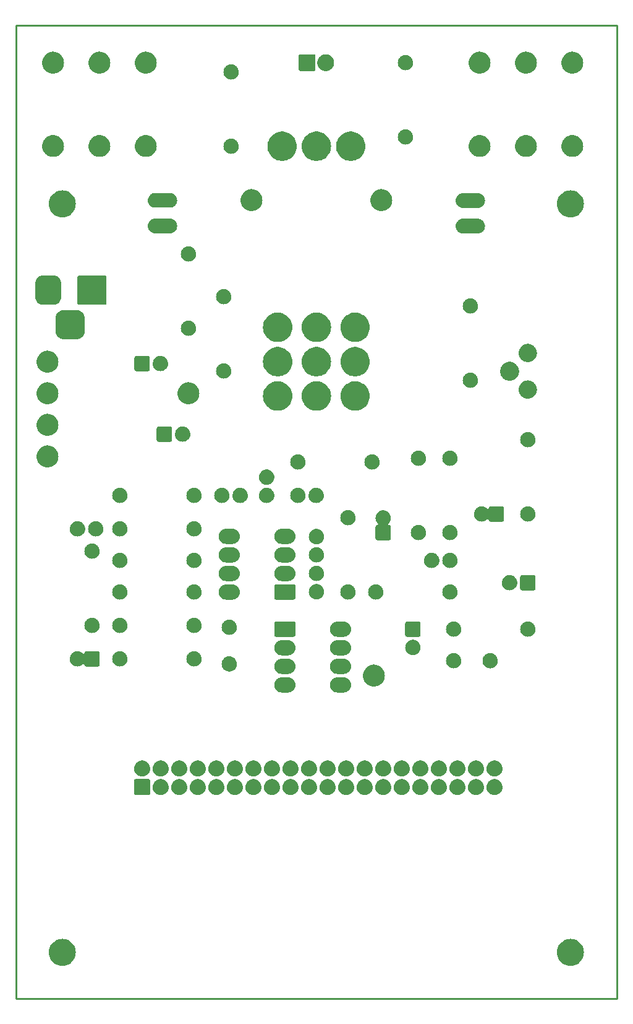
<source format=gts>
G04 #@! TF.GenerationSoftware,KiCad,Pcbnew,7.0.7-7.0.7~ubuntu20.04.1*
G04 #@! TF.CreationDate,2023-09-11T23:38:31+02:00*
G04 #@! TF.ProjectId,noise-toy,6e6f6973-652d-4746-9f79-2e6b69636164,rev?*
G04 #@! TF.SameCoordinates,Original*
G04 #@! TF.FileFunction,Soldermask,Top*
G04 #@! TF.FilePolarity,Negative*
%FSLAX46Y46*%
G04 Gerber Fmt 4.6, Leading zero omitted, Abs format (unit mm)*
G04 Created by KiCad (PCBNEW 7.0.7-7.0.7~ubuntu20.04.1) date 2023-09-11 23:38:31*
%MOMM*%
%LPD*%
G01*
G04 APERTURE LIST*
G04 #@! TA.AperFunction,Profile*
%ADD10C,0.250000*%
G04 #@! TD*
G04 APERTURE END LIST*
G36*
X100593282Y-156918830D02*
G01*
X100851205Y-156974938D01*
X101098518Y-157067181D01*
X101330186Y-157193681D01*
X101541492Y-157351863D01*
X101728137Y-157538508D01*
X101886319Y-157749814D01*
X102012819Y-157981482D01*
X102105062Y-158228795D01*
X102161170Y-158486718D01*
X102180000Y-158750000D01*
X102161170Y-159013282D01*
X102105062Y-159271205D01*
X102012819Y-159518518D01*
X101886319Y-159750186D01*
X101728137Y-159961492D01*
X101541492Y-160148137D01*
X101330186Y-160306319D01*
X101098518Y-160432819D01*
X100851205Y-160525062D01*
X100593282Y-160581170D01*
X100330000Y-160600000D01*
X100066718Y-160581170D01*
X99808795Y-160525062D01*
X99561482Y-160432819D01*
X99329814Y-160306319D01*
X99118508Y-160148137D01*
X98931863Y-159961492D01*
X98773681Y-159750186D01*
X98647181Y-159518518D01*
X98554938Y-159271205D01*
X98498830Y-159013282D01*
X98480000Y-158750000D01*
X98498830Y-158486718D01*
X98554938Y-158228795D01*
X98647181Y-157981482D01*
X98773681Y-157749814D01*
X98931863Y-157538508D01*
X99118508Y-157351863D01*
X99329814Y-157193681D01*
X99561482Y-157067181D01*
X99808795Y-156974938D01*
X100066718Y-156918830D01*
X100330000Y-156900000D01*
X100593282Y-156918830D01*
G37*
G36*
X170189282Y-156918830D02*
G01*
X170447205Y-156974938D01*
X170694518Y-157067181D01*
X170926186Y-157193681D01*
X171137492Y-157351863D01*
X171324137Y-157538508D01*
X171482319Y-157749814D01*
X171608819Y-157981482D01*
X171701062Y-158228795D01*
X171757170Y-158486718D01*
X171776000Y-158750000D01*
X171757170Y-159013282D01*
X171701062Y-159271205D01*
X171608819Y-159518518D01*
X171482319Y-159750186D01*
X171324137Y-159961492D01*
X171137492Y-160148137D01*
X170926186Y-160306319D01*
X170694518Y-160432819D01*
X170447205Y-160525062D01*
X170189282Y-160581170D01*
X169926000Y-160600000D01*
X169662718Y-160581170D01*
X169404795Y-160525062D01*
X169157482Y-160432819D01*
X168925814Y-160306319D01*
X168714508Y-160148137D01*
X168527863Y-159961492D01*
X168369681Y-159750186D01*
X168243181Y-159518518D01*
X168150938Y-159271205D01*
X168094830Y-159013282D01*
X168076000Y-158750000D01*
X168094830Y-158486718D01*
X168150938Y-158228795D01*
X168243181Y-157981482D01*
X168369681Y-157749814D01*
X168527863Y-157538508D01*
X168714508Y-157351863D01*
X168925814Y-157193681D01*
X169157482Y-157067181D01*
X169404795Y-156974938D01*
X169662718Y-156918830D01*
X169926000Y-156900000D01*
X170189282Y-156918830D01*
G37*
G36*
X112126797Y-135048932D02*
G01*
X112171650Y-135055467D01*
X112179882Y-135059491D01*
X112197671Y-135063030D01*
X112226440Y-135082253D01*
X112246263Y-135091944D01*
X112256973Y-135102654D01*
X112278777Y-135117223D01*
X112293345Y-135139026D01*
X112304055Y-135149736D01*
X112313744Y-135169556D01*
X112332970Y-135198329D01*
X112336508Y-135216119D01*
X112340532Y-135224349D01*
X112347064Y-135269187D01*
X112352000Y-135294000D01*
X112352000Y-136994000D01*
X112347063Y-137018816D01*
X112340532Y-137063650D01*
X112336509Y-137071878D01*
X112332970Y-137089671D01*
X112313742Y-137118446D01*
X112304055Y-137138263D01*
X112293347Y-137148970D01*
X112278777Y-137170777D01*
X112256970Y-137185347D01*
X112246263Y-137196055D01*
X112226446Y-137205742D01*
X112197671Y-137224970D01*
X112179878Y-137228509D01*
X112171650Y-137232532D01*
X112126814Y-137239064D01*
X112102000Y-137244000D01*
X110402000Y-137244000D01*
X110377186Y-137239064D01*
X110332349Y-137232532D01*
X110324119Y-137228508D01*
X110306329Y-137224970D01*
X110277556Y-137205744D01*
X110257736Y-137196055D01*
X110247026Y-137185345D01*
X110225223Y-137170777D01*
X110210654Y-137148973D01*
X110199944Y-137138263D01*
X110190253Y-137118440D01*
X110171030Y-137089671D01*
X110167491Y-137071882D01*
X110163467Y-137063650D01*
X110156932Y-137018796D01*
X110152000Y-136994000D01*
X110152000Y-135294000D01*
X110156931Y-135269205D01*
X110163467Y-135224349D01*
X110167491Y-135216115D01*
X110171030Y-135198329D01*
X110190251Y-135169561D01*
X110199944Y-135149736D01*
X110210656Y-135139023D01*
X110225223Y-135117223D01*
X110247023Y-135102656D01*
X110257736Y-135091944D01*
X110277561Y-135082251D01*
X110306329Y-135063030D01*
X110324115Y-135059491D01*
X110332349Y-135055467D01*
X110377206Y-135048931D01*
X110402000Y-135044000D01*
X112102000Y-135044000D01*
X112126797Y-135048932D01*
G37*
G36*
X113840180Y-135048692D02*
G01*
X113893495Y-135048692D01*
X113940393Y-135057459D01*
X113982927Y-135061180D01*
X114035138Y-135075170D01*
X114093029Y-135085992D01*
X114132293Y-135101203D01*
X114168061Y-135110787D01*
X114222201Y-135136033D01*
X114282312Y-135159320D01*
X114313341Y-135178532D01*
X114341761Y-135191785D01*
X114395375Y-135229326D01*
X114454898Y-135266181D01*
X114477711Y-135286978D01*
X114498755Y-135301713D01*
X114549093Y-135352051D01*
X114604910Y-135402935D01*
X114620125Y-135423083D01*
X114634286Y-135437244D01*
X114678454Y-135500323D01*
X114727239Y-135564925D01*
X114735980Y-135582479D01*
X114744214Y-135594239D01*
X114779282Y-135669442D01*
X114817719Y-135746634D01*
X114821539Y-135760063D01*
X114825212Y-135767938D01*
X114848357Y-135854319D01*
X114873270Y-135941876D01*
X114874037Y-135950153D01*
X114874819Y-135953072D01*
X114883453Y-136051769D01*
X114892000Y-136144000D01*
X114883452Y-136236238D01*
X114874819Y-136334927D01*
X114874037Y-136337844D01*
X114873270Y-136346124D01*
X114848353Y-136433697D01*
X114825212Y-136520061D01*
X114821540Y-136527934D01*
X114817719Y-136541366D01*
X114779278Y-136618564D01*
X114744214Y-136693761D01*
X114735980Y-136705519D01*
X114727239Y-136723075D01*
X114678448Y-136787683D01*
X114634286Y-136850755D01*
X114620128Y-136864912D01*
X114604910Y-136885065D01*
X114549082Y-136935958D01*
X114498755Y-136986286D01*
X114477716Y-137001017D01*
X114454898Y-137021819D01*
X114395363Y-137058681D01*
X114341761Y-137096214D01*
X114313348Y-137109463D01*
X114282312Y-137128680D01*
X114222189Y-137151971D01*
X114168061Y-137177212D01*
X114132301Y-137186793D01*
X114093029Y-137202008D01*
X114035126Y-137212832D01*
X113982927Y-137226819D01*
X113940403Y-137230539D01*
X113893495Y-137239308D01*
X113840169Y-137239308D01*
X113792000Y-137243522D01*
X113743831Y-137239308D01*
X113690505Y-137239308D01*
X113643596Y-137230539D01*
X113601072Y-137226819D01*
X113548870Y-137212831D01*
X113490971Y-137202008D01*
X113451700Y-137186794D01*
X113415938Y-137177212D01*
X113361804Y-137151969D01*
X113301688Y-137128680D01*
X113270654Y-137109465D01*
X113242238Y-137096214D01*
X113188628Y-137058676D01*
X113129102Y-137021819D01*
X113106287Y-137001020D01*
X113085244Y-136986286D01*
X113034906Y-136935948D01*
X112979090Y-136885065D01*
X112963874Y-136864916D01*
X112949713Y-136850755D01*
X112905537Y-136787665D01*
X112856761Y-136723075D01*
X112848022Y-136705524D01*
X112839785Y-136693761D01*
X112804705Y-136618532D01*
X112766281Y-136541366D01*
X112762460Y-136527939D01*
X112758787Y-136520061D01*
X112735629Y-136433636D01*
X112710730Y-136346124D01*
X112709963Y-136337850D01*
X112709180Y-136334927D01*
X112700529Y-136236046D01*
X112692000Y-136144000D01*
X112700528Y-136051962D01*
X112709180Y-135953072D01*
X112709963Y-135950148D01*
X112710730Y-135941876D01*
X112735624Y-135854379D01*
X112758787Y-135767938D01*
X112762461Y-135760057D01*
X112766281Y-135746634D01*
X112804702Y-135669473D01*
X112839785Y-135594239D01*
X112848022Y-135582474D01*
X112856761Y-135564925D01*
X112905531Y-135500342D01*
X112949713Y-135437244D01*
X112963877Y-135423079D01*
X112979090Y-135402935D01*
X113034894Y-135352062D01*
X113085244Y-135301713D01*
X113106291Y-135286975D01*
X113129102Y-135266181D01*
X113188621Y-135229327D01*
X113242239Y-135191785D01*
X113270658Y-135178532D01*
X113301688Y-135159320D01*
X113361794Y-135136034D01*
X113415938Y-135110787D01*
X113451708Y-135101202D01*
X113490971Y-135085992D01*
X113548857Y-135075170D01*
X113601072Y-135061180D01*
X113643607Y-135057458D01*
X113690505Y-135048692D01*
X113743819Y-135048692D01*
X113792000Y-135044477D01*
X113840180Y-135048692D01*
G37*
G36*
X116380180Y-135048692D02*
G01*
X116433495Y-135048692D01*
X116480393Y-135057459D01*
X116522927Y-135061180D01*
X116575138Y-135075170D01*
X116633029Y-135085992D01*
X116672293Y-135101203D01*
X116708061Y-135110787D01*
X116762201Y-135136033D01*
X116822312Y-135159320D01*
X116853341Y-135178532D01*
X116881761Y-135191785D01*
X116935375Y-135229326D01*
X116994898Y-135266181D01*
X117017711Y-135286978D01*
X117038755Y-135301713D01*
X117089093Y-135352051D01*
X117144910Y-135402935D01*
X117160125Y-135423083D01*
X117174286Y-135437244D01*
X117218454Y-135500323D01*
X117267239Y-135564925D01*
X117275980Y-135582479D01*
X117284214Y-135594239D01*
X117319282Y-135669442D01*
X117357719Y-135746634D01*
X117361539Y-135760063D01*
X117365212Y-135767938D01*
X117388357Y-135854319D01*
X117413270Y-135941876D01*
X117414037Y-135950153D01*
X117414819Y-135953072D01*
X117423454Y-136051777D01*
X117432000Y-136144000D01*
X117423451Y-136236247D01*
X117414819Y-136334927D01*
X117414037Y-136337844D01*
X117413270Y-136346124D01*
X117388353Y-136433697D01*
X117365212Y-136520061D01*
X117361540Y-136527934D01*
X117357719Y-136541366D01*
X117319278Y-136618564D01*
X117284214Y-136693761D01*
X117275980Y-136705519D01*
X117267239Y-136723075D01*
X117218448Y-136787683D01*
X117174286Y-136850755D01*
X117160128Y-136864912D01*
X117144910Y-136885065D01*
X117089082Y-136935958D01*
X117038755Y-136986286D01*
X117017716Y-137001017D01*
X116994898Y-137021819D01*
X116935363Y-137058681D01*
X116881761Y-137096214D01*
X116853348Y-137109463D01*
X116822312Y-137128680D01*
X116762189Y-137151971D01*
X116708061Y-137177212D01*
X116672301Y-137186793D01*
X116633029Y-137202008D01*
X116575126Y-137212832D01*
X116522927Y-137226819D01*
X116480403Y-137230539D01*
X116433495Y-137239308D01*
X116380168Y-137239308D01*
X116331999Y-137243522D01*
X116283830Y-137239308D01*
X116230505Y-137239308D01*
X116183597Y-137230539D01*
X116141072Y-137226819D01*
X116088870Y-137212831D01*
X116030971Y-137202008D01*
X115991700Y-137186794D01*
X115955938Y-137177212D01*
X115901804Y-137151969D01*
X115841688Y-137128680D01*
X115810654Y-137109465D01*
X115782238Y-137096214D01*
X115728628Y-137058676D01*
X115669102Y-137021819D01*
X115646287Y-137001020D01*
X115625244Y-136986286D01*
X115574906Y-136935948D01*
X115519090Y-136885065D01*
X115503874Y-136864916D01*
X115489713Y-136850755D01*
X115445537Y-136787665D01*
X115396761Y-136723075D01*
X115388022Y-136705524D01*
X115379785Y-136693761D01*
X115344705Y-136618532D01*
X115306281Y-136541366D01*
X115302460Y-136527939D01*
X115298787Y-136520061D01*
X115275629Y-136433636D01*
X115250730Y-136346124D01*
X115249963Y-136337850D01*
X115249180Y-136334927D01*
X115240530Y-136236054D01*
X115232000Y-136144000D01*
X115240527Y-136051970D01*
X115249180Y-135953072D01*
X115249963Y-135950148D01*
X115250730Y-135941876D01*
X115275624Y-135854379D01*
X115298787Y-135767938D01*
X115302461Y-135760057D01*
X115306281Y-135746634D01*
X115344702Y-135669473D01*
X115379785Y-135594239D01*
X115388022Y-135582474D01*
X115396761Y-135564925D01*
X115445531Y-135500342D01*
X115489713Y-135437244D01*
X115503877Y-135423079D01*
X115519090Y-135402935D01*
X115574894Y-135352062D01*
X115625244Y-135301713D01*
X115646291Y-135286975D01*
X115669102Y-135266181D01*
X115728621Y-135229327D01*
X115782239Y-135191785D01*
X115810658Y-135178532D01*
X115841688Y-135159320D01*
X115901794Y-135136034D01*
X115955938Y-135110787D01*
X115991708Y-135101202D01*
X116030971Y-135085992D01*
X116088857Y-135075170D01*
X116141072Y-135061180D01*
X116183607Y-135057458D01*
X116230505Y-135048692D01*
X116283819Y-135048692D01*
X116332000Y-135044477D01*
X116380180Y-135048692D01*
G37*
G36*
X118920180Y-135048692D02*
G01*
X118973495Y-135048692D01*
X119020393Y-135057459D01*
X119062927Y-135061180D01*
X119115138Y-135075170D01*
X119173029Y-135085992D01*
X119212293Y-135101203D01*
X119248061Y-135110787D01*
X119302201Y-135136033D01*
X119362312Y-135159320D01*
X119393341Y-135178532D01*
X119421761Y-135191785D01*
X119475375Y-135229326D01*
X119534898Y-135266181D01*
X119557711Y-135286978D01*
X119578755Y-135301713D01*
X119629093Y-135352051D01*
X119684910Y-135402935D01*
X119700125Y-135423083D01*
X119714286Y-135437244D01*
X119758454Y-135500323D01*
X119807239Y-135564925D01*
X119815980Y-135582479D01*
X119824214Y-135594239D01*
X119859282Y-135669442D01*
X119897719Y-135746634D01*
X119901539Y-135760063D01*
X119905212Y-135767938D01*
X119928357Y-135854319D01*
X119953270Y-135941876D01*
X119954037Y-135950153D01*
X119954819Y-135953072D01*
X119963453Y-136051769D01*
X119972000Y-136144000D01*
X119963452Y-136236238D01*
X119954819Y-136334927D01*
X119954037Y-136337844D01*
X119953270Y-136346124D01*
X119928353Y-136433697D01*
X119905212Y-136520061D01*
X119901540Y-136527934D01*
X119897719Y-136541366D01*
X119859278Y-136618564D01*
X119824214Y-136693761D01*
X119815980Y-136705519D01*
X119807239Y-136723075D01*
X119758448Y-136787683D01*
X119714286Y-136850755D01*
X119700128Y-136864912D01*
X119684910Y-136885065D01*
X119629082Y-136935958D01*
X119578755Y-136986286D01*
X119557716Y-137001017D01*
X119534898Y-137021819D01*
X119475363Y-137058681D01*
X119421761Y-137096214D01*
X119393348Y-137109463D01*
X119362312Y-137128680D01*
X119302189Y-137151971D01*
X119248061Y-137177212D01*
X119212301Y-137186793D01*
X119173029Y-137202008D01*
X119115126Y-137212832D01*
X119062927Y-137226819D01*
X119020403Y-137230539D01*
X118973495Y-137239308D01*
X118920168Y-137239308D01*
X118871999Y-137243522D01*
X118823830Y-137239308D01*
X118770505Y-137239308D01*
X118723597Y-137230539D01*
X118681072Y-137226819D01*
X118628870Y-137212831D01*
X118570971Y-137202008D01*
X118531700Y-137186794D01*
X118495938Y-137177212D01*
X118441804Y-137151969D01*
X118381688Y-137128680D01*
X118350654Y-137109465D01*
X118322238Y-137096214D01*
X118268628Y-137058676D01*
X118209102Y-137021819D01*
X118186287Y-137001020D01*
X118165244Y-136986286D01*
X118114906Y-136935948D01*
X118059090Y-136885065D01*
X118043874Y-136864916D01*
X118029713Y-136850755D01*
X117985537Y-136787665D01*
X117936761Y-136723075D01*
X117928022Y-136705524D01*
X117919785Y-136693761D01*
X117884705Y-136618532D01*
X117846281Y-136541366D01*
X117842460Y-136527939D01*
X117838787Y-136520061D01*
X117815629Y-136433636D01*
X117790730Y-136346124D01*
X117789963Y-136337850D01*
X117789180Y-136334927D01*
X117780529Y-136236046D01*
X117772000Y-136144000D01*
X117780528Y-136051962D01*
X117789180Y-135953072D01*
X117789963Y-135950148D01*
X117790730Y-135941876D01*
X117815624Y-135854379D01*
X117838787Y-135767938D01*
X117842461Y-135760057D01*
X117846281Y-135746634D01*
X117884702Y-135669473D01*
X117919785Y-135594239D01*
X117928022Y-135582474D01*
X117936761Y-135564925D01*
X117985531Y-135500342D01*
X118029713Y-135437244D01*
X118043877Y-135423079D01*
X118059090Y-135402935D01*
X118114894Y-135352062D01*
X118165244Y-135301713D01*
X118186291Y-135286975D01*
X118209102Y-135266181D01*
X118268621Y-135229327D01*
X118322239Y-135191785D01*
X118350658Y-135178532D01*
X118381688Y-135159320D01*
X118441794Y-135136034D01*
X118495938Y-135110787D01*
X118531708Y-135101202D01*
X118570971Y-135085992D01*
X118628857Y-135075170D01*
X118681072Y-135061180D01*
X118723607Y-135057458D01*
X118770505Y-135048692D01*
X118823819Y-135048692D01*
X118871999Y-135044477D01*
X118920180Y-135048692D01*
G37*
G36*
X121460180Y-135048692D02*
G01*
X121513495Y-135048692D01*
X121560393Y-135057459D01*
X121602927Y-135061180D01*
X121655138Y-135075170D01*
X121713029Y-135085992D01*
X121752293Y-135101203D01*
X121788061Y-135110787D01*
X121842201Y-135136033D01*
X121902312Y-135159320D01*
X121933341Y-135178532D01*
X121961761Y-135191785D01*
X122015375Y-135229326D01*
X122074898Y-135266181D01*
X122097711Y-135286978D01*
X122118755Y-135301713D01*
X122169093Y-135352051D01*
X122224910Y-135402935D01*
X122240125Y-135423083D01*
X122254286Y-135437244D01*
X122298454Y-135500323D01*
X122347239Y-135564925D01*
X122355980Y-135582479D01*
X122364214Y-135594239D01*
X122399282Y-135669442D01*
X122437719Y-135746634D01*
X122441539Y-135760063D01*
X122445212Y-135767938D01*
X122468357Y-135854319D01*
X122493270Y-135941876D01*
X122494037Y-135950153D01*
X122494819Y-135953072D01*
X122503454Y-136051777D01*
X122512000Y-136144000D01*
X122503451Y-136236247D01*
X122494819Y-136334927D01*
X122494037Y-136337844D01*
X122493270Y-136346124D01*
X122468353Y-136433697D01*
X122445212Y-136520061D01*
X122441540Y-136527934D01*
X122437719Y-136541366D01*
X122399278Y-136618564D01*
X122364214Y-136693761D01*
X122355980Y-136705519D01*
X122347239Y-136723075D01*
X122298448Y-136787683D01*
X122254286Y-136850755D01*
X122240128Y-136864912D01*
X122224910Y-136885065D01*
X122169082Y-136935958D01*
X122118755Y-136986286D01*
X122097716Y-137001017D01*
X122074898Y-137021819D01*
X122015363Y-137058681D01*
X121961761Y-137096214D01*
X121933348Y-137109463D01*
X121902312Y-137128680D01*
X121842189Y-137151971D01*
X121788061Y-137177212D01*
X121752301Y-137186793D01*
X121713029Y-137202008D01*
X121655126Y-137212832D01*
X121602927Y-137226819D01*
X121560403Y-137230539D01*
X121513495Y-137239308D01*
X121460168Y-137239308D01*
X121411999Y-137243522D01*
X121363830Y-137239308D01*
X121310505Y-137239308D01*
X121263597Y-137230539D01*
X121221072Y-137226819D01*
X121168870Y-137212831D01*
X121110971Y-137202008D01*
X121071700Y-137186794D01*
X121035938Y-137177212D01*
X120981804Y-137151969D01*
X120921688Y-137128680D01*
X120890654Y-137109465D01*
X120862238Y-137096214D01*
X120808628Y-137058676D01*
X120749102Y-137021819D01*
X120726287Y-137001020D01*
X120705244Y-136986286D01*
X120654906Y-136935948D01*
X120599090Y-136885065D01*
X120583874Y-136864916D01*
X120569713Y-136850755D01*
X120525537Y-136787665D01*
X120476761Y-136723075D01*
X120468022Y-136705524D01*
X120459785Y-136693761D01*
X120424705Y-136618532D01*
X120386281Y-136541366D01*
X120382460Y-136527939D01*
X120378787Y-136520061D01*
X120355629Y-136433636D01*
X120330730Y-136346124D01*
X120329963Y-136337850D01*
X120329180Y-136334927D01*
X120320529Y-136236046D01*
X120312000Y-136144000D01*
X120320528Y-136051962D01*
X120329180Y-135953072D01*
X120329963Y-135950148D01*
X120330730Y-135941876D01*
X120355624Y-135854379D01*
X120378787Y-135767938D01*
X120382461Y-135760057D01*
X120386281Y-135746634D01*
X120424702Y-135669473D01*
X120459785Y-135594239D01*
X120468022Y-135582474D01*
X120476761Y-135564925D01*
X120525531Y-135500342D01*
X120569713Y-135437244D01*
X120583877Y-135423079D01*
X120599090Y-135402935D01*
X120654894Y-135352062D01*
X120705244Y-135301713D01*
X120726291Y-135286975D01*
X120749102Y-135266181D01*
X120808621Y-135229327D01*
X120862239Y-135191785D01*
X120890658Y-135178532D01*
X120921688Y-135159320D01*
X120981794Y-135136034D01*
X121035938Y-135110787D01*
X121071708Y-135101202D01*
X121110971Y-135085992D01*
X121168857Y-135075170D01*
X121221072Y-135061180D01*
X121263607Y-135057458D01*
X121310505Y-135048692D01*
X121363819Y-135048692D01*
X121412000Y-135044477D01*
X121460180Y-135048692D01*
G37*
G36*
X124000180Y-135048692D02*
G01*
X124053495Y-135048692D01*
X124100393Y-135057459D01*
X124142927Y-135061180D01*
X124195138Y-135075170D01*
X124253029Y-135085992D01*
X124292293Y-135101203D01*
X124328061Y-135110787D01*
X124382201Y-135136033D01*
X124442312Y-135159320D01*
X124473341Y-135178532D01*
X124501761Y-135191785D01*
X124555375Y-135229326D01*
X124614898Y-135266181D01*
X124637711Y-135286978D01*
X124658755Y-135301713D01*
X124709093Y-135352051D01*
X124764910Y-135402935D01*
X124780125Y-135423083D01*
X124794286Y-135437244D01*
X124838454Y-135500323D01*
X124887239Y-135564925D01*
X124895980Y-135582479D01*
X124904214Y-135594239D01*
X124939282Y-135669442D01*
X124977719Y-135746634D01*
X124981539Y-135760063D01*
X124985212Y-135767938D01*
X125008357Y-135854319D01*
X125033270Y-135941876D01*
X125034037Y-135950153D01*
X125034819Y-135953072D01*
X125043453Y-136051769D01*
X125052000Y-136144000D01*
X125043452Y-136236238D01*
X125034819Y-136334927D01*
X125034037Y-136337844D01*
X125033270Y-136346124D01*
X125008353Y-136433697D01*
X124985212Y-136520061D01*
X124981540Y-136527934D01*
X124977719Y-136541366D01*
X124939278Y-136618564D01*
X124904214Y-136693761D01*
X124895980Y-136705519D01*
X124887239Y-136723075D01*
X124838448Y-136787683D01*
X124794286Y-136850755D01*
X124780128Y-136864912D01*
X124764910Y-136885065D01*
X124709082Y-136935958D01*
X124658755Y-136986286D01*
X124637716Y-137001017D01*
X124614898Y-137021819D01*
X124555363Y-137058681D01*
X124501761Y-137096214D01*
X124473348Y-137109463D01*
X124442312Y-137128680D01*
X124382189Y-137151971D01*
X124328061Y-137177212D01*
X124292301Y-137186793D01*
X124253029Y-137202008D01*
X124195126Y-137212832D01*
X124142927Y-137226819D01*
X124100403Y-137230539D01*
X124053495Y-137239308D01*
X124000169Y-137239308D01*
X123952000Y-137243522D01*
X123903831Y-137239308D01*
X123850505Y-137239308D01*
X123803596Y-137230539D01*
X123761072Y-137226819D01*
X123708870Y-137212831D01*
X123650971Y-137202008D01*
X123611700Y-137186794D01*
X123575938Y-137177212D01*
X123521804Y-137151969D01*
X123461688Y-137128680D01*
X123430654Y-137109465D01*
X123402238Y-137096214D01*
X123348628Y-137058676D01*
X123289102Y-137021819D01*
X123266287Y-137001020D01*
X123245244Y-136986286D01*
X123194906Y-136935948D01*
X123139090Y-136885065D01*
X123123874Y-136864916D01*
X123109713Y-136850755D01*
X123065537Y-136787665D01*
X123016761Y-136723075D01*
X123008022Y-136705524D01*
X122999785Y-136693761D01*
X122964705Y-136618532D01*
X122926281Y-136541366D01*
X122922460Y-136527939D01*
X122918787Y-136520061D01*
X122895629Y-136433636D01*
X122870730Y-136346124D01*
X122869963Y-136337850D01*
X122869180Y-136334927D01*
X122860530Y-136236054D01*
X122852000Y-136144000D01*
X122860527Y-136051970D01*
X122869180Y-135953072D01*
X122869963Y-135950148D01*
X122870730Y-135941876D01*
X122895624Y-135854379D01*
X122918787Y-135767938D01*
X122922461Y-135760057D01*
X122926281Y-135746634D01*
X122964702Y-135669473D01*
X122999785Y-135594239D01*
X123008022Y-135582474D01*
X123016761Y-135564925D01*
X123065531Y-135500342D01*
X123109713Y-135437244D01*
X123123877Y-135423079D01*
X123139090Y-135402935D01*
X123194894Y-135352062D01*
X123245244Y-135301713D01*
X123266291Y-135286975D01*
X123289102Y-135266181D01*
X123348621Y-135229327D01*
X123402239Y-135191785D01*
X123430658Y-135178532D01*
X123461688Y-135159320D01*
X123521794Y-135136034D01*
X123575938Y-135110787D01*
X123611708Y-135101202D01*
X123650971Y-135085992D01*
X123708857Y-135075170D01*
X123761072Y-135061180D01*
X123803607Y-135057458D01*
X123850505Y-135048692D01*
X123903819Y-135048692D01*
X123951999Y-135044477D01*
X124000180Y-135048692D01*
G37*
G36*
X126540180Y-135048692D02*
G01*
X126593495Y-135048692D01*
X126640393Y-135057459D01*
X126682927Y-135061180D01*
X126735138Y-135075170D01*
X126793029Y-135085992D01*
X126832293Y-135101203D01*
X126868061Y-135110787D01*
X126922201Y-135136033D01*
X126982312Y-135159320D01*
X127013341Y-135178532D01*
X127041761Y-135191785D01*
X127095375Y-135229326D01*
X127154898Y-135266181D01*
X127177711Y-135286978D01*
X127198755Y-135301713D01*
X127249093Y-135352051D01*
X127304910Y-135402935D01*
X127320125Y-135423083D01*
X127334286Y-135437244D01*
X127378454Y-135500323D01*
X127427239Y-135564925D01*
X127435980Y-135582479D01*
X127444214Y-135594239D01*
X127479282Y-135669442D01*
X127517719Y-135746634D01*
X127521539Y-135760063D01*
X127525212Y-135767938D01*
X127548357Y-135854319D01*
X127573270Y-135941876D01*
X127574037Y-135950153D01*
X127574819Y-135953072D01*
X127583454Y-136051777D01*
X127592000Y-136144000D01*
X127583451Y-136236247D01*
X127574819Y-136334927D01*
X127574037Y-136337844D01*
X127573270Y-136346124D01*
X127548353Y-136433697D01*
X127525212Y-136520061D01*
X127521540Y-136527934D01*
X127517719Y-136541366D01*
X127479278Y-136618564D01*
X127444214Y-136693761D01*
X127435980Y-136705519D01*
X127427239Y-136723075D01*
X127378448Y-136787683D01*
X127334286Y-136850755D01*
X127320128Y-136864912D01*
X127304910Y-136885065D01*
X127249082Y-136935958D01*
X127198755Y-136986286D01*
X127177716Y-137001017D01*
X127154898Y-137021819D01*
X127095363Y-137058681D01*
X127041761Y-137096214D01*
X127013348Y-137109463D01*
X126982312Y-137128680D01*
X126922189Y-137151971D01*
X126868061Y-137177212D01*
X126832301Y-137186793D01*
X126793029Y-137202008D01*
X126735126Y-137212832D01*
X126682927Y-137226819D01*
X126640403Y-137230539D01*
X126593495Y-137239308D01*
X126540169Y-137239308D01*
X126492000Y-137243522D01*
X126443831Y-137239308D01*
X126390505Y-137239308D01*
X126343596Y-137230539D01*
X126301072Y-137226819D01*
X126248870Y-137212831D01*
X126190971Y-137202008D01*
X126151700Y-137186794D01*
X126115938Y-137177212D01*
X126061804Y-137151969D01*
X126001688Y-137128680D01*
X125970654Y-137109465D01*
X125942238Y-137096214D01*
X125888628Y-137058676D01*
X125829102Y-137021819D01*
X125806287Y-137001020D01*
X125785244Y-136986286D01*
X125734906Y-136935948D01*
X125679090Y-136885065D01*
X125663874Y-136864916D01*
X125649713Y-136850755D01*
X125605537Y-136787665D01*
X125556761Y-136723075D01*
X125548022Y-136705524D01*
X125539785Y-136693761D01*
X125504705Y-136618532D01*
X125466281Y-136541366D01*
X125462460Y-136527939D01*
X125458787Y-136520061D01*
X125435629Y-136433636D01*
X125410730Y-136346124D01*
X125409963Y-136337850D01*
X125409180Y-136334927D01*
X125400529Y-136236046D01*
X125392000Y-136144000D01*
X125400528Y-136051962D01*
X125409180Y-135953072D01*
X125409963Y-135950148D01*
X125410730Y-135941876D01*
X125435624Y-135854379D01*
X125458787Y-135767938D01*
X125462461Y-135760057D01*
X125466281Y-135746634D01*
X125504702Y-135669473D01*
X125539785Y-135594239D01*
X125548022Y-135582474D01*
X125556761Y-135564925D01*
X125605531Y-135500342D01*
X125649713Y-135437244D01*
X125663877Y-135423079D01*
X125679090Y-135402935D01*
X125734894Y-135352062D01*
X125785244Y-135301713D01*
X125806291Y-135286975D01*
X125829102Y-135266181D01*
X125888621Y-135229327D01*
X125942239Y-135191785D01*
X125970658Y-135178532D01*
X126001688Y-135159320D01*
X126061794Y-135136034D01*
X126115938Y-135110787D01*
X126151708Y-135101202D01*
X126190971Y-135085992D01*
X126248857Y-135075170D01*
X126301072Y-135061180D01*
X126343607Y-135057458D01*
X126390505Y-135048692D01*
X126443819Y-135048692D01*
X126492000Y-135044477D01*
X126540180Y-135048692D01*
G37*
G36*
X129080180Y-135048692D02*
G01*
X129133495Y-135048692D01*
X129180393Y-135057459D01*
X129222927Y-135061180D01*
X129275138Y-135075170D01*
X129333029Y-135085992D01*
X129372293Y-135101203D01*
X129408061Y-135110787D01*
X129462201Y-135136033D01*
X129522312Y-135159320D01*
X129553341Y-135178532D01*
X129581761Y-135191785D01*
X129635375Y-135229326D01*
X129694898Y-135266181D01*
X129717711Y-135286978D01*
X129738755Y-135301713D01*
X129789093Y-135352051D01*
X129844910Y-135402935D01*
X129860125Y-135423083D01*
X129874286Y-135437244D01*
X129918454Y-135500323D01*
X129967239Y-135564925D01*
X129975980Y-135582479D01*
X129984214Y-135594239D01*
X130019282Y-135669442D01*
X130057719Y-135746634D01*
X130061539Y-135760063D01*
X130065212Y-135767938D01*
X130088357Y-135854319D01*
X130113270Y-135941876D01*
X130114037Y-135950153D01*
X130114819Y-135953072D01*
X130123453Y-136051769D01*
X130132000Y-136144000D01*
X130123452Y-136236238D01*
X130114819Y-136334927D01*
X130114037Y-136337844D01*
X130113270Y-136346124D01*
X130088353Y-136433697D01*
X130065212Y-136520061D01*
X130061540Y-136527934D01*
X130057719Y-136541366D01*
X130019278Y-136618564D01*
X129984214Y-136693761D01*
X129975980Y-136705519D01*
X129967239Y-136723075D01*
X129918448Y-136787683D01*
X129874286Y-136850755D01*
X129860128Y-136864912D01*
X129844910Y-136885065D01*
X129789082Y-136935958D01*
X129738755Y-136986286D01*
X129717716Y-137001017D01*
X129694898Y-137021819D01*
X129635363Y-137058681D01*
X129581761Y-137096214D01*
X129553348Y-137109463D01*
X129522312Y-137128680D01*
X129462189Y-137151971D01*
X129408061Y-137177212D01*
X129372301Y-137186793D01*
X129333029Y-137202008D01*
X129275126Y-137212832D01*
X129222927Y-137226819D01*
X129180403Y-137230539D01*
X129133495Y-137239308D01*
X129080169Y-137239308D01*
X129032000Y-137243522D01*
X128983831Y-137239308D01*
X128930505Y-137239308D01*
X128883596Y-137230539D01*
X128841072Y-137226819D01*
X128788870Y-137212831D01*
X128730971Y-137202008D01*
X128691700Y-137186794D01*
X128655938Y-137177212D01*
X128601804Y-137151969D01*
X128541688Y-137128680D01*
X128510654Y-137109465D01*
X128482238Y-137096214D01*
X128428628Y-137058676D01*
X128369102Y-137021819D01*
X128346287Y-137001020D01*
X128325244Y-136986286D01*
X128274906Y-136935948D01*
X128219090Y-136885065D01*
X128203874Y-136864916D01*
X128189713Y-136850755D01*
X128145537Y-136787665D01*
X128096761Y-136723075D01*
X128088022Y-136705524D01*
X128079785Y-136693761D01*
X128044705Y-136618532D01*
X128006281Y-136541366D01*
X128002460Y-136527939D01*
X127998787Y-136520061D01*
X127975629Y-136433636D01*
X127950730Y-136346124D01*
X127949963Y-136337850D01*
X127949180Y-136334927D01*
X127940530Y-136236054D01*
X127932000Y-136144000D01*
X127940527Y-136051970D01*
X127949180Y-135953072D01*
X127949963Y-135950148D01*
X127950730Y-135941876D01*
X127975624Y-135854379D01*
X127998787Y-135767938D01*
X128002461Y-135760057D01*
X128006281Y-135746634D01*
X128044702Y-135669473D01*
X128079785Y-135594239D01*
X128088022Y-135582474D01*
X128096761Y-135564925D01*
X128145531Y-135500342D01*
X128189713Y-135437244D01*
X128203877Y-135423079D01*
X128219090Y-135402935D01*
X128274894Y-135352062D01*
X128325244Y-135301713D01*
X128346291Y-135286975D01*
X128369102Y-135266181D01*
X128428621Y-135229327D01*
X128482239Y-135191785D01*
X128510658Y-135178532D01*
X128541688Y-135159320D01*
X128601794Y-135136034D01*
X128655938Y-135110787D01*
X128691708Y-135101202D01*
X128730971Y-135085992D01*
X128788857Y-135075170D01*
X128841072Y-135061180D01*
X128883607Y-135057458D01*
X128930505Y-135048692D01*
X128983819Y-135048692D01*
X129031999Y-135044477D01*
X129080180Y-135048692D01*
G37*
G36*
X131620180Y-135048692D02*
G01*
X131673495Y-135048692D01*
X131720393Y-135057459D01*
X131762927Y-135061180D01*
X131815138Y-135075170D01*
X131873029Y-135085992D01*
X131912293Y-135101203D01*
X131948061Y-135110787D01*
X132002201Y-135136033D01*
X132062312Y-135159320D01*
X132093341Y-135178532D01*
X132121761Y-135191785D01*
X132175375Y-135229326D01*
X132234898Y-135266181D01*
X132257711Y-135286978D01*
X132278755Y-135301713D01*
X132329093Y-135352051D01*
X132384910Y-135402935D01*
X132400125Y-135423083D01*
X132414286Y-135437244D01*
X132458454Y-135500323D01*
X132507239Y-135564925D01*
X132515980Y-135582479D01*
X132524214Y-135594239D01*
X132559282Y-135669442D01*
X132597719Y-135746634D01*
X132601539Y-135760063D01*
X132605212Y-135767938D01*
X132628357Y-135854319D01*
X132653270Y-135941876D01*
X132654037Y-135950153D01*
X132654819Y-135953072D01*
X132663454Y-136051777D01*
X132672000Y-136144000D01*
X132663451Y-136236247D01*
X132654819Y-136334927D01*
X132654037Y-136337844D01*
X132653270Y-136346124D01*
X132628353Y-136433697D01*
X132605212Y-136520061D01*
X132601540Y-136527934D01*
X132597719Y-136541366D01*
X132559278Y-136618564D01*
X132524214Y-136693761D01*
X132515980Y-136705519D01*
X132507239Y-136723075D01*
X132458448Y-136787683D01*
X132414286Y-136850755D01*
X132400128Y-136864912D01*
X132384910Y-136885065D01*
X132329082Y-136935958D01*
X132278755Y-136986286D01*
X132257716Y-137001017D01*
X132234898Y-137021819D01*
X132175363Y-137058681D01*
X132121761Y-137096214D01*
X132093348Y-137109463D01*
X132062312Y-137128680D01*
X132002189Y-137151971D01*
X131948061Y-137177212D01*
X131912301Y-137186793D01*
X131873029Y-137202008D01*
X131815126Y-137212832D01*
X131762927Y-137226819D01*
X131720403Y-137230539D01*
X131673495Y-137239308D01*
X131620169Y-137239308D01*
X131572000Y-137243522D01*
X131523831Y-137239308D01*
X131470505Y-137239308D01*
X131423596Y-137230539D01*
X131381072Y-137226819D01*
X131328870Y-137212831D01*
X131270971Y-137202008D01*
X131231700Y-137186794D01*
X131195938Y-137177212D01*
X131141804Y-137151969D01*
X131081688Y-137128680D01*
X131050654Y-137109465D01*
X131022238Y-137096214D01*
X130968628Y-137058676D01*
X130909102Y-137021819D01*
X130886287Y-137001020D01*
X130865244Y-136986286D01*
X130814906Y-136935948D01*
X130759090Y-136885065D01*
X130743874Y-136864916D01*
X130729713Y-136850755D01*
X130685537Y-136787665D01*
X130636761Y-136723075D01*
X130628022Y-136705524D01*
X130619785Y-136693761D01*
X130584705Y-136618532D01*
X130546281Y-136541366D01*
X130542460Y-136527939D01*
X130538787Y-136520061D01*
X130515629Y-136433636D01*
X130490730Y-136346124D01*
X130489963Y-136337850D01*
X130489180Y-136334927D01*
X130480529Y-136236046D01*
X130472000Y-136144000D01*
X130480528Y-136051962D01*
X130489180Y-135953072D01*
X130489963Y-135950148D01*
X130490730Y-135941876D01*
X130515624Y-135854379D01*
X130538787Y-135767938D01*
X130542461Y-135760057D01*
X130546281Y-135746634D01*
X130584702Y-135669473D01*
X130619785Y-135594239D01*
X130628022Y-135582474D01*
X130636761Y-135564925D01*
X130685531Y-135500342D01*
X130729713Y-135437244D01*
X130743877Y-135423079D01*
X130759090Y-135402935D01*
X130814894Y-135352062D01*
X130865244Y-135301713D01*
X130886291Y-135286975D01*
X130909102Y-135266181D01*
X130968621Y-135229327D01*
X131022239Y-135191785D01*
X131050658Y-135178532D01*
X131081688Y-135159320D01*
X131141794Y-135136034D01*
X131195938Y-135110787D01*
X131231708Y-135101202D01*
X131270971Y-135085992D01*
X131328857Y-135075170D01*
X131381072Y-135061180D01*
X131423607Y-135057458D01*
X131470505Y-135048692D01*
X131523819Y-135048692D01*
X131572000Y-135044477D01*
X131620180Y-135048692D01*
G37*
G36*
X134160180Y-135048692D02*
G01*
X134213495Y-135048692D01*
X134260393Y-135057459D01*
X134302927Y-135061180D01*
X134355138Y-135075170D01*
X134413029Y-135085992D01*
X134452293Y-135101203D01*
X134488061Y-135110787D01*
X134542201Y-135136033D01*
X134602312Y-135159320D01*
X134633341Y-135178532D01*
X134661761Y-135191785D01*
X134715375Y-135229326D01*
X134774898Y-135266181D01*
X134797711Y-135286978D01*
X134818755Y-135301713D01*
X134869093Y-135352051D01*
X134924910Y-135402935D01*
X134940125Y-135423083D01*
X134954286Y-135437244D01*
X134998454Y-135500323D01*
X135047239Y-135564925D01*
X135055980Y-135582479D01*
X135064214Y-135594239D01*
X135099282Y-135669442D01*
X135137719Y-135746634D01*
X135141539Y-135760063D01*
X135145212Y-135767938D01*
X135168357Y-135854319D01*
X135193270Y-135941876D01*
X135194037Y-135950153D01*
X135194819Y-135953072D01*
X135203453Y-136051769D01*
X135212000Y-136144000D01*
X135203452Y-136236238D01*
X135194819Y-136334927D01*
X135194037Y-136337844D01*
X135193270Y-136346124D01*
X135168353Y-136433697D01*
X135145212Y-136520061D01*
X135141540Y-136527934D01*
X135137719Y-136541366D01*
X135099278Y-136618564D01*
X135064214Y-136693761D01*
X135055980Y-136705519D01*
X135047239Y-136723075D01*
X134998448Y-136787683D01*
X134954286Y-136850755D01*
X134940128Y-136864912D01*
X134924910Y-136885065D01*
X134869082Y-136935958D01*
X134818755Y-136986286D01*
X134797716Y-137001017D01*
X134774898Y-137021819D01*
X134715363Y-137058681D01*
X134661761Y-137096214D01*
X134633348Y-137109463D01*
X134602312Y-137128680D01*
X134542189Y-137151971D01*
X134488061Y-137177212D01*
X134452301Y-137186793D01*
X134413029Y-137202008D01*
X134355126Y-137212832D01*
X134302927Y-137226819D01*
X134260403Y-137230539D01*
X134213495Y-137239308D01*
X134160169Y-137239308D01*
X134112000Y-137243522D01*
X134063831Y-137239308D01*
X134010505Y-137239308D01*
X133963596Y-137230539D01*
X133921072Y-137226819D01*
X133868870Y-137212831D01*
X133810971Y-137202008D01*
X133771700Y-137186794D01*
X133735938Y-137177212D01*
X133681804Y-137151969D01*
X133621688Y-137128680D01*
X133590654Y-137109465D01*
X133562238Y-137096214D01*
X133508628Y-137058676D01*
X133449102Y-137021819D01*
X133426287Y-137001020D01*
X133405244Y-136986286D01*
X133354906Y-136935948D01*
X133299090Y-136885065D01*
X133283874Y-136864916D01*
X133269713Y-136850755D01*
X133225537Y-136787665D01*
X133176761Y-136723075D01*
X133168022Y-136705524D01*
X133159785Y-136693761D01*
X133124705Y-136618532D01*
X133086281Y-136541366D01*
X133082460Y-136527939D01*
X133078787Y-136520061D01*
X133055629Y-136433636D01*
X133030730Y-136346124D01*
X133029963Y-136337850D01*
X133029180Y-136334927D01*
X133020530Y-136236054D01*
X133012000Y-136144000D01*
X133020527Y-136051970D01*
X133029180Y-135953072D01*
X133029963Y-135950148D01*
X133030730Y-135941876D01*
X133055624Y-135854379D01*
X133078787Y-135767938D01*
X133082461Y-135760057D01*
X133086281Y-135746634D01*
X133124702Y-135669473D01*
X133159785Y-135594239D01*
X133168022Y-135582474D01*
X133176761Y-135564925D01*
X133225531Y-135500342D01*
X133269713Y-135437244D01*
X133283877Y-135423079D01*
X133299090Y-135402935D01*
X133354894Y-135352062D01*
X133405244Y-135301713D01*
X133426291Y-135286975D01*
X133449102Y-135266181D01*
X133508621Y-135229327D01*
X133562239Y-135191785D01*
X133590658Y-135178532D01*
X133621688Y-135159320D01*
X133681794Y-135136034D01*
X133735938Y-135110787D01*
X133771708Y-135101202D01*
X133810971Y-135085992D01*
X133868857Y-135075170D01*
X133921072Y-135061180D01*
X133963607Y-135057458D01*
X134010505Y-135048692D01*
X134063819Y-135048692D01*
X134112000Y-135044477D01*
X134160180Y-135048692D01*
G37*
G36*
X136700180Y-135048692D02*
G01*
X136753495Y-135048692D01*
X136800393Y-135057459D01*
X136842927Y-135061180D01*
X136895138Y-135075170D01*
X136953029Y-135085992D01*
X136992293Y-135101203D01*
X137028061Y-135110787D01*
X137082201Y-135136033D01*
X137142312Y-135159320D01*
X137173341Y-135178532D01*
X137201761Y-135191785D01*
X137255375Y-135229326D01*
X137314898Y-135266181D01*
X137337711Y-135286978D01*
X137358755Y-135301713D01*
X137409093Y-135352051D01*
X137464910Y-135402935D01*
X137480125Y-135423083D01*
X137494286Y-135437244D01*
X137538454Y-135500323D01*
X137587239Y-135564925D01*
X137595980Y-135582479D01*
X137604214Y-135594239D01*
X137639282Y-135669442D01*
X137677719Y-135746634D01*
X137681539Y-135760063D01*
X137685212Y-135767938D01*
X137708357Y-135854319D01*
X137733270Y-135941876D01*
X137734037Y-135950153D01*
X137734819Y-135953072D01*
X137743454Y-136051777D01*
X137752000Y-136144000D01*
X137743451Y-136236247D01*
X137734819Y-136334927D01*
X137734037Y-136337844D01*
X137733270Y-136346124D01*
X137708353Y-136433697D01*
X137685212Y-136520061D01*
X137681540Y-136527934D01*
X137677719Y-136541366D01*
X137639278Y-136618564D01*
X137604214Y-136693761D01*
X137595980Y-136705519D01*
X137587239Y-136723075D01*
X137538448Y-136787683D01*
X137494286Y-136850755D01*
X137480128Y-136864912D01*
X137464910Y-136885065D01*
X137409082Y-136935958D01*
X137358755Y-136986286D01*
X137337716Y-137001017D01*
X137314898Y-137021819D01*
X137255363Y-137058681D01*
X137201761Y-137096214D01*
X137173348Y-137109463D01*
X137142312Y-137128680D01*
X137082189Y-137151971D01*
X137028061Y-137177212D01*
X136992301Y-137186793D01*
X136953029Y-137202008D01*
X136895126Y-137212832D01*
X136842927Y-137226819D01*
X136800403Y-137230539D01*
X136753495Y-137239308D01*
X136700168Y-137239308D01*
X136651999Y-137243522D01*
X136603830Y-137239308D01*
X136550505Y-137239308D01*
X136503597Y-137230539D01*
X136461072Y-137226819D01*
X136408870Y-137212831D01*
X136350971Y-137202008D01*
X136311700Y-137186794D01*
X136275938Y-137177212D01*
X136221804Y-137151969D01*
X136161688Y-137128680D01*
X136130654Y-137109465D01*
X136102238Y-137096214D01*
X136048628Y-137058676D01*
X135989102Y-137021819D01*
X135966287Y-137001020D01*
X135945244Y-136986286D01*
X135894906Y-136935948D01*
X135839090Y-136885065D01*
X135823874Y-136864916D01*
X135809713Y-136850755D01*
X135765537Y-136787665D01*
X135716761Y-136723075D01*
X135708022Y-136705524D01*
X135699785Y-136693761D01*
X135664705Y-136618532D01*
X135626281Y-136541366D01*
X135622460Y-136527939D01*
X135618787Y-136520061D01*
X135595629Y-136433636D01*
X135570730Y-136346124D01*
X135569963Y-136337850D01*
X135569180Y-136334927D01*
X135560529Y-136236046D01*
X135552000Y-136144000D01*
X135560528Y-136051962D01*
X135569180Y-135953072D01*
X135569963Y-135950148D01*
X135570730Y-135941876D01*
X135595624Y-135854379D01*
X135618787Y-135767938D01*
X135622461Y-135760057D01*
X135626281Y-135746634D01*
X135664702Y-135669473D01*
X135699785Y-135594239D01*
X135708022Y-135582474D01*
X135716761Y-135564925D01*
X135765531Y-135500342D01*
X135809713Y-135437244D01*
X135823877Y-135423079D01*
X135839090Y-135402935D01*
X135894894Y-135352062D01*
X135945244Y-135301713D01*
X135966291Y-135286975D01*
X135989102Y-135266181D01*
X136048621Y-135229327D01*
X136102239Y-135191785D01*
X136130658Y-135178532D01*
X136161688Y-135159320D01*
X136221794Y-135136034D01*
X136275938Y-135110787D01*
X136311708Y-135101202D01*
X136350971Y-135085992D01*
X136408857Y-135075170D01*
X136461072Y-135061180D01*
X136503607Y-135057458D01*
X136550505Y-135048692D01*
X136603819Y-135048692D01*
X136651999Y-135044477D01*
X136700180Y-135048692D01*
G37*
G36*
X139240180Y-135048692D02*
G01*
X139293495Y-135048692D01*
X139340393Y-135057459D01*
X139382927Y-135061180D01*
X139435138Y-135075170D01*
X139493029Y-135085992D01*
X139532293Y-135101203D01*
X139568061Y-135110787D01*
X139622201Y-135136033D01*
X139682312Y-135159320D01*
X139713341Y-135178532D01*
X139741761Y-135191785D01*
X139795375Y-135229326D01*
X139854898Y-135266181D01*
X139877711Y-135286978D01*
X139898755Y-135301713D01*
X139949093Y-135352051D01*
X140004910Y-135402935D01*
X140020125Y-135423083D01*
X140034286Y-135437244D01*
X140078454Y-135500323D01*
X140127239Y-135564925D01*
X140135980Y-135582479D01*
X140144214Y-135594239D01*
X140179282Y-135669442D01*
X140217719Y-135746634D01*
X140221539Y-135760063D01*
X140225212Y-135767938D01*
X140248357Y-135854319D01*
X140273270Y-135941876D01*
X140274037Y-135950153D01*
X140274819Y-135953072D01*
X140283453Y-136051769D01*
X140292000Y-136144000D01*
X140283452Y-136236238D01*
X140274819Y-136334927D01*
X140274037Y-136337844D01*
X140273270Y-136346124D01*
X140248353Y-136433697D01*
X140225212Y-136520061D01*
X140221540Y-136527934D01*
X140217719Y-136541366D01*
X140179278Y-136618564D01*
X140144214Y-136693761D01*
X140135980Y-136705519D01*
X140127239Y-136723075D01*
X140078448Y-136787683D01*
X140034286Y-136850755D01*
X140020128Y-136864912D01*
X140004910Y-136885065D01*
X139949082Y-136935958D01*
X139898755Y-136986286D01*
X139877716Y-137001017D01*
X139854898Y-137021819D01*
X139795363Y-137058681D01*
X139741761Y-137096214D01*
X139713348Y-137109463D01*
X139682312Y-137128680D01*
X139622189Y-137151971D01*
X139568061Y-137177212D01*
X139532301Y-137186793D01*
X139493029Y-137202008D01*
X139435126Y-137212832D01*
X139382927Y-137226819D01*
X139340403Y-137230539D01*
X139293495Y-137239308D01*
X139240168Y-137239308D01*
X139191999Y-137243522D01*
X139143830Y-137239308D01*
X139090505Y-137239308D01*
X139043597Y-137230539D01*
X139001072Y-137226819D01*
X138948870Y-137212831D01*
X138890971Y-137202008D01*
X138851700Y-137186794D01*
X138815938Y-137177212D01*
X138761804Y-137151969D01*
X138701688Y-137128680D01*
X138670654Y-137109465D01*
X138642238Y-137096214D01*
X138588628Y-137058676D01*
X138529102Y-137021819D01*
X138506287Y-137001020D01*
X138485244Y-136986286D01*
X138434906Y-136935948D01*
X138379090Y-136885065D01*
X138363874Y-136864916D01*
X138349713Y-136850755D01*
X138305537Y-136787665D01*
X138256761Y-136723075D01*
X138248022Y-136705524D01*
X138239785Y-136693761D01*
X138204705Y-136618532D01*
X138166281Y-136541366D01*
X138162460Y-136527939D01*
X138158787Y-136520061D01*
X138135629Y-136433636D01*
X138110730Y-136346124D01*
X138109963Y-136337850D01*
X138109180Y-136334927D01*
X138100530Y-136236054D01*
X138092000Y-136144000D01*
X138100527Y-136051970D01*
X138109180Y-135953072D01*
X138109963Y-135950148D01*
X138110730Y-135941876D01*
X138135624Y-135854379D01*
X138158787Y-135767938D01*
X138162461Y-135760057D01*
X138166281Y-135746634D01*
X138204702Y-135669473D01*
X138239785Y-135594239D01*
X138248022Y-135582474D01*
X138256761Y-135564925D01*
X138305531Y-135500342D01*
X138349713Y-135437244D01*
X138363877Y-135423079D01*
X138379090Y-135402935D01*
X138434894Y-135352062D01*
X138485244Y-135301713D01*
X138506291Y-135286975D01*
X138529102Y-135266181D01*
X138588621Y-135229327D01*
X138642239Y-135191785D01*
X138670658Y-135178532D01*
X138701688Y-135159320D01*
X138761794Y-135136034D01*
X138815938Y-135110787D01*
X138851708Y-135101202D01*
X138890971Y-135085992D01*
X138948857Y-135075170D01*
X139001072Y-135061180D01*
X139043607Y-135057458D01*
X139090505Y-135048692D01*
X139143819Y-135048692D01*
X139192000Y-135044477D01*
X139240180Y-135048692D01*
G37*
G36*
X141780180Y-135048692D02*
G01*
X141833495Y-135048692D01*
X141880393Y-135057459D01*
X141922927Y-135061180D01*
X141975138Y-135075170D01*
X142033029Y-135085992D01*
X142072293Y-135101203D01*
X142108061Y-135110787D01*
X142162201Y-135136033D01*
X142222312Y-135159320D01*
X142253341Y-135178532D01*
X142281761Y-135191785D01*
X142335375Y-135229326D01*
X142394898Y-135266181D01*
X142417711Y-135286978D01*
X142438755Y-135301713D01*
X142489093Y-135352051D01*
X142544910Y-135402935D01*
X142560125Y-135423083D01*
X142574286Y-135437244D01*
X142618454Y-135500323D01*
X142667239Y-135564925D01*
X142675980Y-135582479D01*
X142684214Y-135594239D01*
X142719282Y-135669442D01*
X142757719Y-135746634D01*
X142761539Y-135760063D01*
X142765212Y-135767938D01*
X142788357Y-135854319D01*
X142813270Y-135941876D01*
X142814037Y-135950153D01*
X142814819Y-135953072D01*
X142823454Y-136051777D01*
X142832000Y-136144000D01*
X142823451Y-136236247D01*
X142814819Y-136334927D01*
X142814037Y-136337844D01*
X142813270Y-136346124D01*
X142788353Y-136433697D01*
X142765212Y-136520061D01*
X142761540Y-136527934D01*
X142757719Y-136541366D01*
X142719278Y-136618564D01*
X142684214Y-136693761D01*
X142675980Y-136705519D01*
X142667239Y-136723075D01*
X142618448Y-136787683D01*
X142574286Y-136850755D01*
X142560128Y-136864912D01*
X142544910Y-136885065D01*
X142489082Y-136935958D01*
X142438755Y-136986286D01*
X142417716Y-137001017D01*
X142394898Y-137021819D01*
X142335363Y-137058681D01*
X142281761Y-137096214D01*
X142253348Y-137109463D01*
X142222312Y-137128680D01*
X142162189Y-137151971D01*
X142108061Y-137177212D01*
X142072301Y-137186793D01*
X142033029Y-137202008D01*
X141975126Y-137212832D01*
X141922927Y-137226819D01*
X141880403Y-137230539D01*
X141833495Y-137239308D01*
X141780168Y-137239308D01*
X141731999Y-137243522D01*
X141683830Y-137239308D01*
X141630505Y-137239308D01*
X141583597Y-137230539D01*
X141541072Y-137226819D01*
X141488870Y-137212831D01*
X141430971Y-137202008D01*
X141391700Y-137186794D01*
X141355938Y-137177212D01*
X141301804Y-137151969D01*
X141241688Y-137128680D01*
X141210654Y-137109465D01*
X141182238Y-137096214D01*
X141128628Y-137058676D01*
X141069102Y-137021819D01*
X141046287Y-137001020D01*
X141025244Y-136986286D01*
X140974906Y-136935948D01*
X140919090Y-136885065D01*
X140903874Y-136864916D01*
X140889713Y-136850755D01*
X140845537Y-136787665D01*
X140796761Y-136723075D01*
X140788022Y-136705524D01*
X140779785Y-136693761D01*
X140744705Y-136618532D01*
X140706281Y-136541366D01*
X140702460Y-136527939D01*
X140698787Y-136520061D01*
X140675629Y-136433636D01*
X140650730Y-136346124D01*
X140649963Y-136337850D01*
X140649180Y-136334927D01*
X140640529Y-136236046D01*
X140632000Y-136144000D01*
X140640528Y-136051962D01*
X140649180Y-135953072D01*
X140649963Y-135950148D01*
X140650730Y-135941876D01*
X140675624Y-135854379D01*
X140698787Y-135767938D01*
X140702461Y-135760057D01*
X140706281Y-135746634D01*
X140744702Y-135669473D01*
X140779785Y-135594239D01*
X140788022Y-135582474D01*
X140796761Y-135564925D01*
X140845531Y-135500342D01*
X140889713Y-135437244D01*
X140903877Y-135423079D01*
X140919090Y-135402935D01*
X140974894Y-135352062D01*
X141025244Y-135301713D01*
X141046291Y-135286975D01*
X141069102Y-135266181D01*
X141128621Y-135229327D01*
X141182239Y-135191785D01*
X141210658Y-135178532D01*
X141241688Y-135159320D01*
X141301794Y-135136034D01*
X141355938Y-135110787D01*
X141391708Y-135101202D01*
X141430971Y-135085992D01*
X141488857Y-135075170D01*
X141541072Y-135061180D01*
X141583607Y-135057458D01*
X141630505Y-135048692D01*
X141683819Y-135048692D01*
X141731999Y-135044477D01*
X141780180Y-135048692D01*
G37*
G36*
X144320180Y-135048692D02*
G01*
X144373495Y-135048692D01*
X144420393Y-135057459D01*
X144462927Y-135061180D01*
X144515138Y-135075170D01*
X144573029Y-135085992D01*
X144612293Y-135101203D01*
X144648061Y-135110787D01*
X144702201Y-135136033D01*
X144762312Y-135159320D01*
X144793341Y-135178532D01*
X144821761Y-135191785D01*
X144875375Y-135229326D01*
X144934898Y-135266181D01*
X144957711Y-135286978D01*
X144978755Y-135301713D01*
X145029093Y-135352051D01*
X145084910Y-135402935D01*
X145100125Y-135423083D01*
X145114286Y-135437244D01*
X145158454Y-135500323D01*
X145207239Y-135564925D01*
X145215980Y-135582479D01*
X145224214Y-135594239D01*
X145259282Y-135669442D01*
X145297719Y-135746634D01*
X145301539Y-135760063D01*
X145305212Y-135767938D01*
X145328357Y-135854319D01*
X145353270Y-135941876D01*
X145354037Y-135950153D01*
X145354819Y-135953072D01*
X145363453Y-136051769D01*
X145372000Y-136144000D01*
X145363452Y-136236238D01*
X145354819Y-136334927D01*
X145354037Y-136337844D01*
X145353270Y-136346124D01*
X145328353Y-136433697D01*
X145305212Y-136520061D01*
X145301540Y-136527934D01*
X145297719Y-136541366D01*
X145259278Y-136618564D01*
X145224214Y-136693761D01*
X145215980Y-136705519D01*
X145207239Y-136723075D01*
X145158448Y-136787683D01*
X145114286Y-136850755D01*
X145100128Y-136864912D01*
X145084910Y-136885065D01*
X145029082Y-136935958D01*
X144978755Y-136986286D01*
X144957716Y-137001017D01*
X144934898Y-137021819D01*
X144875363Y-137058681D01*
X144821761Y-137096214D01*
X144793348Y-137109463D01*
X144762312Y-137128680D01*
X144702189Y-137151971D01*
X144648061Y-137177212D01*
X144612301Y-137186793D01*
X144573029Y-137202008D01*
X144515126Y-137212832D01*
X144462927Y-137226819D01*
X144420403Y-137230539D01*
X144373495Y-137239308D01*
X144320168Y-137239308D01*
X144271999Y-137243522D01*
X144223830Y-137239308D01*
X144170505Y-137239308D01*
X144123597Y-137230539D01*
X144081072Y-137226819D01*
X144028870Y-137212831D01*
X143970971Y-137202008D01*
X143931700Y-137186794D01*
X143895938Y-137177212D01*
X143841804Y-137151969D01*
X143781688Y-137128680D01*
X143750654Y-137109465D01*
X143722238Y-137096214D01*
X143668628Y-137058676D01*
X143609102Y-137021819D01*
X143586287Y-137001020D01*
X143565244Y-136986286D01*
X143514906Y-136935948D01*
X143459090Y-136885065D01*
X143443874Y-136864916D01*
X143429713Y-136850755D01*
X143385537Y-136787665D01*
X143336761Y-136723075D01*
X143328022Y-136705524D01*
X143319785Y-136693761D01*
X143284705Y-136618532D01*
X143246281Y-136541366D01*
X143242460Y-136527939D01*
X143238787Y-136520061D01*
X143215629Y-136433636D01*
X143190730Y-136346124D01*
X143189963Y-136337850D01*
X143189180Y-136334927D01*
X143180530Y-136236054D01*
X143172000Y-136144000D01*
X143180527Y-136051970D01*
X143189180Y-135953072D01*
X143189963Y-135950148D01*
X143190730Y-135941876D01*
X143215624Y-135854379D01*
X143238787Y-135767938D01*
X143242461Y-135760057D01*
X143246281Y-135746634D01*
X143284702Y-135669473D01*
X143319785Y-135594239D01*
X143328022Y-135582474D01*
X143336761Y-135564925D01*
X143385531Y-135500342D01*
X143429713Y-135437244D01*
X143443877Y-135423079D01*
X143459090Y-135402935D01*
X143514894Y-135352062D01*
X143565244Y-135301713D01*
X143586291Y-135286975D01*
X143609102Y-135266181D01*
X143668621Y-135229327D01*
X143722239Y-135191785D01*
X143750658Y-135178532D01*
X143781688Y-135159320D01*
X143841794Y-135136034D01*
X143895938Y-135110787D01*
X143931708Y-135101202D01*
X143970971Y-135085992D01*
X144028857Y-135075170D01*
X144081072Y-135061180D01*
X144123607Y-135057458D01*
X144170505Y-135048692D01*
X144223819Y-135048692D01*
X144272000Y-135044477D01*
X144320180Y-135048692D01*
G37*
G36*
X146860180Y-135048692D02*
G01*
X146913495Y-135048692D01*
X146960393Y-135057459D01*
X147002927Y-135061180D01*
X147055138Y-135075170D01*
X147113029Y-135085992D01*
X147152293Y-135101203D01*
X147188061Y-135110787D01*
X147242201Y-135136033D01*
X147302312Y-135159320D01*
X147333341Y-135178532D01*
X147361761Y-135191785D01*
X147415375Y-135229326D01*
X147474898Y-135266181D01*
X147497711Y-135286978D01*
X147518755Y-135301713D01*
X147569093Y-135352051D01*
X147624910Y-135402935D01*
X147640125Y-135423083D01*
X147654286Y-135437244D01*
X147698454Y-135500323D01*
X147747239Y-135564925D01*
X147755980Y-135582479D01*
X147764214Y-135594239D01*
X147799282Y-135669442D01*
X147837719Y-135746634D01*
X147841539Y-135760063D01*
X147845212Y-135767938D01*
X147868357Y-135854319D01*
X147893270Y-135941876D01*
X147894037Y-135950153D01*
X147894819Y-135953072D01*
X147903454Y-136051777D01*
X147912000Y-136144000D01*
X147903451Y-136236247D01*
X147894819Y-136334927D01*
X147894037Y-136337844D01*
X147893270Y-136346124D01*
X147868353Y-136433697D01*
X147845212Y-136520061D01*
X147841540Y-136527934D01*
X147837719Y-136541366D01*
X147799278Y-136618564D01*
X147764214Y-136693761D01*
X147755980Y-136705519D01*
X147747239Y-136723075D01*
X147698448Y-136787683D01*
X147654286Y-136850755D01*
X147640128Y-136864912D01*
X147624910Y-136885065D01*
X147569082Y-136935958D01*
X147518755Y-136986286D01*
X147497716Y-137001017D01*
X147474898Y-137021819D01*
X147415363Y-137058681D01*
X147361761Y-137096214D01*
X147333348Y-137109463D01*
X147302312Y-137128680D01*
X147242189Y-137151971D01*
X147188061Y-137177212D01*
X147152301Y-137186793D01*
X147113029Y-137202008D01*
X147055126Y-137212832D01*
X147002927Y-137226819D01*
X146960403Y-137230539D01*
X146913495Y-137239308D01*
X146860169Y-137239308D01*
X146812000Y-137243522D01*
X146763831Y-137239308D01*
X146710505Y-137239308D01*
X146663596Y-137230539D01*
X146621072Y-137226819D01*
X146568870Y-137212831D01*
X146510971Y-137202008D01*
X146471700Y-137186794D01*
X146435938Y-137177212D01*
X146381804Y-137151969D01*
X146321688Y-137128680D01*
X146290654Y-137109465D01*
X146262238Y-137096214D01*
X146208628Y-137058676D01*
X146149102Y-137021819D01*
X146126287Y-137001020D01*
X146105244Y-136986286D01*
X146054906Y-136935948D01*
X145999090Y-136885065D01*
X145983874Y-136864916D01*
X145969713Y-136850755D01*
X145925537Y-136787665D01*
X145876761Y-136723075D01*
X145868022Y-136705524D01*
X145859785Y-136693761D01*
X145824705Y-136618532D01*
X145786281Y-136541366D01*
X145782460Y-136527939D01*
X145778787Y-136520061D01*
X145755629Y-136433636D01*
X145730730Y-136346124D01*
X145729963Y-136337850D01*
X145729180Y-136334927D01*
X145720529Y-136236046D01*
X145712000Y-136144000D01*
X145720528Y-136051962D01*
X145729180Y-135953072D01*
X145729963Y-135950148D01*
X145730730Y-135941876D01*
X145755624Y-135854379D01*
X145778787Y-135767938D01*
X145782461Y-135760057D01*
X145786281Y-135746634D01*
X145824702Y-135669473D01*
X145859785Y-135594239D01*
X145868022Y-135582474D01*
X145876761Y-135564925D01*
X145925531Y-135500342D01*
X145969713Y-135437244D01*
X145983877Y-135423079D01*
X145999090Y-135402935D01*
X146054894Y-135352062D01*
X146105244Y-135301713D01*
X146126291Y-135286975D01*
X146149102Y-135266181D01*
X146208621Y-135229327D01*
X146262239Y-135191785D01*
X146290658Y-135178532D01*
X146321688Y-135159320D01*
X146381794Y-135136034D01*
X146435938Y-135110787D01*
X146471708Y-135101202D01*
X146510971Y-135085992D01*
X146568857Y-135075170D01*
X146621072Y-135061180D01*
X146663607Y-135057458D01*
X146710505Y-135048692D01*
X146763819Y-135048692D01*
X146811999Y-135044477D01*
X146860180Y-135048692D01*
G37*
G36*
X149400180Y-135048692D02*
G01*
X149453495Y-135048692D01*
X149500393Y-135057459D01*
X149542927Y-135061180D01*
X149595138Y-135075170D01*
X149653029Y-135085992D01*
X149692293Y-135101203D01*
X149728061Y-135110787D01*
X149782201Y-135136033D01*
X149842312Y-135159320D01*
X149873341Y-135178532D01*
X149901761Y-135191785D01*
X149955375Y-135229326D01*
X150014898Y-135266181D01*
X150037711Y-135286978D01*
X150058755Y-135301713D01*
X150109093Y-135352051D01*
X150164910Y-135402935D01*
X150180125Y-135423083D01*
X150194286Y-135437244D01*
X150238454Y-135500323D01*
X150287239Y-135564925D01*
X150295980Y-135582479D01*
X150304214Y-135594239D01*
X150339282Y-135669442D01*
X150377719Y-135746634D01*
X150381539Y-135760063D01*
X150385212Y-135767938D01*
X150408357Y-135854319D01*
X150433270Y-135941876D01*
X150434037Y-135950153D01*
X150434819Y-135953072D01*
X150443454Y-136051777D01*
X150452000Y-136144000D01*
X150443451Y-136236247D01*
X150434819Y-136334927D01*
X150434037Y-136337844D01*
X150433270Y-136346124D01*
X150408353Y-136433697D01*
X150385212Y-136520061D01*
X150381540Y-136527934D01*
X150377719Y-136541366D01*
X150339278Y-136618564D01*
X150304214Y-136693761D01*
X150295980Y-136705519D01*
X150287239Y-136723075D01*
X150238448Y-136787683D01*
X150194286Y-136850755D01*
X150180128Y-136864912D01*
X150164910Y-136885065D01*
X150109082Y-136935958D01*
X150058755Y-136986286D01*
X150037716Y-137001017D01*
X150014898Y-137021819D01*
X149955363Y-137058681D01*
X149901761Y-137096214D01*
X149873348Y-137109463D01*
X149842312Y-137128680D01*
X149782189Y-137151971D01*
X149728061Y-137177212D01*
X149692301Y-137186793D01*
X149653029Y-137202008D01*
X149595126Y-137212832D01*
X149542927Y-137226819D01*
X149500403Y-137230539D01*
X149453495Y-137239308D01*
X149400169Y-137239308D01*
X149352000Y-137243522D01*
X149303831Y-137239308D01*
X149250505Y-137239308D01*
X149203596Y-137230539D01*
X149161072Y-137226819D01*
X149108870Y-137212831D01*
X149050971Y-137202008D01*
X149011700Y-137186794D01*
X148975938Y-137177212D01*
X148921804Y-137151969D01*
X148861688Y-137128680D01*
X148830654Y-137109465D01*
X148802238Y-137096214D01*
X148748628Y-137058676D01*
X148689102Y-137021819D01*
X148666287Y-137001020D01*
X148645244Y-136986286D01*
X148594906Y-136935948D01*
X148539090Y-136885065D01*
X148523874Y-136864916D01*
X148509713Y-136850755D01*
X148465537Y-136787665D01*
X148416761Y-136723075D01*
X148408022Y-136705524D01*
X148399785Y-136693761D01*
X148364705Y-136618532D01*
X148326281Y-136541366D01*
X148322460Y-136527939D01*
X148318787Y-136520061D01*
X148295629Y-136433636D01*
X148270730Y-136346124D01*
X148269963Y-136337850D01*
X148269180Y-136334927D01*
X148260530Y-136236054D01*
X148252000Y-136144000D01*
X148260527Y-136051970D01*
X148269180Y-135953072D01*
X148269963Y-135950148D01*
X148270730Y-135941876D01*
X148295624Y-135854379D01*
X148318787Y-135767938D01*
X148322461Y-135760057D01*
X148326281Y-135746634D01*
X148364702Y-135669473D01*
X148399785Y-135594239D01*
X148408022Y-135582474D01*
X148416761Y-135564925D01*
X148465531Y-135500342D01*
X148509713Y-135437244D01*
X148523877Y-135423079D01*
X148539090Y-135402935D01*
X148594894Y-135352062D01*
X148645244Y-135301713D01*
X148666291Y-135286975D01*
X148689102Y-135266181D01*
X148748621Y-135229327D01*
X148802239Y-135191785D01*
X148830658Y-135178532D01*
X148861688Y-135159320D01*
X148921794Y-135136034D01*
X148975938Y-135110787D01*
X149011708Y-135101202D01*
X149050971Y-135085992D01*
X149108857Y-135075170D01*
X149161072Y-135061180D01*
X149203607Y-135057458D01*
X149250505Y-135048692D01*
X149303819Y-135048692D01*
X149352000Y-135044477D01*
X149400180Y-135048692D01*
G37*
G36*
X151940180Y-135048692D02*
G01*
X151993495Y-135048692D01*
X152040393Y-135057459D01*
X152082927Y-135061180D01*
X152135138Y-135075170D01*
X152193029Y-135085992D01*
X152232293Y-135101203D01*
X152268061Y-135110787D01*
X152322201Y-135136033D01*
X152382312Y-135159320D01*
X152413341Y-135178532D01*
X152441761Y-135191785D01*
X152495375Y-135229326D01*
X152554898Y-135266181D01*
X152577711Y-135286978D01*
X152598755Y-135301713D01*
X152649093Y-135352051D01*
X152704910Y-135402935D01*
X152720125Y-135423083D01*
X152734286Y-135437244D01*
X152778454Y-135500323D01*
X152827239Y-135564925D01*
X152835980Y-135582479D01*
X152844214Y-135594239D01*
X152879282Y-135669442D01*
X152917719Y-135746634D01*
X152921539Y-135760063D01*
X152925212Y-135767938D01*
X152948357Y-135854319D01*
X152973270Y-135941876D01*
X152974037Y-135950153D01*
X152974819Y-135953072D01*
X152983453Y-136051769D01*
X152992000Y-136144000D01*
X152983452Y-136236238D01*
X152974819Y-136334927D01*
X152974037Y-136337844D01*
X152973270Y-136346124D01*
X152948353Y-136433697D01*
X152925212Y-136520061D01*
X152921540Y-136527934D01*
X152917719Y-136541366D01*
X152879278Y-136618564D01*
X152844214Y-136693761D01*
X152835980Y-136705519D01*
X152827239Y-136723075D01*
X152778448Y-136787683D01*
X152734286Y-136850755D01*
X152720128Y-136864912D01*
X152704910Y-136885065D01*
X152649082Y-136935958D01*
X152598755Y-136986286D01*
X152577716Y-137001017D01*
X152554898Y-137021819D01*
X152495363Y-137058681D01*
X152441761Y-137096214D01*
X152413348Y-137109463D01*
X152382312Y-137128680D01*
X152322189Y-137151971D01*
X152268061Y-137177212D01*
X152232301Y-137186793D01*
X152193029Y-137202008D01*
X152135126Y-137212832D01*
X152082927Y-137226819D01*
X152040403Y-137230539D01*
X151993495Y-137239308D01*
X151940169Y-137239308D01*
X151892000Y-137243522D01*
X151843831Y-137239308D01*
X151790505Y-137239308D01*
X151743596Y-137230539D01*
X151701072Y-137226819D01*
X151648870Y-137212831D01*
X151590971Y-137202008D01*
X151551700Y-137186794D01*
X151515938Y-137177212D01*
X151461804Y-137151969D01*
X151401688Y-137128680D01*
X151370654Y-137109465D01*
X151342238Y-137096214D01*
X151288628Y-137058676D01*
X151229102Y-137021819D01*
X151206287Y-137001020D01*
X151185244Y-136986286D01*
X151134906Y-136935948D01*
X151079090Y-136885065D01*
X151063874Y-136864916D01*
X151049713Y-136850755D01*
X151005537Y-136787665D01*
X150956761Y-136723075D01*
X150948022Y-136705524D01*
X150939785Y-136693761D01*
X150904705Y-136618532D01*
X150866281Y-136541366D01*
X150862460Y-136527939D01*
X150858787Y-136520061D01*
X150835629Y-136433636D01*
X150810730Y-136346124D01*
X150809963Y-136337850D01*
X150809180Y-136334927D01*
X150800529Y-136236046D01*
X150792000Y-136144000D01*
X150800528Y-136051962D01*
X150809180Y-135953072D01*
X150809963Y-135950148D01*
X150810730Y-135941876D01*
X150835624Y-135854379D01*
X150858787Y-135767938D01*
X150862461Y-135760057D01*
X150866281Y-135746634D01*
X150904702Y-135669473D01*
X150939785Y-135594239D01*
X150948022Y-135582474D01*
X150956761Y-135564925D01*
X151005531Y-135500342D01*
X151049713Y-135437244D01*
X151063877Y-135423079D01*
X151079090Y-135402935D01*
X151134894Y-135352062D01*
X151185244Y-135301713D01*
X151206291Y-135286975D01*
X151229102Y-135266181D01*
X151288621Y-135229327D01*
X151342239Y-135191785D01*
X151370658Y-135178532D01*
X151401688Y-135159320D01*
X151461794Y-135136034D01*
X151515938Y-135110787D01*
X151551708Y-135101202D01*
X151590971Y-135085992D01*
X151648857Y-135075170D01*
X151701072Y-135061180D01*
X151743607Y-135057458D01*
X151790505Y-135048692D01*
X151843819Y-135048692D01*
X151891999Y-135044477D01*
X151940180Y-135048692D01*
G37*
G36*
X154480180Y-135048692D02*
G01*
X154533495Y-135048692D01*
X154580393Y-135057459D01*
X154622927Y-135061180D01*
X154675138Y-135075170D01*
X154733029Y-135085992D01*
X154772293Y-135101203D01*
X154808061Y-135110787D01*
X154862201Y-135136033D01*
X154922312Y-135159320D01*
X154953341Y-135178532D01*
X154981761Y-135191785D01*
X155035375Y-135229326D01*
X155094898Y-135266181D01*
X155117711Y-135286978D01*
X155138755Y-135301713D01*
X155189093Y-135352051D01*
X155244910Y-135402935D01*
X155260125Y-135423083D01*
X155274286Y-135437244D01*
X155318454Y-135500323D01*
X155367239Y-135564925D01*
X155375980Y-135582479D01*
X155384214Y-135594239D01*
X155419282Y-135669442D01*
X155457719Y-135746634D01*
X155461539Y-135760063D01*
X155465212Y-135767938D01*
X155488357Y-135854319D01*
X155513270Y-135941876D01*
X155514037Y-135950153D01*
X155514819Y-135953072D01*
X155523454Y-136051777D01*
X155532000Y-136144000D01*
X155523451Y-136236247D01*
X155514819Y-136334927D01*
X155514037Y-136337844D01*
X155513270Y-136346124D01*
X155488353Y-136433697D01*
X155465212Y-136520061D01*
X155461540Y-136527934D01*
X155457719Y-136541366D01*
X155419278Y-136618564D01*
X155384214Y-136693761D01*
X155375980Y-136705519D01*
X155367239Y-136723075D01*
X155318448Y-136787683D01*
X155274286Y-136850755D01*
X155260128Y-136864912D01*
X155244910Y-136885065D01*
X155189082Y-136935958D01*
X155138755Y-136986286D01*
X155117716Y-137001017D01*
X155094898Y-137021819D01*
X155035363Y-137058681D01*
X154981761Y-137096214D01*
X154953348Y-137109463D01*
X154922312Y-137128680D01*
X154862189Y-137151971D01*
X154808061Y-137177212D01*
X154772301Y-137186793D01*
X154733029Y-137202008D01*
X154675126Y-137212832D01*
X154622927Y-137226819D01*
X154580403Y-137230539D01*
X154533495Y-137239308D01*
X154480169Y-137239308D01*
X154432000Y-137243522D01*
X154383831Y-137239308D01*
X154330505Y-137239308D01*
X154283596Y-137230539D01*
X154241072Y-137226819D01*
X154188870Y-137212831D01*
X154130971Y-137202008D01*
X154091700Y-137186794D01*
X154055938Y-137177212D01*
X154001804Y-137151969D01*
X153941688Y-137128680D01*
X153910654Y-137109465D01*
X153882238Y-137096214D01*
X153828628Y-137058676D01*
X153769102Y-137021819D01*
X153746287Y-137001020D01*
X153725244Y-136986286D01*
X153674906Y-136935948D01*
X153619090Y-136885065D01*
X153603874Y-136864916D01*
X153589713Y-136850755D01*
X153545537Y-136787665D01*
X153496761Y-136723075D01*
X153488022Y-136705524D01*
X153479785Y-136693761D01*
X153444705Y-136618532D01*
X153406281Y-136541366D01*
X153402460Y-136527939D01*
X153398787Y-136520061D01*
X153375629Y-136433636D01*
X153350730Y-136346124D01*
X153349963Y-136337850D01*
X153349180Y-136334927D01*
X153340530Y-136236054D01*
X153332000Y-136144000D01*
X153340527Y-136051970D01*
X153349180Y-135953072D01*
X153349963Y-135950148D01*
X153350730Y-135941876D01*
X153375624Y-135854379D01*
X153398787Y-135767938D01*
X153402461Y-135760057D01*
X153406281Y-135746634D01*
X153444702Y-135669473D01*
X153479785Y-135594239D01*
X153488022Y-135582474D01*
X153496761Y-135564925D01*
X153545531Y-135500342D01*
X153589713Y-135437244D01*
X153603877Y-135423079D01*
X153619090Y-135402935D01*
X153674894Y-135352062D01*
X153725244Y-135301713D01*
X153746291Y-135286975D01*
X153769102Y-135266181D01*
X153828621Y-135229327D01*
X153882239Y-135191785D01*
X153910658Y-135178532D01*
X153941688Y-135159320D01*
X154001794Y-135136034D01*
X154055938Y-135110787D01*
X154091708Y-135101202D01*
X154130971Y-135085992D01*
X154188857Y-135075170D01*
X154241072Y-135061180D01*
X154283607Y-135057458D01*
X154330505Y-135048692D01*
X154383819Y-135048692D01*
X154432000Y-135044477D01*
X154480180Y-135048692D01*
G37*
G36*
X157020180Y-135048692D02*
G01*
X157073495Y-135048692D01*
X157120393Y-135057459D01*
X157162927Y-135061180D01*
X157215138Y-135075170D01*
X157273029Y-135085992D01*
X157312293Y-135101203D01*
X157348061Y-135110787D01*
X157402201Y-135136033D01*
X157462312Y-135159320D01*
X157493341Y-135178532D01*
X157521761Y-135191785D01*
X157575375Y-135229326D01*
X157634898Y-135266181D01*
X157657711Y-135286978D01*
X157678755Y-135301713D01*
X157729093Y-135352051D01*
X157784910Y-135402935D01*
X157800125Y-135423083D01*
X157814286Y-135437244D01*
X157858454Y-135500323D01*
X157907239Y-135564925D01*
X157915980Y-135582479D01*
X157924214Y-135594239D01*
X157959282Y-135669442D01*
X157997719Y-135746634D01*
X158001539Y-135760063D01*
X158005212Y-135767938D01*
X158028357Y-135854319D01*
X158053270Y-135941876D01*
X158054037Y-135950153D01*
X158054819Y-135953072D01*
X158063453Y-136051769D01*
X158072000Y-136144000D01*
X158063452Y-136236238D01*
X158054819Y-136334927D01*
X158054037Y-136337844D01*
X158053270Y-136346124D01*
X158028353Y-136433697D01*
X158005212Y-136520061D01*
X158001540Y-136527934D01*
X157997719Y-136541366D01*
X157959278Y-136618564D01*
X157924214Y-136693761D01*
X157915980Y-136705519D01*
X157907239Y-136723075D01*
X157858448Y-136787683D01*
X157814286Y-136850755D01*
X157800128Y-136864912D01*
X157784910Y-136885065D01*
X157729082Y-136935958D01*
X157678755Y-136986286D01*
X157657716Y-137001017D01*
X157634898Y-137021819D01*
X157575363Y-137058681D01*
X157521761Y-137096214D01*
X157493348Y-137109463D01*
X157462312Y-137128680D01*
X157402189Y-137151971D01*
X157348061Y-137177212D01*
X157312301Y-137186793D01*
X157273029Y-137202008D01*
X157215126Y-137212832D01*
X157162927Y-137226819D01*
X157120403Y-137230539D01*
X157073495Y-137239308D01*
X157020168Y-137239308D01*
X156971999Y-137243522D01*
X156923830Y-137239308D01*
X156870505Y-137239308D01*
X156823597Y-137230539D01*
X156781072Y-137226819D01*
X156728870Y-137212831D01*
X156670971Y-137202008D01*
X156631700Y-137186794D01*
X156595938Y-137177212D01*
X156541804Y-137151969D01*
X156481688Y-137128680D01*
X156450654Y-137109465D01*
X156422238Y-137096214D01*
X156368628Y-137058676D01*
X156309102Y-137021819D01*
X156286287Y-137001020D01*
X156265244Y-136986286D01*
X156214906Y-136935948D01*
X156159090Y-136885065D01*
X156143874Y-136864916D01*
X156129713Y-136850755D01*
X156085537Y-136787665D01*
X156036761Y-136723075D01*
X156028022Y-136705524D01*
X156019785Y-136693761D01*
X155984705Y-136618532D01*
X155946281Y-136541366D01*
X155942460Y-136527939D01*
X155938787Y-136520061D01*
X155915629Y-136433636D01*
X155890730Y-136346124D01*
X155889963Y-136337850D01*
X155889180Y-136334927D01*
X155880529Y-136236046D01*
X155872000Y-136144000D01*
X155880528Y-136051962D01*
X155889180Y-135953072D01*
X155889963Y-135950148D01*
X155890730Y-135941876D01*
X155915624Y-135854379D01*
X155938787Y-135767938D01*
X155942461Y-135760057D01*
X155946281Y-135746634D01*
X155984702Y-135669473D01*
X156019785Y-135594239D01*
X156028022Y-135582474D01*
X156036761Y-135564925D01*
X156085531Y-135500342D01*
X156129713Y-135437244D01*
X156143877Y-135423079D01*
X156159090Y-135402935D01*
X156214894Y-135352062D01*
X156265244Y-135301713D01*
X156286291Y-135286975D01*
X156309102Y-135266181D01*
X156368621Y-135229327D01*
X156422239Y-135191785D01*
X156450658Y-135178532D01*
X156481688Y-135159320D01*
X156541794Y-135136034D01*
X156595938Y-135110787D01*
X156631708Y-135101202D01*
X156670971Y-135085992D01*
X156728857Y-135075170D01*
X156781072Y-135061180D01*
X156823607Y-135057458D01*
X156870505Y-135048692D01*
X156923819Y-135048692D01*
X156972000Y-135044477D01*
X157020180Y-135048692D01*
G37*
G36*
X159560180Y-135048692D02*
G01*
X159613495Y-135048692D01*
X159660393Y-135057459D01*
X159702927Y-135061180D01*
X159755138Y-135075170D01*
X159813029Y-135085992D01*
X159852293Y-135101203D01*
X159888061Y-135110787D01*
X159942201Y-135136033D01*
X160002312Y-135159320D01*
X160033341Y-135178532D01*
X160061761Y-135191785D01*
X160115375Y-135229326D01*
X160174898Y-135266181D01*
X160197711Y-135286978D01*
X160218755Y-135301713D01*
X160269093Y-135352051D01*
X160324910Y-135402935D01*
X160340125Y-135423083D01*
X160354286Y-135437244D01*
X160398454Y-135500323D01*
X160447239Y-135564925D01*
X160455980Y-135582479D01*
X160464214Y-135594239D01*
X160499282Y-135669442D01*
X160537719Y-135746634D01*
X160541539Y-135760063D01*
X160545212Y-135767938D01*
X160568357Y-135854319D01*
X160593270Y-135941876D01*
X160594037Y-135950153D01*
X160594819Y-135953072D01*
X160603454Y-136051777D01*
X160612000Y-136144000D01*
X160603451Y-136236247D01*
X160594819Y-136334927D01*
X160594037Y-136337844D01*
X160593270Y-136346124D01*
X160568353Y-136433697D01*
X160545212Y-136520061D01*
X160541540Y-136527934D01*
X160537719Y-136541366D01*
X160499278Y-136618564D01*
X160464214Y-136693761D01*
X160455980Y-136705519D01*
X160447239Y-136723075D01*
X160398448Y-136787683D01*
X160354286Y-136850755D01*
X160340128Y-136864912D01*
X160324910Y-136885065D01*
X160269082Y-136935958D01*
X160218755Y-136986286D01*
X160197716Y-137001017D01*
X160174898Y-137021819D01*
X160115363Y-137058681D01*
X160061761Y-137096214D01*
X160033348Y-137109463D01*
X160002312Y-137128680D01*
X159942189Y-137151971D01*
X159888061Y-137177212D01*
X159852301Y-137186793D01*
X159813029Y-137202008D01*
X159755126Y-137212832D01*
X159702927Y-137226819D01*
X159660403Y-137230539D01*
X159613495Y-137239308D01*
X159560168Y-137239308D01*
X159511999Y-137243522D01*
X159463830Y-137239308D01*
X159410505Y-137239308D01*
X159363597Y-137230539D01*
X159321072Y-137226819D01*
X159268870Y-137212831D01*
X159210971Y-137202008D01*
X159171700Y-137186794D01*
X159135938Y-137177212D01*
X159081804Y-137151969D01*
X159021688Y-137128680D01*
X158990654Y-137109465D01*
X158962238Y-137096214D01*
X158908628Y-137058676D01*
X158849102Y-137021819D01*
X158826287Y-137001020D01*
X158805244Y-136986286D01*
X158754906Y-136935948D01*
X158699090Y-136885065D01*
X158683874Y-136864916D01*
X158669713Y-136850755D01*
X158625537Y-136787665D01*
X158576761Y-136723075D01*
X158568022Y-136705524D01*
X158559785Y-136693761D01*
X158524705Y-136618532D01*
X158486281Y-136541366D01*
X158482460Y-136527939D01*
X158478787Y-136520061D01*
X158455629Y-136433636D01*
X158430730Y-136346124D01*
X158429963Y-136337850D01*
X158429180Y-136334927D01*
X158420530Y-136236054D01*
X158412000Y-136144000D01*
X158420527Y-136051970D01*
X158429180Y-135953072D01*
X158429963Y-135950148D01*
X158430730Y-135941876D01*
X158455624Y-135854379D01*
X158478787Y-135767938D01*
X158482461Y-135760057D01*
X158486281Y-135746634D01*
X158524702Y-135669473D01*
X158559785Y-135594239D01*
X158568022Y-135582474D01*
X158576761Y-135564925D01*
X158625531Y-135500342D01*
X158669713Y-135437244D01*
X158683877Y-135423079D01*
X158699090Y-135402935D01*
X158754894Y-135352062D01*
X158805244Y-135301713D01*
X158826291Y-135286975D01*
X158849102Y-135266181D01*
X158908621Y-135229327D01*
X158962239Y-135191785D01*
X158990658Y-135178532D01*
X159021688Y-135159320D01*
X159081794Y-135136034D01*
X159135938Y-135110787D01*
X159171708Y-135101202D01*
X159210971Y-135085992D01*
X159268857Y-135075170D01*
X159321072Y-135061180D01*
X159363607Y-135057458D01*
X159410505Y-135048692D01*
X159463819Y-135048692D01*
X159511999Y-135044477D01*
X159560180Y-135048692D01*
G37*
G36*
X111300180Y-132508692D02*
G01*
X111353495Y-132508692D01*
X111400393Y-132517459D01*
X111442927Y-132521180D01*
X111495138Y-132535170D01*
X111553029Y-132545992D01*
X111592293Y-132561203D01*
X111628061Y-132570787D01*
X111682201Y-132596033D01*
X111742312Y-132619320D01*
X111773341Y-132638532D01*
X111801761Y-132651785D01*
X111855375Y-132689326D01*
X111914898Y-132726181D01*
X111937711Y-132746978D01*
X111958755Y-132761713D01*
X112009093Y-132812051D01*
X112064910Y-132862935D01*
X112080125Y-132883083D01*
X112094286Y-132897244D01*
X112138454Y-132960323D01*
X112187239Y-133024925D01*
X112195980Y-133042479D01*
X112204214Y-133054239D01*
X112239282Y-133129442D01*
X112277719Y-133206634D01*
X112281539Y-133220063D01*
X112285212Y-133227938D01*
X112308357Y-133314319D01*
X112333270Y-133401876D01*
X112334037Y-133410153D01*
X112334819Y-133413072D01*
X112343453Y-133511769D01*
X112352000Y-133604000D01*
X112343452Y-133696238D01*
X112334819Y-133794927D01*
X112334037Y-133797844D01*
X112333270Y-133806124D01*
X112308353Y-133893697D01*
X112285212Y-133980061D01*
X112281540Y-133987934D01*
X112277719Y-134001366D01*
X112239278Y-134078564D01*
X112204214Y-134153761D01*
X112195980Y-134165519D01*
X112187239Y-134183075D01*
X112138448Y-134247683D01*
X112094286Y-134310755D01*
X112080128Y-134324912D01*
X112064910Y-134345065D01*
X112009082Y-134395958D01*
X111958755Y-134446286D01*
X111937716Y-134461017D01*
X111914898Y-134481819D01*
X111855363Y-134518681D01*
X111801761Y-134556214D01*
X111773348Y-134569463D01*
X111742312Y-134588680D01*
X111682189Y-134611971D01*
X111628061Y-134637212D01*
X111592301Y-134646793D01*
X111553029Y-134662008D01*
X111495126Y-134672832D01*
X111442927Y-134686819D01*
X111400403Y-134690539D01*
X111353495Y-134699308D01*
X111300169Y-134699308D01*
X111252000Y-134703522D01*
X111203831Y-134699308D01*
X111150505Y-134699308D01*
X111103596Y-134690539D01*
X111061072Y-134686819D01*
X111008870Y-134672831D01*
X110950971Y-134662008D01*
X110911700Y-134646794D01*
X110875938Y-134637212D01*
X110821804Y-134611969D01*
X110761688Y-134588680D01*
X110730654Y-134569465D01*
X110702238Y-134556214D01*
X110648628Y-134518676D01*
X110589102Y-134481819D01*
X110566287Y-134461020D01*
X110545244Y-134446286D01*
X110494906Y-134395948D01*
X110439090Y-134345065D01*
X110423874Y-134324916D01*
X110409713Y-134310755D01*
X110365537Y-134247665D01*
X110316761Y-134183075D01*
X110308022Y-134165524D01*
X110299785Y-134153761D01*
X110264705Y-134078532D01*
X110226281Y-134001366D01*
X110222460Y-133987939D01*
X110218787Y-133980061D01*
X110195629Y-133893636D01*
X110170730Y-133806124D01*
X110169963Y-133797850D01*
X110169180Y-133794927D01*
X110160529Y-133696046D01*
X110152000Y-133604000D01*
X110160528Y-133511962D01*
X110169180Y-133413072D01*
X110169963Y-133410148D01*
X110170730Y-133401876D01*
X110195624Y-133314379D01*
X110218787Y-133227938D01*
X110222461Y-133220057D01*
X110226281Y-133206634D01*
X110264702Y-133129473D01*
X110299785Y-133054239D01*
X110308022Y-133042474D01*
X110316761Y-133024925D01*
X110365531Y-132960342D01*
X110409713Y-132897244D01*
X110423877Y-132883079D01*
X110439090Y-132862935D01*
X110494894Y-132812062D01*
X110545244Y-132761713D01*
X110566291Y-132746975D01*
X110589102Y-132726181D01*
X110648621Y-132689327D01*
X110702239Y-132651785D01*
X110730658Y-132638532D01*
X110761688Y-132619320D01*
X110821794Y-132596034D01*
X110875938Y-132570787D01*
X110911708Y-132561202D01*
X110950971Y-132545992D01*
X111008857Y-132535170D01*
X111061072Y-132521180D01*
X111103607Y-132517458D01*
X111150505Y-132508692D01*
X111203819Y-132508692D01*
X111252000Y-132504477D01*
X111300180Y-132508692D01*
G37*
G36*
X113840180Y-132508692D02*
G01*
X113893495Y-132508692D01*
X113940393Y-132517459D01*
X113982927Y-132521180D01*
X114035138Y-132535170D01*
X114093029Y-132545992D01*
X114132293Y-132561203D01*
X114168061Y-132570787D01*
X114222201Y-132596033D01*
X114282312Y-132619320D01*
X114313341Y-132638532D01*
X114341761Y-132651785D01*
X114395375Y-132689326D01*
X114454898Y-132726181D01*
X114477711Y-132746978D01*
X114498755Y-132761713D01*
X114549093Y-132812051D01*
X114604910Y-132862935D01*
X114620125Y-132883083D01*
X114634286Y-132897244D01*
X114678454Y-132960323D01*
X114727239Y-133024925D01*
X114735980Y-133042479D01*
X114744214Y-133054239D01*
X114779282Y-133129442D01*
X114817719Y-133206634D01*
X114821539Y-133220063D01*
X114825212Y-133227938D01*
X114848357Y-133314319D01*
X114873270Y-133401876D01*
X114874037Y-133410153D01*
X114874819Y-133413072D01*
X114883454Y-133511777D01*
X114892000Y-133604000D01*
X114883451Y-133696247D01*
X114874819Y-133794927D01*
X114874037Y-133797844D01*
X114873270Y-133806124D01*
X114848353Y-133893697D01*
X114825212Y-133980061D01*
X114821540Y-133987934D01*
X114817719Y-134001366D01*
X114779278Y-134078564D01*
X114744214Y-134153761D01*
X114735980Y-134165519D01*
X114727239Y-134183075D01*
X114678448Y-134247683D01*
X114634286Y-134310755D01*
X114620128Y-134324912D01*
X114604910Y-134345065D01*
X114549082Y-134395958D01*
X114498755Y-134446286D01*
X114477716Y-134461017D01*
X114454898Y-134481819D01*
X114395363Y-134518681D01*
X114341761Y-134556214D01*
X114313348Y-134569463D01*
X114282312Y-134588680D01*
X114222189Y-134611971D01*
X114168061Y-134637212D01*
X114132301Y-134646793D01*
X114093029Y-134662008D01*
X114035126Y-134672832D01*
X113982927Y-134686819D01*
X113940403Y-134690539D01*
X113893495Y-134699308D01*
X113840169Y-134699308D01*
X113792000Y-134703522D01*
X113743831Y-134699308D01*
X113690505Y-134699308D01*
X113643596Y-134690539D01*
X113601072Y-134686819D01*
X113548870Y-134672831D01*
X113490971Y-134662008D01*
X113451700Y-134646794D01*
X113415938Y-134637212D01*
X113361804Y-134611969D01*
X113301688Y-134588680D01*
X113270654Y-134569465D01*
X113242238Y-134556214D01*
X113188628Y-134518676D01*
X113129102Y-134481819D01*
X113106287Y-134461020D01*
X113085244Y-134446286D01*
X113034906Y-134395948D01*
X112979090Y-134345065D01*
X112963874Y-134324916D01*
X112949713Y-134310755D01*
X112905537Y-134247665D01*
X112856761Y-134183075D01*
X112848022Y-134165524D01*
X112839785Y-134153761D01*
X112804705Y-134078532D01*
X112766281Y-134001366D01*
X112762460Y-133987939D01*
X112758787Y-133980061D01*
X112735629Y-133893636D01*
X112710730Y-133806124D01*
X112709963Y-133797850D01*
X112709180Y-133794927D01*
X112700529Y-133696046D01*
X112692000Y-133604000D01*
X112700528Y-133511962D01*
X112709180Y-133413072D01*
X112709963Y-133410148D01*
X112710730Y-133401876D01*
X112735624Y-133314379D01*
X112758787Y-133227938D01*
X112762461Y-133220057D01*
X112766281Y-133206634D01*
X112804702Y-133129473D01*
X112839785Y-133054239D01*
X112848022Y-133042474D01*
X112856761Y-133024925D01*
X112905531Y-132960342D01*
X112949713Y-132897244D01*
X112963877Y-132883079D01*
X112979090Y-132862935D01*
X113034894Y-132812062D01*
X113085244Y-132761713D01*
X113106291Y-132746975D01*
X113129102Y-132726181D01*
X113188621Y-132689327D01*
X113242239Y-132651785D01*
X113270658Y-132638532D01*
X113301688Y-132619320D01*
X113361794Y-132596034D01*
X113415938Y-132570787D01*
X113451708Y-132561202D01*
X113490971Y-132545992D01*
X113548857Y-132535170D01*
X113601072Y-132521180D01*
X113643607Y-132517458D01*
X113690505Y-132508692D01*
X113743819Y-132508692D01*
X113792000Y-132504477D01*
X113840180Y-132508692D01*
G37*
G36*
X116380180Y-132508692D02*
G01*
X116433495Y-132508692D01*
X116480393Y-132517459D01*
X116522927Y-132521180D01*
X116575138Y-132535170D01*
X116633029Y-132545992D01*
X116672293Y-132561203D01*
X116708061Y-132570787D01*
X116762201Y-132596033D01*
X116822312Y-132619320D01*
X116853341Y-132638532D01*
X116881761Y-132651785D01*
X116935375Y-132689326D01*
X116994898Y-132726181D01*
X117017711Y-132746978D01*
X117038755Y-132761713D01*
X117089093Y-132812051D01*
X117144910Y-132862935D01*
X117160125Y-132883083D01*
X117174286Y-132897244D01*
X117218454Y-132960323D01*
X117267239Y-133024925D01*
X117275980Y-133042479D01*
X117284214Y-133054239D01*
X117319282Y-133129442D01*
X117357719Y-133206634D01*
X117361539Y-133220063D01*
X117365212Y-133227938D01*
X117388357Y-133314319D01*
X117413270Y-133401876D01*
X117414037Y-133410153D01*
X117414819Y-133413072D01*
X117423453Y-133511769D01*
X117432000Y-133604000D01*
X117423452Y-133696238D01*
X117414819Y-133794927D01*
X117414037Y-133797844D01*
X117413270Y-133806124D01*
X117388353Y-133893697D01*
X117365212Y-133980061D01*
X117361540Y-133987934D01*
X117357719Y-134001366D01*
X117319278Y-134078564D01*
X117284214Y-134153761D01*
X117275980Y-134165519D01*
X117267239Y-134183075D01*
X117218448Y-134247683D01*
X117174286Y-134310755D01*
X117160128Y-134324912D01*
X117144910Y-134345065D01*
X117089082Y-134395958D01*
X117038755Y-134446286D01*
X117017716Y-134461017D01*
X116994898Y-134481819D01*
X116935363Y-134518681D01*
X116881761Y-134556214D01*
X116853348Y-134569463D01*
X116822312Y-134588680D01*
X116762189Y-134611971D01*
X116708061Y-134637212D01*
X116672301Y-134646793D01*
X116633029Y-134662008D01*
X116575126Y-134672832D01*
X116522927Y-134686819D01*
X116480403Y-134690539D01*
X116433495Y-134699308D01*
X116380168Y-134699308D01*
X116331999Y-134703522D01*
X116283830Y-134699308D01*
X116230505Y-134699308D01*
X116183597Y-134690539D01*
X116141072Y-134686819D01*
X116088870Y-134672831D01*
X116030971Y-134662008D01*
X115991700Y-134646794D01*
X115955938Y-134637212D01*
X115901804Y-134611969D01*
X115841688Y-134588680D01*
X115810654Y-134569465D01*
X115782238Y-134556214D01*
X115728628Y-134518676D01*
X115669102Y-134481819D01*
X115646287Y-134461020D01*
X115625244Y-134446286D01*
X115574906Y-134395948D01*
X115519090Y-134345065D01*
X115503874Y-134324916D01*
X115489713Y-134310755D01*
X115445537Y-134247665D01*
X115396761Y-134183075D01*
X115388022Y-134165524D01*
X115379785Y-134153761D01*
X115344705Y-134078532D01*
X115306281Y-134001366D01*
X115302460Y-133987939D01*
X115298787Y-133980061D01*
X115275629Y-133893636D01*
X115250730Y-133806124D01*
X115249963Y-133797850D01*
X115249180Y-133794927D01*
X115240530Y-133696054D01*
X115232000Y-133604000D01*
X115240527Y-133511970D01*
X115249180Y-133413072D01*
X115249963Y-133410148D01*
X115250730Y-133401876D01*
X115275624Y-133314379D01*
X115298787Y-133227938D01*
X115302461Y-133220057D01*
X115306281Y-133206634D01*
X115344702Y-133129473D01*
X115379785Y-133054239D01*
X115388022Y-133042474D01*
X115396761Y-133024925D01*
X115445531Y-132960342D01*
X115489713Y-132897244D01*
X115503877Y-132883079D01*
X115519090Y-132862935D01*
X115574894Y-132812062D01*
X115625244Y-132761713D01*
X115646291Y-132746975D01*
X115669102Y-132726181D01*
X115728621Y-132689327D01*
X115782239Y-132651785D01*
X115810658Y-132638532D01*
X115841688Y-132619320D01*
X115901794Y-132596034D01*
X115955938Y-132570787D01*
X115991708Y-132561202D01*
X116030971Y-132545992D01*
X116088857Y-132535170D01*
X116141072Y-132521180D01*
X116183607Y-132517458D01*
X116230505Y-132508692D01*
X116283819Y-132508692D01*
X116331999Y-132504477D01*
X116380180Y-132508692D01*
G37*
G36*
X118920180Y-132508692D02*
G01*
X118973495Y-132508692D01*
X119020393Y-132517459D01*
X119062927Y-132521180D01*
X119115138Y-132535170D01*
X119173029Y-132545992D01*
X119212293Y-132561203D01*
X119248061Y-132570787D01*
X119302201Y-132596033D01*
X119362312Y-132619320D01*
X119393341Y-132638532D01*
X119421761Y-132651785D01*
X119475375Y-132689326D01*
X119534898Y-132726181D01*
X119557711Y-132746978D01*
X119578755Y-132761713D01*
X119629093Y-132812051D01*
X119684910Y-132862935D01*
X119700125Y-132883083D01*
X119714286Y-132897244D01*
X119758454Y-132960323D01*
X119807239Y-133024925D01*
X119815980Y-133042479D01*
X119824214Y-133054239D01*
X119859282Y-133129442D01*
X119897719Y-133206634D01*
X119901539Y-133220063D01*
X119905212Y-133227938D01*
X119928357Y-133314319D01*
X119953270Y-133401876D01*
X119954037Y-133410153D01*
X119954819Y-133413072D01*
X119963454Y-133511777D01*
X119972000Y-133604000D01*
X119963451Y-133696247D01*
X119954819Y-133794927D01*
X119954037Y-133797844D01*
X119953270Y-133806124D01*
X119928353Y-133893697D01*
X119905212Y-133980061D01*
X119901540Y-133987934D01*
X119897719Y-134001366D01*
X119859278Y-134078564D01*
X119824214Y-134153761D01*
X119815980Y-134165519D01*
X119807239Y-134183075D01*
X119758448Y-134247683D01*
X119714286Y-134310755D01*
X119700128Y-134324912D01*
X119684910Y-134345065D01*
X119629082Y-134395958D01*
X119578755Y-134446286D01*
X119557716Y-134461017D01*
X119534898Y-134481819D01*
X119475363Y-134518681D01*
X119421761Y-134556214D01*
X119393348Y-134569463D01*
X119362312Y-134588680D01*
X119302189Y-134611971D01*
X119248061Y-134637212D01*
X119212301Y-134646793D01*
X119173029Y-134662008D01*
X119115126Y-134672832D01*
X119062927Y-134686819D01*
X119020403Y-134690539D01*
X118973495Y-134699308D01*
X118920168Y-134699308D01*
X118871999Y-134703522D01*
X118823830Y-134699308D01*
X118770505Y-134699308D01*
X118723597Y-134690539D01*
X118681072Y-134686819D01*
X118628870Y-134672831D01*
X118570971Y-134662008D01*
X118531700Y-134646794D01*
X118495938Y-134637212D01*
X118441804Y-134611969D01*
X118381688Y-134588680D01*
X118350654Y-134569465D01*
X118322238Y-134556214D01*
X118268628Y-134518676D01*
X118209102Y-134481819D01*
X118186287Y-134461020D01*
X118165244Y-134446286D01*
X118114906Y-134395948D01*
X118059090Y-134345065D01*
X118043874Y-134324916D01*
X118029713Y-134310755D01*
X117985537Y-134247665D01*
X117936761Y-134183075D01*
X117928022Y-134165524D01*
X117919785Y-134153761D01*
X117884705Y-134078532D01*
X117846281Y-134001366D01*
X117842460Y-133987939D01*
X117838787Y-133980061D01*
X117815629Y-133893636D01*
X117790730Y-133806124D01*
X117789963Y-133797850D01*
X117789180Y-133794927D01*
X117780530Y-133696054D01*
X117772000Y-133604000D01*
X117780527Y-133511970D01*
X117789180Y-133413072D01*
X117789963Y-133410148D01*
X117790730Y-133401876D01*
X117815624Y-133314379D01*
X117838787Y-133227938D01*
X117842461Y-133220057D01*
X117846281Y-133206634D01*
X117884702Y-133129473D01*
X117919785Y-133054239D01*
X117928022Y-133042474D01*
X117936761Y-133024925D01*
X117985531Y-132960342D01*
X118029713Y-132897244D01*
X118043877Y-132883079D01*
X118059090Y-132862935D01*
X118114894Y-132812062D01*
X118165244Y-132761713D01*
X118186291Y-132746975D01*
X118209102Y-132726181D01*
X118268621Y-132689327D01*
X118322239Y-132651785D01*
X118350658Y-132638532D01*
X118381688Y-132619320D01*
X118441794Y-132596034D01*
X118495938Y-132570787D01*
X118531708Y-132561202D01*
X118570971Y-132545992D01*
X118628857Y-132535170D01*
X118681072Y-132521180D01*
X118723607Y-132517458D01*
X118770505Y-132508692D01*
X118823819Y-132508692D01*
X118872000Y-132504477D01*
X118920180Y-132508692D01*
G37*
G36*
X121460180Y-132508692D02*
G01*
X121513495Y-132508692D01*
X121560393Y-132517459D01*
X121602927Y-132521180D01*
X121655138Y-132535170D01*
X121713029Y-132545992D01*
X121752293Y-132561203D01*
X121788061Y-132570787D01*
X121842201Y-132596033D01*
X121902312Y-132619320D01*
X121933341Y-132638532D01*
X121961761Y-132651785D01*
X122015375Y-132689326D01*
X122074898Y-132726181D01*
X122097711Y-132746978D01*
X122118755Y-132761713D01*
X122169093Y-132812051D01*
X122224910Y-132862935D01*
X122240125Y-132883083D01*
X122254286Y-132897244D01*
X122298454Y-132960323D01*
X122347239Y-133024925D01*
X122355980Y-133042479D01*
X122364214Y-133054239D01*
X122399282Y-133129442D01*
X122437719Y-133206634D01*
X122441539Y-133220063D01*
X122445212Y-133227938D01*
X122468357Y-133314319D01*
X122493270Y-133401876D01*
X122494037Y-133410153D01*
X122494819Y-133413072D01*
X122503453Y-133511769D01*
X122512000Y-133604000D01*
X122503452Y-133696238D01*
X122494819Y-133794927D01*
X122494037Y-133797844D01*
X122493270Y-133806124D01*
X122468353Y-133893697D01*
X122445212Y-133980061D01*
X122441540Y-133987934D01*
X122437719Y-134001366D01*
X122399278Y-134078564D01*
X122364214Y-134153761D01*
X122355980Y-134165519D01*
X122347239Y-134183075D01*
X122298448Y-134247683D01*
X122254286Y-134310755D01*
X122240128Y-134324912D01*
X122224910Y-134345065D01*
X122169082Y-134395958D01*
X122118755Y-134446286D01*
X122097716Y-134461017D01*
X122074898Y-134481819D01*
X122015363Y-134518681D01*
X121961761Y-134556214D01*
X121933348Y-134569463D01*
X121902312Y-134588680D01*
X121842189Y-134611971D01*
X121788061Y-134637212D01*
X121752301Y-134646793D01*
X121713029Y-134662008D01*
X121655126Y-134672832D01*
X121602927Y-134686819D01*
X121560403Y-134690539D01*
X121513495Y-134699308D01*
X121460169Y-134699308D01*
X121412000Y-134703522D01*
X121363831Y-134699308D01*
X121310505Y-134699308D01*
X121263596Y-134690539D01*
X121221072Y-134686819D01*
X121168870Y-134672831D01*
X121110971Y-134662008D01*
X121071700Y-134646794D01*
X121035938Y-134637212D01*
X120981804Y-134611969D01*
X120921688Y-134588680D01*
X120890654Y-134569465D01*
X120862238Y-134556214D01*
X120808628Y-134518676D01*
X120749102Y-134481819D01*
X120726287Y-134461020D01*
X120705244Y-134446286D01*
X120654906Y-134395948D01*
X120599090Y-134345065D01*
X120583874Y-134324916D01*
X120569713Y-134310755D01*
X120525537Y-134247665D01*
X120476761Y-134183075D01*
X120468022Y-134165524D01*
X120459785Y-134153761D01*
X120424705Y-134078532D01*
X120386281Y-134001366D01*
X120382460Y-133987939D01*
X120378787Y-133980061D01*
X120355629Y-133893636D01*
X120330730Y-133806124D01*
X120329963Y-133797850D01*
X120329180Y-133794927D01*
X120320530Y-133696054D01*
X120312000Y-133604000D01*
X120320527Y-133511970D01*
X120329180Y-133413072D01*
X120329963Y-133410148D01*
X120330730Y-133401876D01*
X120355624Y-133314379D01*
X120378787Y-133227938D01*
X120382461Y-133220057D01*
X120386281Y-133206634D01*
X120424702Y-133129473D01*
X120459785Y-133054239D01*
X120468022Y-133042474D01*
X120476761Y-133024925D01*
X120525531Y-132960342D01*
X120569713Y-132897244D01*
X120583877Y-132883079D01*
X120599090Y-132862935D01*
X120654894Y-132812062D01*
X120705244Y-132761713D01*
X120726291Y-132746975D01*
X120749102Y-132726181D01*
X120808621Y-132689327D01*
X120862239Y-132651785D01*
X120890658Y-132638532D01*
X120921688Y-132619320D01*
X120981794Y-132596034D01*
X121035938Y-132570787D01*
X121071708Y-132561202D01*
X121110971Y-132545992D01*
X121168857Y-132535170D01*
X121221072Y-132521180D01*
X121263607Y-132517458D01*
X121310505Y-132508692D01*
X121363819Y-132508692D01*
X121411999Y-132504477D01*
X121460180Y-132508692D01*
G37*
G36*
X124000180Y-132508692D02*
G01*
X124053495Y-132508692D01*
X124100393Y-132517459D01*
X124142927Y-132521180D01*
X124195138Y-132535170D01*
X124253029Y-132545992D01*
X124292293Y-132561203D01*
X124328061Y-132570787D01*
X124382201Y-132596033D01*
X124442312Y-132619320D01*
X124473341Y-132638532D01*
X124501761Y-132651785D01*
X124555375Y-132689326D01*
X124614898Y-132726181D01*
X124637711Y-132746978D01*
X124658755Y-132761713D01*
X124709093Y-132812051D01*
X124764910Y-132862935D01*
X124780125Y-132883083D01*
X124794286Y-132897244D01*
X124838454Y-132960323D01*
X124887239Y-133024925D01*
X124895980Y-133042479D01*
X124904214Y-133054239D01*
X124939282Y-133129442D01*
X124977719Y-133206634D01*
X124981539Y-133220063D01*
X124985212Y-133227938D01*
X125008357Y-133314319D01*
X125033270Y-133401876D01*
X125034037Y-133410153D01*
X125034819Y-133413072D01*
X125043454Y-133511777D01*
X125052000Y-133604000D01*
X125043451Y-133696247D01*
X125034819Y-133794927D01*
X125034037Y-133797844D01*
X125033270Y-133806124D01*
X125008353Y-133893697D01*
X124985212Y-133980061D01*
X124981540Y-133987934D01*
X124977719Y-134001366D01*
X124939278Y-134078564D01*
X124904214Y-134153761D01*
X124895980Y-134165519D01*
X124887239Y-134183075D01*
X124838448Y-134247683D01*
X124794286Y-134310755D01*
X124780128Y-134324912D01*
X124764910Y-134345065D01*
X124709082Y-134395958D01*
X124658755Y-134446286D01*
X124637716Y-134461017D01*
X124614898Y-134481819D01*
X124555363Y-134518681D01*
X124501761Y-134556214D01*
X124473348Y-134569463D01*
X124442312Y-134588680D01*
X124382189Y-134611971D01*
X124328061Y-134637212D01*
X124292301Y-134646793D01*
X124253029Y-134662008D01*
X124195126Y-134672832D01*
X124142927Y-134686819D01*
X124100403Y-134690539D01*
X124053495Y-134699308D01*
X124000168Y-134699308D01*
X123951999Y-134703522D01*
X123903830Y-134699308D01*
X123850505Y-134699308D01*
X123803597Y-134690539D01*
X123761072Y-134686819D01*
X123708870Y-134672831D01*
X123650971Y-134662008D01*
X123611700Y-134646794D01*
X123575938Y-134637212D01*
X123521804Y-134611969D01*
X123461688Y-134588680D01*
X123430654Y-134569465D01*
X123402238Y-134556214D01*
X123348628Y-134518676D01*
X123289102Y-134481819D01*
X123266287Y-134461020D01*
X123245244Y-134446286D01*
X123194906Y-134395948D01*
X123139090Y-134345065D01*
X123123874Y-134324916D01*
X123109713Y-134310755D01*
X123065537Y-134247665D01*
X123016761Y-134183075D01*
X123008022Y-134165524D01*
X122999785Y-134153761D01*
X122964705Y-134078532D01*
X122926281Y-134001366D01*
X122922460Y-133987939D01*
X122918787Y-133980061D01*
X122895629Y-133893636D01*
X122870730Y-133806124D01*
X122869963Y-133797850D01*
X122869180Y-133794927D01*
X122860530Y-133696054D01*
X122852000Y-133604000D01*
X122860527Y-133511970D01*
X122869180Y-133413072D01*
X122869963Y-133410148D01*
X122870730Y-133401876D01*
X122895624Y-133314379D01*
X122918787Y-133227938D01*
X122922461Y-133220057D01*
X122926281Y-133206634D01*
X122964702Y-133129473D01*
X122999785Y-133054239D01*
X123008022Y-133042474D01*
X123016761Y-133024925D01*
X123065531Y-132960342D01*
X123109713Y-132897244D01*
X123123877Y-132883079D01*
X123139090Y-132862935D01*
X123194894Y-132812062D01*
X123245244Y-132761713D01*
X123266291Y-132746975D01*
X123289102Y-132726181D01*
X123348621Y-132689327D01*
X123402239Y-132651785D01*
X123430658Y-132638532D01*
X123461688Y-132619320D01*
X123521794Y-132596034D01*
X123575938Y-132570787D01*
X123611708Y-132561202D01*
X123650971Y-132545992D01*
X123708857Y-132535170D01*
X123761072Y-132521180D01*
X123803607Y-132517458D01*
X123850505Y-132508692D01*
X123903819Y-132508692D01*
X123952000Y-132504477D01*
X124000180Y-132508692D01*
G37*
G36*
X126540180Y-132508692D02*
G01*
X126593495Y-132508692D01*
X126640393Y-132517459D01*
X126682927Y-132521180D01*
X126735138Y-132535170D01*
X126793029Y-132545992D01*
X126832293Y-132561203D01*
X126868061Y-132570787D01*
X126922201Y-132596033D01*
X126982312Y-132619320D01*
X127013341Y-132638532D01*
X127041761Y-132651785D01*
X127095375Y-132689326D01*
X127154898Y-132726181D01*
X127177711Y-132746978D01*
X127198755Y-132761713D01*
X127249093Y-132812051D01*
X127304910Y-132862935D01*
X127320125Y-132883083D01*
X127334286Y-132897244D01*
X127378454Y-132960323D01*
X127427239Y-133024925D01*
X127435980Y-133042479D01*
X127444214Y-133054239D01*
X127479282Y-133129442D01*
X127517719Y-133206634D01*
X127521539Y-133220063D01*
X127525212Y-133227938D01*
X127548357Y-133314319D01*
X127573270Y-133401876D01*
X127574037Y-133410153D01*
X127574819Y-133413072D01*
X127583453Y-133511769D01*
X127592000Y-133604000D01*
X127583452Y-133696238D01*
X127574819Y-133794927D01*
X127574037Y-133797844D01*
X127573270Y-133806124D01*
X127548353Y-133893697D01*
X127525212Y-133980061D01*
X127521540Y-133987934D01*
X127517719Y-134001366D01*
X127479278Y-134078564D01*
X127444214Y-134153761D01*
X127435980Y-134165519D01*
X127427239Y-134183075D01*
X127378448Y-134247683D01*
X127334286Y-134310755D01*
X127320128Y-134324912D01*
X127304910Y-134345065D01*
X127249082Y-134395958D01*
X127198755Y-134446286D01*
X127177716Y-134461017D01*
X127154898Y-134481819D01*
X127095363Y-134518681D01*
X127041761Y-134556214D01*
X127013348Y-134569463D01*
X126982312Y-134588680D01*
X126922189Y-134611971D01*
X126868061Y-134637212D01*
X126832301Y-134646793D01*
X126793029Y-134662008D01*
X126735126Y-134672832D01*
X126682927Y-134686819D01*
X126640403Y-134690539D01*
X126593495Y-134699308D01*
X126540169Y-134699308D01*
X126492000Y-134703522D01*
X126443831Y-134699308D01*
X126390505Y-134699308D01*
X126343596Y-134690539D01*
X126301072Y-134686819D01*
X126248870Y-134672831D01*
X126190971Y-134662008D01*
X126151700Y-134646794D01*
X126115938Y-134637212D01*
X126061804Y-134611969D01*
X126001688Y-134588680D01*
X125970654Y-134569465D01*
X125942238Y-134556214D01*
X125888628Y-134518676D01*
X125829102Y-134481819D01*
X125806287Y-134461020D01*
X125785244Y-134446286D01*
X125734906Y-134395948D01*
X125679090Y-134345065D01*
X125663874Y-134324916D01*
X125649713Y-134310755D01*
X125605537Y-134247665D01*
X125556761Y-134183075D01*
X125548022Y-134165524D01*
X125539785Y-134153761D01*
X125504705Y-134078532D01*
X125466281Y-134001366D01*
X125462460Y-133987939D01*
X125458787Y-133980061D01*
X125435629Y-133893636D01*
X125410730Y-133806124D01*
X125409963Y-133797850D01*
X125409180Y-133794927D01*
X125400530Y-133696054D01*
X125392000Y-133604000D01*
X125400527Y-133511970D01*
X125409180Y-133413072D01*
X125409963Y-133410148D01*
X125410730Y-133401876D01*
X125435624Y-133314379D01*
X125458787Y-133227938D01*
X125462461Y-133220057D01*
X125466281Y-133206634D01*
X125504702Y-133129473D01*
X125539785Y-133054239D01*
X125548022Y-133042474D01*
X125556761Y-133024925D01*
X125605531Y-132960342D01*
X125649713Y-132897244D01*
X125663877Y-132883079D01*
X125679090Y-132862935D01*
X125734894Y-132812062D01*
X125785244Y-132761713D01*
X125806291Y-132746975D01*
X125829102Y-132726181D01*
X125888621Y-132689327D01*
X125942239Y-132651785D01*
X125970658Y-132638532D01*
X126001688Y-132619320D01*
X126061794Y-132596034D01*
X126115938Y-132570787D01*
X126151708Y-132561202D01*
X126190971Y-132545992D01*
X126248857Y-132535170D01*
X126301072Y-132521180D01*
X126343607Y-132517458D01*
X126390505Y-132508692D01*
X126443819Y-132508692D01*
X126491999Y-132504477D01*
X126540180Y-132508692D01*
G37*
G36*
X129080180Y-132508692D02*
G01*
X129133495Y-132508692D01*
X129180393Y-132517459D01*
X129222927Y-132521180D01*
X129275138Y-132535170D01*
X129333029Y-132545992D01*
X129372293Y-132561203D01*
X129408061Y-132570787D01*
X129462201Y-132596033D01*
X129522312Y-132619320D01*
X129553341Y-132638532D01*
X129581761Y-132651785D01*
X129635375Y-132689326D01*
X129694898Y-132726181D01*
X129717711Y-132746978D01*
X129738755Y-132761713D01*
X129789093Y-132812051D01*
X129844910Y-132862935D01*
X129860125Y-132883083D01*
X129874286Y-132897244D01*
X129918454Y-132960323D01*
X129967239Y-133024925D01*
X129975980Y-133042479D01*
X129984214Y-133054239D01*
X130019282Y-133129442D01*
X130057719Y-133206634D01*
X130061539Y-133220063D01*
X130065212Y-133227938D01*
X130088357Y-133314319D01*
X130113270Y-133401876D01*
X130114037Y-133410153D01*
X130114819Y-133413072D01*
X130123454Y-133511777D01*
X130132000Y-133604000D01*
X130123451Y-133696247D01*
X130114819Y-133794927D01*
X130114037Y-133797844D01*
X130113270Y-133806124D01*
X130088353Y-133893697D01*
X130065212Y-133980061D01*
X130061540Y-133987934D01*
X130057719Y-134001366D01*
X130019278Y-134078564D01*
X129984214Y-134153761D01*
X129975980Y-134165519D01*
X129967239Y-134183075D01*
X129918448Y-134247683D01*
X129874286Y-134310755D01*
X129860128Y-134324912D01*
X129844910Y-134345065D01*
X129789082Y-134395958D01*
X129738755Y-134446286D01*
X129717716Y-134461017D01*
X129694898Y-134481819D01*
X129635363Y-134518681D01*
X129581761Y-134556214D01*
X129553348Y-134569463D01*
X129522312Y-134588680D01*
X129462189Y-134611971D01*
X129408061Y-134637212D01*
X129372301Y-134646793D01*
X129333029Y-134662008D01*
X129275126Y-134672832D01*
X129222927Y-134686819D01*
X129180403Y-134690539D01*
X129133495Y-134699308D01*
X129080169Y-134699308D01*
X129032000Y-134703522D01*
X128983831Y-134699308D01*
X128930505Y-134699308D01*
X128883596Y-134690539D01*
X128841072Y-134686819D01*
X128788870Y-134672831D01*
X128730971Y-134662008D01*
X128691700Y-134646794D01*
X128655938Y-134637212D01*
X128601804Y-134611969D01*
X128541688Y-134588680D01*
X128510654Y-134569465D01*
X128482238Y-134556214D01*
X128428628Y-134518676D01*
X128369102Y-134481819D01*
X128346287Y-134461020D01*
X128325244Y-134446286D01*
X128274906Y-134395948D01*
X128219090Y-134345065D01*
X128203874Y-134324916D01*
X128189713Y-134310755D01*
X128145537Y-134247665D01*
X128096761Y-134183075D01*
X128088022Y-134165524D01*
X128079785Y-134153761D01*
X128044705Y-134078532D01*
X128006281Y-134001366D01*
X128002460Y-133987939D01*
X127998787Y-133980061D01*
X127975629Y-133893636D01*
X127950730Y-133806124D01*
X127949963Y-133797850D01*
X127949180Y-133794927D01*
X127940529Y-133696046D01*
X127932000Y-133604000D01*
X127940528Y-133511962D01*
X127949180Y-133413072D01*
X127949963Y-133410148D01*
X127950730Y-133401876D01*
X127975624Y-133314379D01*
X127998787Y-133227938D01*
X128002461Y-133220057D01*
X128006281Y-133206634D01*
X128044702Y-133129473D01*
X128079785Y-133054239D01*
X128088022Y-133042474D01*
X128096761Y-133024925D01*
X128145531Y-132960342D01*
X128189713Y-132897244D01*
X128203877Y-132883079D01*
X128219090Y-132862935D01*
X128274894Y-132812062D01*
X128325244Y-132761713D01*
X128346291Y-132746975D01*
X128369102Y-132726181D01*
X128428621Y-132689327D01*
X128482239Y-132651785D01*
X128510658Y-132638532D01*
X128541688Y-132619320D01*
X128601794Y-132596034D01*
X128655938Y-132570787D01*
X128691708Y-132561202D01*
X128730971Y-132545992D01*
X128788857Y-132535170D01*
X128841072Y-132521180D01*
X128883607Y-132517458D01*
X128930505Y-132508692D01*
X128983819Y-132508692D01*
X129032000Y-132504477D01*
X129080180Y-132508692D01*
G37*
G36*
X131620180Y-132508692D02*
G01*
X131673495Y-132508692D01*
X131720393Y-132517459D01*
X131762927Y-132521180D01*
X131815138Y-132535170D01*
X131873029Y-132545992D01*
X131912293Y-132561203D01*
X131948061Y-132570787D01*
X132002201Y-132596033D01*
X132062312Y-132619320D01*
X132093341Y-132638532D01*
X132121761Y-132651785D01*
X132175375Y-132689326D01*
X132234898Y-132726181D01*
X132257711Y-132746978D01*
X132278755Y-132761713D01*
X132329093Y-132812051D01*
X132384910Y-132862935D01*
X132400125Y-132883083D01*
X132414286Y-132897244D01*
X132458454Y-132960323D01*
X132507239Y-133024925D01*
X132515980Y-133042479D01*
X132524214Y-133054239D01*
X132559282Y-133129442D01*
X132597719Y-133206634D01*
X132601539Y-133220063D01*
X132605212Y-133227938D01*
X132628357Y-133314319D01*
X132653270Y-133401876D01*
X132654037Y-133410153D01*
X132654819Y-133413072D01*
X132663453Y-133511769D01*
X132672000Y-133604000D01*
X132663452Y-133696238D01*
X132654819Y-133794927D01*
X132654037Y-133797844D01*
X132653270Y-133806124D01*
X132628353Y-133893697D01*
X132605212Y-133980061D01*
X132601540Y-133987934D01*
X132597719Y-134001366D01*
X132559278Y-134078564D01*
X132524214Y-134153761D01*
X132515980Y-134165519D01*
X132507239Y-134183075D01*
X132458448Y-134247683D01*
X132414286Y-134310755D01*
X132400128Y-134324912D01*
X132384910Y-134345065D01*
X132329082Y-134395958D01*
X132278755Y-134446286D01*
X132257716Y-134461017D01*
X132234898Y-134481819D01*
X132175363Y-134518681D01*
X132121761Y-134556214D01*
X132093348Y-134569463D01*
X132062312Y-134588680D01*
X132002189Y-134611971D01*
X131948061Y-134637212D01*
X131912301Y-134646793D01*
X131873029Y-134662008D01*
X131815126Y-134672832D01*
X131762927Y-134686819D01*
X131720403Y-134690539D01*
X131673495Y-134699308D01*
X131620169Y-134699308D01*
X131572000Y-134703522D01*
X131523831Y-134699308D01*
X131470505Y-134699308D01*
X131423596Y-134690539D01*
X131381072Y-134686819D01*
X131328870Y-134672831D01*
X131270971Y-134662008D01*
X131231700Y-134646794D01*
X131195938Y-134637212D01*
X131141804Y-134611969D01*
X131081688Y-134588680D01*
X131050654Y-134569465D01*
X131022238Y-134556214D01*
X130968628Y-134518676D01*
X130909102Y-134481819D01*
X130886287Y-134461020D01*
X130865244Y-134446286D01*
X130814906Y-134395948D01*
X130759090Y-134345065D01*
X130743874Y-134324916D01*
X130729713Y-134310755D01*
X130685537Y-134247665D01*
X130636761Y-134183075D01*
X130628022Y-134165524D01*
X130619785Y-134153761D01*
X130584705Y-134078532D01*
X130546281Y-134001366D01*
X130542460Y-133987939D01*
X130538787Y-133980061D01*
X130515629Y-133893636D01*
X130490730Y-133806124D01*
X130489963Y-133797850D01*
X130489180Y-133794927D01*
X130480530Y-133696054D01*
X130472000Y-133604000D01*
X130480527Y-133511970D01*
X130489180Y-133413072D01*
X130489963Y-133410148D01*
X130490730Y-133401876D01*
X130515624Y-133314379D01*
X130538787Y-133227938D01*
X130542461Y-133220057D01*
X130546281Y-133206634D01*
X130584702Y-133129473D01*
X130619785Y-133054239D01*
X130628022Y-133042474D01*
X130636761Y-133024925D01*
X130685531Y-132960342D01*
X130729713Y-132897244D01*
X130743877Y-132883079D01*
X130759090Y-132862935D01*
X130814894Y-132812062D01*
X130865244Y-132761713D01*
X130886291Y-132746975D01*
X130909102Y-132726181D01*
X130968621Y-132689327D01*
X131022239Y-132651785D01*
X131050658Y-132638532D01*
X131081688Y-132619320D01*
X131141794Y-132596034D01*
X131195938Y-132570787D01*
X131231708Y-132561202D01*
X131270971Y-132545992D01*
X131328857Y-132535170D01*
X131381072Y-132521180D01*
X131423607Y-132517458D01*
X131470505Y-132508692D01*
X131523819Y-132508692D01*
X131571999Y-132504477D01*
X131620180Y-132508692D01*
G37*
G36*
X134160180Y-132508692D02*
G01*
X134213495Y-132508692D01*
X134260393Y-132517459D01*
X134302927Y-132521180D01*
X134355138Y-132535170D01*
X134413029Y-132545992D01*
X134452293Y-132561203D01*
X134488061Y-132570787D01*
X134542201Y-132596033D01*
X134602312Y-132619320D01*
X134633341Y-132638532D01*
X134661761Y-132651785D01*
X134715375Y-132689326D01*
X134774898Y-132726181D01*
X134797711Y-132746978D01*
X134818755Y-132761713D01*
X134869093Y-132812051D01*
X134924910Y-132862935D01*
X134940125Y-132883083D01*
X134954286Y-132897244D01*
X134998454Y-132960323D01*
X135047239Y-133024925D01*
X135055980Y-133042479D01*
X135064214Y-133054239D01*
X135099282Y-133129442D01*
X135137719Y-133206634D01*
X135141539Y-133220063D01*
X135145212Y-133227938D01*
X135168357Y-133314319D01*
X135193270Y-133401876D01*
X135194037Y-133410153D01*
X135194819Y-133413072D01*
X135203454Y-133511777D01*
X135212000Y-133604000D01*
X135203451Y-133696247D01*
X135194819Y-133794927D01*
X135194037Y-133797844D01*
X135193270Y-133806124D01*
X135168353Y-133893697D01*
X135145212Y-133980061D01*
X135141540Y-133987934D01*
X135137719Y-134001366D01*
X135099278Y-134078564D01*
X135064214Y-134153761D01*
X135055980Y-134165519D01*
X135047239Y-134183075D01*
X134998448Y-134247683D01*
X134954286Y-134310755D01*
X134940128Y-134324912D01*
X134924910Y-134345065D01*
X134869082Y-134395958D01*
X134818755Y-134446286D01*
X134797716Y-134461017D01*
X134774898Y-134481819D01*
X134715363Y-134518681D01*
X134661761Y-134556214D01*
X134633348Y-134569463D01*
X134602312Y-134588680D01*
X134542189Y-134611971D01*
X134488061Y-134637212D01*
X134452301Y-134646793D01*
X134413029Y-134662008D01*
X134355126Y-134672832D01*
X134302927Y-134686819D01*
X134260403Y-134690539D01*
X134213495Y-134699308D01*
X134160169Y-134699308D01*
X134112000Y-134703522D01*
X134063831Y-134699308D01*
X134010505Y-134699308D01*
X133963596Y-134690539D01*
X133921072Y-134686819D01*
X133868870Y-134672831D01*
X133810971Y-134662008D01*
X133771700Y-134646794D01*
X133735938Y-134637212D01*
X133681804Y-134611969D01*
X133621688Y-134588680D01*
X133590654Y-134569465D01*
X133562238Y-134556214D01*
X133508628Y-134518676D01*
X133449102Y-134481819D01*
X133426287Y-134461020D01*
X133405244Y-134446286D01*
X133354906Y-134395948D01*
X133299090Y-134345065D01*
X133283874Y-134324916D01*
X133269713Y-134310755D01*
X133225537Y-134247665D01*
X133176761Y-134183075D01*
X133168022Y-134165524D01*
X133159785Y-134153761D01*
X133124705Y-134078532D01*
X133086281Y-134001366D01*
X133082460Y-133987939D01*
X133078787Y-133980061D01*
X133055629Y-133893636D01*
X133030730Y-133806124D01*
X133029963Y-133797850D01*
X133029180Y-133794927D01*
X133020529Y-133696046D01*
X133012000Y-133604000D01*
X133020528Y-133511962D01*
X133029180Y-133413072D01*
X133029963Y-133410148D01*
X133030730Y-133401876D01*
X133055624Y-133314379D01*
X133078787Y-133227938D01*
X133082461Y-133220057D01*
X133086281Y-133206634D01*
X133124702Y-133129473D01*
X133159785Y-133054239D01*
X133168022Y-133042474D01*
X133176761Y-133024925D01*
X133225531Y-132960342D01*
X133269713Y-132897244D01*
X133283877Y-132883079D01*
X133299090Y-132862935D01*
X133354894Y-132812062D01*
X133405244Y-132761713D01*
X133426291Y-132746975D01*
X133449102Y-132726181D01*
X133508621Y-132689327D01*
X133562239Y-132651785D01*
X133590658Y-132638532D01*
X133621688Y-132619320D01*
X133681794Y-132596034D01*
X133735938Y-132570787D01*
X133771708Y-132561202D01*
X133810971Y-132545992D01*
X133868857Y-132535170D01*
X133921072Y-132521180D01*
X133963607Y-132517458D01*
X134010505Y-132508692D01*
X134063819Y-132508692D01*
X134112000Y-132504477D01*
X134160180Y-132508692D01*
G37*
G36*
X136700180Y-132508692D02*
G01*
X136753495Y-132508692D01*
X136800393Y-132517459D01*
X136842927Y-132521180D01*
X136895138Y-132535170D01*
X136953029Y-132545992D01*
X136992293Y-132561203D01*
X137028061Y-132570787D01*
X137082201Y-132596033D01*
X137142312Y-132619320D01*
X137173341Y-132638532D01*
X137201761Y-132651785D01*
X137255375Y-132689326D01*
X137314898Y-132726181D01*
X137337711Y-132746978D01*
X137358755Y-132761713D01*
X137409093Y-132812051D01*
X137464910Y-132862935D01*
X137480125Y-132883083D01*
X137494286Y-132897244D01*
X137538454Y-132960323D01*
X137587239Y-133024925D01*
X137595980Y-133042479D01*
X137604214Y-133054239D01*
X137639282Y-133129442D01*
X137677719Y-133206634D01*
X137681539Y-133220063D01*
X137685212Y-133227938D01*
X137708357Y-133314319D01*
X137733270Y-133401876D01*
X137734037Y-133410153D01*
X137734819Y-133413072D01*
X137743453Y-133511769D01*
X137752000Y-133604000D01*
X137743452Y-133696238D01*
X137734819Y-133794927D01*
X137734037Y-133797844D01*
X137733270Y-133806124D01*
X137708353Y-133893697D01*
X137685212Y-133980061D01*
X137681540Y-133987934D01*
X137677719Y-134001366D01*
X137639278Y-134078564D01*
X137604214Y-134153761D01*
X137595980Y-134165519D01*
X137587239Y-134183075D01*
X137538448Y-134247683D01*
X137494286Y-134310755D01*
X137480128Y-134324912D01*
X137464910Y-134345065D01*
X137409082Y-134395958D01*
X137358755Y-134446286D01*
X137337716Y-134461017D01*
X137314898Y-134481819D01*
X137255363Y-134518681D01*
X137201761Y-134556214D01*
X137173348Y-134569463D01*
X137142312Y-134588680D01*
X137082189Y-134611971D01*
X137028061Y-134637212D01*
X136992301Y-134646793D01*
X136953029Y-134662008D01*
X136895126Y-134672832D01*
X136842927Y-134686819D01*
X136800403Y-134690539D01*
X136753495Y-134699308D01*
X136700168Y-134699308D01*
X136651999Y-134703522D01*
X136603830Y-134699308D01*
X136550505Y-134699308D01*
X136503597Y-134690539D01*
X136461072Y-134686819D01*
X136408870Y-134672831D01*
X136350971Y-134662008D01*
X136311700Y-134646794D01*
X136275938Y-134637212D01*
X136221804Y-134611969D01*
X136161688Y-134588680D01*
X136130654Y-134569465D01*
X136102238Y-134556214D01*
X136048628Y-134518676D01*
X135989102Y-134481819D01*
X135966287Y-134461020D01*
X135945244Y-134446286D01*
X135894906Y-134395948D01*
X135839090Y-134345065D01*
X135823874Y-134324916D01*
X135809713Y-134310755D01*
X135765537Y-134247665D01*
X135716761Y-134183075D01*
X135708022Y-134165524D01*
X135699785Y-134153761D01*
X135664705Y-134078532D01*
X135626281Y-134001366D01*
X135622460Y-133987939D01*
X135618787Y-133980061D01*
X135595629Y-133893636D01*
X135570730Y-133806124D01*
X135569963Y-133797850D01*
X135569180Y-133794927D01*
X135560530Y-133696054D01*
X135552000Y-133604000D01*
X135560527Y-133511970D01*
X135569180Y-133413072D01*
X135569963Y-133410148D01*
X135570730Y-133401876D01*
X135595624Y-133314379D01*
X135618787Y-133227938D01*
X135622461Y-133220057D01*
X135626281Y-133206634D01*
X135664702Y-133129473D01*
X135699785Y-133054239D01*
X135708022Y-133042474D01*
X135716761Y-133024925D01*
X135765531Y-132960342D01*
X135809713Y-132897244D01*
X135823877Y-132883079D01*
X135839090Y-132862935D01*
X135894894Y-132812062D01*
X135945244Y-132761713D01*
X135966291Y-132746975D01*
X135989102Y-132726181D01*
X136048621Y-132689327D01*
X136102239Y-132651785D01*
X136130658Y-132638532D01*
X136161688Y-132619320D01*
X136221794Y-132596034D01*
X136275938Y-132570787D01*
X136311708Y-132561202D01*
X136350971Y-132545992D01*
X136408857Y-132535170D01*
X136461072Y-132521180D01*
X136503607Y-132517458D01*
X136550505Y-132508692D01*
X136603819Y-132508692D01*
X136652000Y-132504477D01*
X136700180Y-132508692D01*
G37*
G36*
X139240180Y-132508692D02*
G01*
X139293495Y-132508692D01*
X139340393Y-132517459D01*
X139382927Y-132521180D01*
X139435138Y-132535170D01*
X139493029Y-132545992D01*
X139532293Y-132561203D01*
X139568061Y-132570787D01*
X139622201Y-132596033D01*
X139682312Y-132619320D01*
X139713341Y-132638532D01*
X139741761Y-132651785D01*
X139795375Y-132689326D01*
X139854898Y-132726181D01*
X139877711Y-132746978D01*
X139898755Y-132761713D01*
X139949093Y-132812051D01*
X140004910Y-132862935D01*
X140020125Y-132883083D01*
X140034286Y-132897244D01*
X140078454Y-132960323D01*
X140127239Y-133024925D01*
X140135980Y-133042479D01*
X140144214Y-133054239D01*
X140179282Y-133129442D01*
X140217719Y-133206634D01*
X140221539Y-133220063D01*
X140225212Y-133227938D01*
X140248357Y-133314319D01*
X140273270Y-133401876D01*
X140274037Y-133410153D01*
X140274819Y-133413072D01*
X140283454Y-133511777D01*
X140292000Y-133604000D01*
X140283451Y-133696247D01*
X140274819Y-133794927D01*
X140274037Y-133797844D01*
X140273270Y-133806124D01*
X140248353Y-133893697D01*
X140225212Y-133980061D01*
X140221540Y-133987934D01*
X140217719Y-134001366D01*
X140179278Y-134078564D01*
X140144214Y-134153761D01*
X140135980Y-134165519D01*
X140127239Y-134183075D01*
X140078448Y-134247683D01*
X140034286Y-134310755D01*
X140020128Y-134324912D01*
X140004910Y-134345065D01*
X139949082Y-134395958D01*
X139898755Y-134446286D01*
X139877716Y-134461017D01*
X139854898Y-134481819D01*
X139795363Y-134518681D01*
X139741761Y-134556214D01*
X139713348Y-134569463D01*
X139682312Y-134588680D01*
X139622189Y-134611971D01*
X139568061Y-134637212D01*
X139532301Y-134646793D01*
X139493029Y-134662008D01*
X139435126Y-134672832D01*
X139382927Y-134686819D01*
X139340403Y-134690539D01*
X139293495Y-134699308D01*
X139240168Y-134699308D01*
X139191999Y-134703522D01*
X139143830Y-134699308D01*
X139090505Y-134699308D01*
X139043597Y-134690539D01*
X139001072Y-134686819D01*
X138948870Y-134672831D01*
X138890971Y-134662008D01*
X138851700Y-134646794D01*
X138815938Y-134637212D01*
X138761804Y-134611969D01*
X138701688Y-134588680D01*
X138670654Y-134569465D01*
X138642238Y-134556214D01*
X138588628Y-134518676D01*
X138529102Y-134481819D01*
X138506287Y-134461020D01*
X138485244Y-134446286D01*
X138434906Y-134395948D01*
X138379090Y-134345065D01*
X138363874Y-134324916D01*
X138349713Y-134310755D01*
X138305537Y-134247665D01*
X138256761Y-134183075D01*
X138248022Y-134165524D01*
X138239785Y-134153761D01*
X138204705Y-134078532D01*
X138166281Y-134001366D01*
X138162460Y-133987939D01*
X138158787Y-133980061D01*
X138135629Y-133893636D01*
X138110730Y-133806124D01*
X138109963Y-133797850D01*
X138109180Y-133794927D01*
X138100529Y-133696046D01*
X138092000Y-133604000D01*
X138100528Y-133511962D01*
X138109180Y-133413072D01*
X138109963Y-133410148D01*
X138110730Y-133401876D01*
X138135624Y-133314379D01*
X138158787Y-133227938D01*
X138162461Y-133220057D01*
X138166281Y-133206634D01*
X138204702Y-133129473D01*
X138239785Y-133054239D01*
X138248022Y-133042474D01*
X138256761Y-133024925D01*
X138305531Y-132960342D01*
X138349713Y-132897244D01*
X138363877Y-132883079D01*
X138379090Y-132862935D01*
X138434894Y-132812062D01*
X138485244Y-132761713D01*
X138506291Y-132746975D01*
X138529102Y-132726181D01*
X138588621Y-132689327D01*
X138642239Y-132651785D01*
X138670658Y-132638532D01*
X138701688Y-132619320D01*
X138761794Y-132596034D01*
X138815938Y-132570787D01*
X138851708Y-132561202D01*
X138890971Y-132545992D01*
X138948857Y-132535170D01*
X139001072Y-132521180D01*
X139043607Y-132517458D01*
X139090505Y-132508692D01*
X139143819Y-132508692D01*
X139191999Y-132504477D01*
X139240180Y-132508692D01*
G37*
G36*
X141780180Y-132508692D02*
G01*
X141833495Y-132508692D01*
X141880393Y-132517459D01*
X141922927Y-132521180D01*
X141975138Y-132535170D01*
X142033029Y-132545992D01*
X142072293Y-132561203D01*
X142108061Y-132570787D01*
X142162201Y-132596033D01*
X142222312Y-132619320D01*
X142253341Y-132638532D01*
X142281761Y-132651785D01*
X142335375Y-132689326D01*
X142394898Y-132726181D01*
X142417711Y-132746978D01*
X142438755Y-132761713D01*
X142489093Y-132812051D01*
X142544910Y-132862935D01*
X142560125Y-132883083D01*
X142574286Y-132897244D01*
X142618454Y-132960323D01*
X142667239Y-133024925D01*
X142675980Y-133042479D01*
X142684214Y-133054239D01*
X142719282Y-133129442D01*
X142757719Y-133206634D01*
X142761539Y-133220063D01*
X142765212Y-133227938D01*
X142788357Y-133314319D01*
X142813270Y-133401876D01*
X142814037Y-133410153D01*
X142814819Y-133413072D01*
X142823453Y-133511769D01*
X142832000Y-133604000D01*
X142823452Y-133696238D01*
X142814819Y-133794927D01*
X142814037Y-133797844D01*
X142813270Y-133806124D01*
X142788353Y-133893697D01*
X142765212Y-133980061D01*
X142761540Y-133987934D01*
X142757719Y-134001366D01*
X142719278Y-134078564D01*
X142684214Y-134153761D01*
X142675980Y-134165519D01*
X142667239Y-134183075D01*
X142618448Y-134247683D01*
X142574286Y-134310755D01*
X142560128Y-134324912D01*
X142544910Y-134345065D01*
X142489082Y-134395958D01*
X142438755Y-134446286D01*
X142417716Y-134461017D01*
X142394898Y-134481819D01*
X142335363Y-134518681D01*
X142281761Y-134556214D01*
X142253348Y-134569463D01*
X142222312Y-134588680D01*
X142162189Y-134611971D01*
X142108061Y-134637212D01*
X142072301Y-134646793D01*
X142033029Y-134662008D01*
X141975126Y-134672832D01*
X141922927Y-134686819D01*
X141880403Y-134690539D01*
X141833495Y-134699308D01*
X141780168Y-134699308D01*
X141731999Y-134703522D01*
X141683830Y-134699308D01*
X141630505Y-134699308D01*
X141583597Y-134690539D01*
X141541072Y-134686819D01*
X141488870Y-134672831D01*
X141430971Y-134662008D01*
X141391700Y-134646794D01*
X141355938Y-134637212D01*
X141301804Y-134611969D01*
X141241688Y-134588680D01*
X141210654Y-134569465D01*
X141182238Y-134556214D01*
X141128628Y-134518676D01*
X141069102Y-134481819D01*
X141046287Y-134461020D01*
X141025244Y-134446286D01*
X140974906Y-134395948D01*
X140919090Y-134345065D01*
X140903874Y-134324916D01*
X140889713Y-134310755D01*
X140845537Y-134247665D01*
X140796761Y-134183075D01*
X140788022Y-134165524D01*
X140779785Y-134153761D01*
X140744705Y-134078532D01*
X140706281Y-134001366D01*
X140702460Y-133987939D01*
X140698787Y-133980061D01*
X140675629Y-133893636D01*
X140650730Y-133806124D01*
X140649963Y-133797850D01*
X140649180Y-133794927D01*
X140640530Y-133696054D01*
X140632000Y-133604000D01*
X140640527Y-133511970D01*
X140649180Y-133413072D01*
X140649963Y-133410148D01*
X140650730Y-133401876D01*
X140675624Y-133314379D01*
X140698787Y-133227938D01*
X140702461Y-133220057D01*
X140706281Y-133206634D01*
X140744702Y-133129473D01*
X140779785Y-133054239D01*
X140788022Y-133042474D01*
X140796761Y-133024925D01*
X140845531Y-132960342D01*
X140889713Y-132897244D01*
X140903877Y-132883079D01*
X140919090Y-132862935D01*
X140974894Y-132812062D01*
X141025244Y-132761713D01*
X141046291Y-132746975D01*
X141069102Y-132726181D01*
X141128621Y-132689327D01*
X141182239Y-132651785D01*
X141210658Y-132638532D01*
X141241688Y-132619320D01*
X141301794Y-132596034D01*
X141355938Y-132570787D01*
X141391708Y-132561202D01*
X141430971Y-132545992D01*
X141488857Y-132535170D01*
X141541072Y-132521180D01*
X141583607Y-132517458D01*
X141630505Y-132508692D01*
X141683819Y-132508692D01*
X141732000Y-132504477D01*
X141780180Y-132508692D01*
G37*
G36*
X144320180Y-132508692D02*
G01*
X144373495Y-132508692D01*
X144420393Y-132517459D01*
X144462927Y-132521180D01*
X144515138Y-132535170D01*
X144573029Y-132545992D01*
X144612293Y-132561203D01*
X144648061Y-132570787D01*
X144702201Y-132596033D01*
X144762312Y-132619320D01*
X144793341Y-132638532D01*
X144821761Y-132651785D01*
X144875375Y-132689326D01*
X144934898Y-132726181D01*
X144957711Y-132746978D01*
X144978755Y-132761713D01*
X145029093Y-132812051D01*
X145084910Y-132862935D01*
X145100125Y-132883083D01*
X145114286Y-132897244D01*
X145158454Y-132960323D01*
X145207239Y-133024925D01*
X145215980Y-133042479D01*
X145224214Y-133054239D01*
X145259282Y-133129442D01*
X145297719Y-133206634D01*
X145301539Y-133220063D01*
X145305212Y-133227938D01*
X145328357Y-133314319D01*
X145353270Y-133401876D01*
X145354037Y-133410153D01*
X145354819Y-133413072D01*
X145363454Y-133511777D01*
X145372000Y-133604000D01*
X145363451Y-133696247D01*
X145354819Y-133794927D01*
X145354037Y-133797844D01*
X145353270Y-133806124D01*
X145328353Y-133893697D01*
X145305212Y-133980061D01*
X145301540Y-133987934D01*
X145297719Y-134001366D01*
X145259278Y-134078564D01*
X145224214Y-134153761D01*
X145215980Y-134165519D01*
X145207239Y-134183075D01*
X145158448Y-134247683D01*
X145114286Y-134310755D01*
X145100128Y-134324912D01*
X145084910Y-134345065D01*
X145029082Y-134395958D01*
X144978755Y-134446286D01*
X144957716Y-134461017D01*
X144934898Y-134481819D01*
X144875363Y-134518681D01*
X144821761Y-134556214D01*
X144793348Y-134569463D01*
X144762312Y-134588680D01*
X144702189Y-134611971D01*
X144648061Y-134637212D01*
X144612301Y-134646793D01*
X144573029Y-134662008D01*
X144515126Y-134672832D01*
X144462927Y-134686819D01*
X144420403Y-134690539D01*
X144373495Y-134699308D01*
X144320169Y-134699308D01*
X144272000Y-134703522D01*
X144223831Y-134699308D01*
X144170505Y-134699308D01*
X144123596Y-134690539D01*
X144081072Y-134686819D01*
X144028870Y-134672831D01*
X143970971Y-134662008D01*
X143931700Y-134646794D01*
X143895938Y-134637212D01*
X143841804Y-134611969D01*
X143781688Y-134588680D01*
X143750654Y-134569465D01*
X143722238Y-134556214D01*
X143668628Y-134518676D01*
X143609102Y-134481819D01*
X143586287Y-134461020D01*
X143565244Y-134446286D01*
X143514906Y-134395948D01*
X143459090Y-134345065D01*
X143443874Y-134324916D01*
X143429713Y-134310755D01*
X143385537Y-134247665D01*
X143336761Y-134183075D01*
X143328022Y-134165524D01*
X143319785Y-134153761D01*
X143284705Y-134078532D01*
X143246281Y-134001366D01*
X143242460Y-133987939D01*
X143238787Y-133980061D01*
X143215629Y-133893636D01*
X143190730Y-133806124D01*
X143189963Y-133797850D01*
X143189180Y-133794927D01*
X143180529Y-133696046D01*
X143172000Y-133604000D01*
X143180528Y-133511962D01*
X143189180Y-133413072D01*
X143189963Y-133410148D01*
X143190730Y-133401876D01*
X143215624Y-133314379D01*
X143238787Y-133227938D01*
X143242461Y-133220057D01*
X143246281Y-133206634D01*
X143284702Y-133129473D01*
X143319785Y-133054239D01*
X143328022Y-133042474D01*
X143336761Y-133024925D01*
X143385531Y-132960342D01*
X143429713Y-132897244D01*
X143443877Y-132883079D01*
X143459090Y-132862935D01*
X143514894Y-132812062D01*
X143565244Y-132761713D01*
X143586291Y-132746975D01*
X143609102Y-132726181D01*
X143668621Y-132689327D01*
X143722239Y-132651785D01*
X143750658Y-132638532D01*
X143781688Y-132619320D01*
X143841794Y-132596034D01*
X143895938Y-132570787D01*
X143931708Y-132561202D01*
X143970971Y-132545992D01*
X144028857Y-132535170D01*
X144081072Y-132521180D01*
X144123607Y-132517458D01*
X144170505Y-132508692D01*
X144223819Y-132508692D01*
X144271999Y-132504477D01*
X144320180Y-132508692D01*
G37*
G36*
X146860180Y-132508692D02*
G01*
X146913495Y-132508692D01*
X146960393Y-132517459D01*
X147002927Y-132521180D01*
X147055138Y-132535170D01*
X147113029Y-132545992D01*
X147152293Y-132561203D01*
X147188061Y-132570787D01*
X147242201Y-132596033D01*
X147302312Y-132619320D01*
X147333341Y-132638532D01*
X147361761Y-132651785D01*
X147415375Y-132689326D01*
X147474898Y-132726181D01*
X147497711Y-132746978D01*
X147518755Y-132761713D01*
X147569093Y-132812051D01*
X147624910Y-132862935D01*
X147640125Y-132883083D01*
X147654286Y-132897244D01*
X147698454Y-132960323D01*
X147747239Y-133024925D01*
X147755980Y-133042479D01*
X147764214Y-133054239D01*
X147799282Y-133129442D01*
X147837719Y-133206634D01*
X147841539Y-133220063D01*
X147845212Y-133227938D01*
X147868357Y-133314319D01*
X147893270Y-133401876D01*
X147894037Y-133410153D01*
X147894819Y-133413072D01*
X147903454Y-133511777D01*
X147912000Y-133604000D01*
X147903451Y-133696247D01*
X147894819Y-133794927D01*
X147894037Y-133797844D01*
X147893270Y-133806124D01*
X147868353Y-133893697D01*
X147845212Y-133980061D01*
X147841540Y-133987934D01*
X147837719Y-134001366D01*
X147799278Y-134078564D01*
X147764214Y-134153761D01*
X147755980Y-134165519D01*
X147747239Y-134183075D01*
X147698448Y-134247683D01*
X147654286Y-134310755D01*
X147640128Y-134324912D01*
X147624910Y-134345065D01*
X147569082Y-134395958D01*
X147518755Y-134446286D01*
X147497716Y-134461017D01*
X147474898Y-134481819D01*
X147415363Y-134518681D01*
X147361761Y-134556214D01*
X147333348Y-134569463D01*
X147302312Y-134588680D01*
X147242189Y-134611971D01*
X147188061Y-134637212D01*
X147152301Y-134646793D01*
X147113029Y-134662008D01*
X147055126Y-134672832D01*
X147002927Y-134686819D01*
X146960403Y-134690539D01*
X146913495Y-134699308D01*
X146860168Y-134699308D01*
X146811999Y-134703522D01*
X146763830Y-134699308D01*
X146710505Y-134699308D01*
X146663597Y-134690539D01*
X146621072Y-134686819D01*
X146568870Y-134672831D01*
X146510971Y-134662008D01*
X146471700Y-134646794D01*
X146435938Y-134637212D01*
X146381804Y-134611969D01*
X146321688Y-134588680D01*
X146290654Y-134569465D01*
X146262238Y-134556214D01*
X146208628Y-134518676D01*
X146149102Y-134481819D01*
X146126287Y-134461020D01*
X146105244Y-134446286D01*
X146054906Y-134395948D01*
X145999090Y-134345065D01*
X145983874Y-134324916D01*
X145969713Y-134310755D01*
X145925537Y-134247665D01*
X145876761Y-134183075D01*
X145868022Y-134165524D01*
X145859785Y-134153761D01*
X145824705Y-134078532D01*
X145786281Y-134001366D01*
X145782460Y-133987939D01*
X145778787Y-133980061D01*
X145755629Y-133893636D01*
X145730730Y-133806124D01*
X145729963Y-133797850D01*
X145729180Y-133794927D01*
X145720530Y-133696054D01*
X145712000Y-133604000D01*
X145720527Y-133511970D01*
X145729180Y-133413072D01*
X145729963Y-133410148D01*
X145730730Y-133401876D01*
X145755624Y-133314379D01*
X145778787Y-133227938D01*
X145782461Y-133220057D01*
X145786281Y-133206634D01*
X145824702Y-133129473D01*
X145859785Y-133054239D01*
X145868022Y-133042474D01*
X145876761Y-133024925D01*
X145925531Y-132960342D01*
X145969713Y-132897244D01*
X145983877Y-132883079D01*
X145999090Y-132862935D01*
X146054894Y-132812062D01*
X146105244Y-132761713D01*
X146126291Y-132746975D01*
X146149102Y-132726181D01*
X146208621Y-132689327D01*
X146262239Y-132651785D01*
X146290658Y-132638532D01*
X146321688Y-132619320D01*
X146381794Y-132596034D01*
X146435938Y-132570787D01*
X146471708Y-132561202D01*
X146510971Y-132545992D01*
X146568857Y-132535170D01*
X146621072Y-132521180D01*
X146663607Y-132517458D01*
X146710505Y-132508692D01*
X146763819Y-132508692D01*
X146812000Y-132504477D01*
X146860180Y-132508692D01*
G37*
G36*
X149400180Y-132508692D02*
G01*
X149453495Y-132508692D01*
X149500393Y-132517459D01*
X149542927Y-132521180D01*
X149595138Y-132535170D01*
X149653029Y-132545992D01*
X149692293Y-132561203D01*
X149728061Y-132570787D01*
X149782201Y-132596033D01*
X149842312Y-132619320D01*
X149873341Y-132638532D01*
X149901761Y-132651785D01*
X149955375Y-132689326D01*
X150014898Y-132726181D01*
X150037711Y-132746978D01*
X150058755Y-132761713D01*
X150109093Y-132812051D01*
X150164910Y-132862935D01*
X150180125Y-132883083D01*
X150194286Y-132897244D01*
X150238454Y-132960323D01*
X150287239Y-133024925D01*
X150295980Y-133042479D01*
X150304214Y-133054239D01*
X150339282Y-133129442D01*
X150377719Y-133206634D01*
X150381539Y-133220063D01*
X150385212Y-133227938D01*
X150408357Y-133314319D01*
X150433270Y-133401876D01*
X150434037Y-133410153D01*
X150434819Y-133413072D01*
X150443454Y-133511777D01*
X150452000Y-133604000D01*
X150443451Y-133696247D01*
X150434819Y-133794927D01*
X150434037Y-133797844D01*
X150433270Y-133806124D01*
X150408353Y-133893697D01*
X150385212Y-133980061D01*
X150381540Y-133987934D01*
X150377719Y-134001366D01*
X150339278Y-134078564D01*
X150304214Y-134153761D01*
X150295980Y-134165519D01*
X150287239Y-134183075D01*
X150238448Y-134247683D01*
X150194286Y-134310755D01*
X150180128Y-134324912D01*
X150164910Y-134345065D01*
X150109082Y-134395958D01*
X150058755Y-134446286D01*
X150037716Y-134461017D01*
X150014898Y-134481819D01*
X149955363Y-134518681D01*
X149901761Y-134556214D01*
X149873348Y-134569463D01*
X149842312Y-134588680D01*
X149782189Y-134611971D01*
X149728061Y-134637212D01*
X149692301Y-134646793D01*
X149653029Y-134662008D01*
X149595126Y-134672832D01*
X149542927Y-134686819D01*
X149500403Y-134690539D01*
X149453495Y-134699308D01*
X149400169Y-134699308D01*
X149352000Y-134703522D01*
X149303831Y-134699308D01*
X149250505Y-134699308D01*
X149203596Y-134690539D01*
X149161072Y-134686819D01*
X149108870Y-134672831D01*
X149050971Y-134662008D01*
X149011700Y-134646794D01*
X148975938Y-134637212D01*
X148921804Y-134611969D01*
X148861688Y-134588680D01*
X148830654Y-134569465D01*
X148802238Y-134556214D01*
X148748628Y-134518676D01*
X148689102Y-134481819D01*
X148666287Y-134461020D01*
X148645244Y-134446286D01*
X148594906Y-134395948D01*
X148539090Y-134345065D01*
X148523874Y-134324916D01*
X148509713Y-134310755D01*
X148465537Y-134247665D01*
X148416761Y-134183075D01*
X148408022Y-134165524D01*
X148399785Y-134153761D01*
X148364705Y-134078532D01*
X148326281Y-134001366D01*
X148322460Y-133987939D01*
X148318787Y-133980061D01*
X148295629Y-133893636D01*
X148270730Y-133806124D01*
X148269963Y-133797850D01*
X148269180Y-133794927D01*
X148260529Y-133696046D01*
X148252000Y-133604000D01*
X148260528Y-133511962D01*
X148269180Y-133413072D01*
X148269963Y-133410148D01*
X148270730Y-133401876D01*
X148295624Y-133314379D01*
X148318787Y-133227938D01*
X148322461Y-133220057D01*
X148326281Y-133206634D01*
X148364702Y-133129473D01*
X148399785Y-133054239D01*
X148408022Y-133042474D01*
X148416761Y-133024925D01*
X148465531Y-132960342D01*
X148509713Y-132897244D01*
X148523877Y-132883079D01*
X148539090Y-132862935D01*
X148594894Y-132812062D01*
X148645244Y-132761713D01*
X148666291Y-132746975D01*
X148689102Y-132726181D01*
X148748621Y-132689327D01*
X148802239Y-132651785D01*
X148830658Y-132638532D01*
X148861688Y-132619320D01*
X148921794Y-132596034D01*
X148975938Y-132570787D01*
X149011708Y-132561202D01*
X149050971Y-132545992D01*
X149108857Y-132535170D01*
X149161072Y-132521180D01*
X149203607Y-132517458D01*
X149250505Y-132508692D01*
X149303819Y-132508692D01*
X149351999Y-132504477D01*
X149400180Y-132508692D01*
G37*
G36*
X151940180Y-132508692D02*
G01*
X151993495Y-132508692D01*
X152040393Y-132517459D01*
X152082927Y-132521180D01*
X152135138Y-132535170D01*
X152193029Y-132545992D01*
X152232293Y-132561203D01*
X152268061Y-132570787D01*
X152322201Y-132596033D01*
X152382312Y-132619320D01*
X152413341Y-132638532D01*
X152441761Y-132651785D01*
X152495375Y-132689326D01*
X152554898Y-132726181D01*
X152577711Y-132746978D01*
X152598755Y-132761713D01*
X152649093Y-132812051D01*
X152704910Y-132862935D01*
X152720125Y-132883083D01*
X152734286Y-132897244D01*
X152778454Y-132960323D01*
X152827239Y-133024925D01*
X152835980Y-133042479D01*
X152844214Y-133054239D01*
X152879282Y-133129442D01*
X152917719Y-133206634D01*
X152921539Y-133220063D01*
X152925212Y-133227938D01*
X152948357Y-133314319D01*
X152973270Y-133401876D01*
X152974037Y-133410153D01*
X152974819Y-133413072D01*
X152983454Y-133511777D01*
X152992000Y-133604000D01*
X152983451Y-133696247D01*
X152974819Y-133794927D01*
X152974037Y-133797844D01*
X152973270Y-133806124D01*
X152948353Y-133893697D01*
X152925212Y-133980061D01*
X152921540Y-133987934D01*
X152917719Y-134001366D01*
X152879278Y-134078564D01*
X152844214Y-134153761D01*
X152835980Y-134165519D01*
X152827239Y-134183075D01*
X152778448Y-134247683D01*
X152734286Y-134310755D01*
X152720128Y-134324912D01*
X152704910Y-134345065D01*
X152649082Y-134395958D01*
X152598755Y-134446286D01*
X152577716Y-134461017D01*
X152554898Y-134481819D01*
X152495363Y-134518681D01*
X152441761Y-134556214D01*
X152413348Y-134569463D01*
X152382312Y-134588680D01*
X152322189Y-134611971D01*
X152268061Y-134637212D01*
X152232301Y-134646793D01*
X152193029Y-134662008D01*
X152135126Y-134672832D01*
X152082927Y-134686819D01*
X152040403Y-134690539D01*
X151993495Y-134699308D01*
X151940169Y-134699308D01*
X151892000Y-134703522D01*
X151843831Y-134699308D01*
X151790505Y-134699308D01*
X151743596Y-134690539D01*
X151701072Y-134686819D01*
X151648870Y-134672831D01*
X151590971Y-134662008D01*
X151551700Y-134646794D01*
X151515938Y-134637212D01*
X151461804Y-134611969D01*
X151401688Y-134588680D01*
X151370654Y-134569465D01*
X151342238Y-134556214D01*
X151288628Y-134518676D01*
X151229102Y-134481819D01*
X151206287Y-134461020D01*
X151185244Y-134446286D01*
X151134906Y-134395948D01*
X151079090Y-134345065D01*
X151063874Y-134324916D01*
X151049713Y-134310755D01*
X151005537Y-134247665D01*
X150956761Y-134183075D01*
X150948022Y-134165524D01*
X150939785Y-134153761D01*
X150904705Y-134078532D01*
X150866281Y-134001366D01*
X150862460Y-133987939D01*
X150858787Y-133980061D01*
X150835629Y-133893636D01*
X150810730Y-133806124D01*
X150809963Y-133797850D01*
X150809180Y-133794927D01*
X150800530Y-133696054D01*
X150792000Y-133604000D01*
X150800527Y-133511970D01*
X150809180Y-133413072D01*
X150809963Y-133410148D01*
X150810730Y-133401876D01*
X150835624Y-133314379D01*
X150858787Y-133227938D01*
X150862461Y-133220057D01*
X150866281Y-133206634D01*
X150904702Y-133129473D01*
X150939785Y-133054239D01*
X150948022Y-133042474D01*
X150956761Y-133024925D01*
X151005531Y-132960342D01*
X151049713Y-132897244D01*
X151063877Y-132883079D01*
X151079090Y-132862935D01*
X151134894Y-132812062D01*
X151185244Y-132761713D01*
X151206291Y-132746975D01*
X151229102Y-132726181D01*
X151288621Y-132689327D01*
X151342239Y-132651785D01*
X151370658Y-132638532D01*
X151401688Y-132619320D01*
X151461794Y-132596034D01*
X151515938Y-132570787D01*
X151551708Y-132561202D01*
X151590971Y-132545992D01*
X151648857Y-132535170D01*
X151701072Y-132521180D01*
X151743607Y-132517458D01*
X151790505Y-132508692D01*
X151843819Y-132508692D01*
X151892000Y-132504477D01*
X151940180Y-132508692D01*
G37*
G36*
X154480180Y-132508692D02*
G01*
X154533495Y-132508692D01*
X154580393Y-132517459D01*
X154622927Y-132521180D01*
X154675138Y-132535170D01*
X154733029Y-132545992D01*
X154772293Y-132561203D01*
X154808061Y-132570787D01*
X154862201Y-132596033D01*
X154922312Y-132619320D01*
X154953341Y-132638532D01*
X154981761Y-132651785D01*
X155035375Y-132689326D01*
X155094898Y-132726181D01*
X155117711Y-132746978D01*
X155138755Y-132761713D01*
X155189093Y-132812051D01*
X155244910Y-132862935D01*
X155260125Y-132883083D01*
X155274286Y-132897244D01*
X155318454Y-132960323D01*
X155367239Y-133024925D01*
X155375980Y-133042479D01*
X155384214Y-133054239D01*
X155419282Y-133129442D01*
X155457719Y-133206634D01*
X155461539Y-133220063D01*
X155465212Y-133227938D01*
X155488357Y-133314319D01*
X155513270Y-133401876D01*
X155514037Y-133410153D01*
X155514819Y-133413072D01*
X155523453Y-133511769D01*
X155532000Y-133604000D01*
X155523452Y-133696238D01*
X155514819Y-133794927D01*
X155514037Y-133797844D01*
X155513270Y-133806124D01*
X155488353Y-133893697D01*
X155465212Y-133980061D01*
X155461540Y-133987934D01*
X155457719Y-134001366D01*
X155419278Y-134078564D01*
X155384214Y-134153761D01*
X155375980Y-134165519D01*
X155367239Y-134183075D01*
X155318448Y-134247683D01*
X155274286Y-134310755D01*
X155260128Y-134324912D01*
X155244910Y-134345065D01*
X155189082Y-134395958D01*
X155138755Y-134446286D01*
X155117716Y-134461017D01*
X155094898Y-134481819D01*
X155035363Y-134518681D01*
X154981761Y-134556214D01*
X154953348Y-134569463D01*
X154922312Y-134588680D01*
X154862189Y-134611971D01*
X154808061Y-134637212D01*
X154772301Y-134646793D01*
X154733029Y-134662008D01*
X154675126Y-134672832D01*
X154622927Y-134686819D01*
X154580403Y-134690539D01*
X154533495Y-134699308D01*
X154480169Y-134699308D01*
X154432000Y-134703522D01*
X154383831Y-134699308D01*
X154330505Y-134699308D01*
X154283596Y-134690539D01*
X154241072Y-134686819D01*
X154188870Y-134672831D01*
X154130971Y-134662008D01*
X154091700Y-134646794D01*
X154055938Y-134637212D01*
X154001804Y-134611969D01*
X153941688Y-134588680D01*
X153910654Y-134569465D01*
X153882238Y-134556214D01*
X153828628Y-134518676D01*
X153769102Y-134481819D01*
X153746287Y-134461020D01*
X153725244Y-134446286D01*
X153674906Y-134395948D01*
X153619090Y-134345065D01*
X153603874Y-134324916D01*
X153589713Y-134310755D01*
X153545537Y-134247665D01*
X153496761Y-134183075D01*
X153488022Y-134165524D01*
X153479785Y-134153761D01*
X153444705Y-134078532D01*
X153406281Y-134001366D01*
X153402460Y-133987939D01*
X153398787Y-133980061D01*
X153375629Y-133893636D01*
X153350730Y-133806124D01*
X153349963Y-133797850D01*
X153349180Y-133794927D01*
X153340529Y-133696046D01*
X153332000Y-133604000D01*
X153340528Y-133511962D01*
X153349180Y-133413072D01*
X153349963Y-133410148D01*
X153350730Y-133401876D01*
X153375624Y-133314379D01*
X153398787Y-133227938D01*
X153402461Y-133220057D01*
X153406281Y-133206634D01*
X153444702Y-133129473D01*
X153479785Y-133054239D01*
X153488022Y-133042474D01*
X153496761Y-133024925D01*
X153545531Y-132960342D01*
X153589713Y-132897244D01*
X153603877Y-132883079D01*
X153619090Y-132862935D01*
X153674894Y-132812062D01*
X153725244Y-132761713D01*
X153746291Y-132746975D01*
X153769102Y-132726181D01*
X153828621Y-132689327D01*
X153882239Y-132651785D01*
X153910658Y-132638532D01*
X153941688Y-132619320D01*
X154001794Y-132596034D01*
X154055938Y-132570787D01*
X154091708Y-132561202D01*
X154130971Y-132545992D01*
X154188857Y-132535170D01*
X154241072Y-132521180D01*
X154283607Y-132517458D01*
X154330505Y-132508692D01*
X154383819Y-132508692D01*
X154432000Y-132504477D01*
X154480180Y-132508692D01*
G37*
G36*
X157020180Y-132508692D02*
G01*
X157073495Y-132508692D01*
X157120393Y-132517459D01*
X157162927Y-132521180D01*
X157215138Y-132535170D01*
X157273029Y-132545992D01*
X157312293Y-132561203D01*
X157348061Y-132570787D01*
X157402201Y-132596033D01*
X157462312Y-132619320D01*
X157493341Y-132638532D01*
X157521761Y-132651785D01*
X157575375Y-132689326D01*
X157634898Y-132726181D01*
X157657711Y-132746978D01*
X157678755Y-132761713D01*
X157729093Y-132812051D01*
X157784910Y-132862935D01*
X157800125Y-132883083D01*
X157814286Y-132897244D01*
X157858454Y-132960323D01*
X157907239Y-133024925D01*
X157915980Y-133042479D01*
X157924214Y-133054239D01*
X157959282Y-133129442D01*
X157997719Y-133206634D01*
X158001539Y-133220063D01*
X158005212Y-133227938D01*
X158028357Y-133314319D01*
X158053270Y-133401876D01*
X158054037Y-133410153D01*
X158054819Y-133413072D01*
X158063454Y-133511777D01*
X158072000Y-133604000D01*
X158063451Y-133696247D01*
X158054819Y-133794927D01*
X158054037Y-133797844D01*
X158053270Y-133806124D01*
X158028353Y-133893697D01*
X158005212Y-133980061D01*
X158001540Y-133987934D01*
X157997719Y-134001366D01*
X157959278Y-134078564D01*
X157924214Y-134153761D01*
X157915980Y-134165519D01*
X157907239Y-134183075D01*
X157858448Y-134247683D01*
X157814286Y-134310755D01*
X157800128Y-134324912D01*
X157784910Y-134345065D01*
X157729082Y-134395958D01*
X157678755Y-134446286D01*
X157657716Y-134461017D01*
X157634898Y-134481819D01*
X157575363Y-134518681D01*
X157521761Y-134556214D01*
X157493348Y-134569463D01*
X157462312Y-134588680D01*
X157402189Y-134611971D01*
X157348061Y-134637212D01*
X157312301Y-134646793D01*
X157273029Y-134662008D01*
X157215126Y-134672832D01*
X157162927Y-134686819D01*
X157120403Y-134690539D01*
X157073495Y-134699308D01*
X157020168Y-134699308D01*
X156971999Y-134703522D01*
X156923830Y-134699308D01*
X156870505Y-134699308D01*
X156823597Y-134690539D01*
X156781072Y-134686819D01*
X156728870Y-134672831D01*
X156670971Y-134662008D01*
X156631700Y-134646794D01*
X156595938Y-134637212D01*
X156541804Y-134611969D01*
X156481688Y-134588680D01*
X156450654Y-134569465D01*
X156422238Y-134556214D01*
X156368628Y-134518676D01*
X156309102Y-134481819D01*
X156286287Y-134461020D01*
X156265244Y-134446286D01*
X156214906Y-134395948D01*
X156159090Y-134345065D01*
X156143874Y-134324916D01*
X156129713Y-134310755D01*
X156085537Y-134247665D01*
X156036761Y-134183075D01*
X156028022Y-134165524D01*
X156019785Y-134153761D01*
X155984705Y-134078532D01*
X155946281Y-134001366D01*
X155942460Y-133987939D01*
X155938787Y-133980061D01*
X155915629Y-133893636D01*
X155890730Y-133806124D01*
X155889963Y-133797850D01*
X155889180Y-133794927D01*
X155880530Y-133696054D01*
X155872000Y-133604000D01*
X155880527Y-133511970D01*
X155889180Y-133413072D01*
X155889963Y-133410148D01*
X155890730Y-133401876D01*
X155915624Y-133314379D01*
X155938787Y-133227938D01*
X155942461Y-133220057D01*
X155946281Y-133206634D01*
X155984702Y-133129473D01*
X156019785Y-133054239D01*
X156028022Y-133042474D01*
X156036761Y-133024925D01*
X156085531Y-132960342D01*
X156129713Y-132897244D01*
X156143877Y-132883079D01*
X156159090Y-132862935D01*
X156214894Y-132812062D01*
X156265244Y-132761713D01*
X156286291Y-132746975D01*
X156309102Y-132726181D01*
X156368621Y-132689327D01*
X156422239Y-132651785D01*
X156450658Y-132638532D01*
X156481688Y-132619320D01*
X156541794Y-132596034D01*
X156595938Y-132570787D01*
X156631708Y-132561202D01*
X156670971Y-132545992D01*
X156728857Y-132535170D01*
X156781072Y-132521180D01*
X156823607Y-132517458D01*
X156870505Y-132508692D01*
X156923819Y-132508692D01*
X156971999Y-132504477D01*
X157020180Y-132508692D01*
G37*
G36*
X159560180Y-132508692D02*
G01*
X159613495Y-132508692D01*
X159660393Y-132517459D01*
X159702927Y-132521180D01*
X159755138Y-132535170D01*
X159813029Y-132545992D01*
X159852293Y-132561203D01*
X159888061Y-132570787D01*
X159942201Y-132596033D01*
X160002312Y-132619320D01*
X160033341Y-132638532D01*
X160061761Y-132651785D01*
X160115375Y-132689326D01*
X160174898Y-132726181D01*
X160197711Y-132746978D01*
X160218755Y-132761713D01*
X160269093Y-132812051D01*
X160324910Y-132862935D01*
X160340125Y-132883083D01*
X160354286Y-132897244D01*
X160398454Y-132960323D01*
X160447239Y-133024925D01*
X160455980Y-133042479D01*
X160464214Y-133054239D01*
X160499282Y-133129442D01*
X160537719Y-133206634D01*
X160541539Y-133220063D01*
X160545212Y-133227938D01*
X160568357Y-133314319D01*
X160593270Y-133401876D01*
X160594037Y-133410153D01*
X160594819Y-133413072D01*
X160603453Y-133511769D01*
X160612000Y-133604000D01*
X160603452Y-133696238D01*
X160594819Y-133794927D01*
X160594037Y-133797844D01*
X160593270Y-133806124D01*
X160568353Y-133893697D01*
X160545212Y-133980061D01*
X160541540Y-133987934D01*
X160537719Y-134001366D01*
X160499278Y-134078564D01*
X160464214Y-134153761D01*
X160455980Y-134165519D01*
X160447239Y-134183075D01*
X160398448Y-134247683D01*
X160354286Y-134310755D01*
X160340128Y-134324912D01*
X160324910Y-134345065D01*
X160269082Y-134395958D01*
X160218755Y-134446286D01*
X160197716Y-134461017D01*
X160174898Y-134481819D01*
X160115363Y-134518681D01*
X160061761Y-134556214D01*
X160033348Y-134569463D01*
X160002312Y-134588680D01*
X159942189Y-134611971D01*
X159888061Y-134637212D01*
X159852301Y-134646793D01*
X159813029Y-134662008D01*
X159755126Y-134672832D01*
X159702927Y-134686819D01*
X159660403Y-134690539D01*
X159613495Y-134699308D01*
X159560168Y-134699308D01*
X159511999Y-134703522D01*
X159463830Y-134699308D01*
X159410505Y-134699308D01*
X159363597Y-134690539D01*
X159321072Y-134686819D01*
X159268870Y-134672831D01*
X159210971Y-134662008D01*
X159171700Y-134646794D01*
X159135938Y-134637212D01*
X159081804Y-134611969D01*
X159021688Y-134588680D01*
X158990654Y-134569465D01*
X158962238Y-134556214D01*
X158908628Y-134518676D01*
X158849102Y-134481819D01*
X158826287Y-134461020D01*
X158805244Y-134446286D01*
X158754906Y-134395948D01*
X158699090Y-134345065D01*
X158683874Y-134324916D01*
X158669713Y-134310755D01*
X158625537Y-134247665D01*
X158576761Y-134183075D01*
X158568022Y-134165524D01*
X158559785Y-134153761D01*
X158524705Y-134078532D01*
X158486281Y-134001366D01*
X158482460Y-133987939D01*
X158478787Y-133980061D01*
X158455629Y-133893636D01*
X158430730Y-133806124D01*
X158429963Y-133797850D01*
X158429180Y-133794927D01*
X158420530Y-133696054D01*
X158412000Y-133604000D01*
X158420527Y-133511970D01*
X158429180Y-133413072D01*
X158429963Y-133410148D01*
X158430730Y-133401876D01*
X158455624Y-133314379D01*
X158478787Y-133227938D01*
X158482461Y-133220057D01*
X158486281Y-133206634D01*
X158524702Y-133129473D01*
X158559785Y-133054239D01*
X158568022Y-133042474D01*
X158576761Y-133024925D01*
X158625531Y-132960342D01*
X158669713Y-132897244D01*
X158683877Y-132883079D01*
X158699090Y-132862935D01*
X158754894Y-132812062D01*
X158805244Y-132761713D01*
X158826291Y-132746975D01*
X158849102Y-132726181D01*
X158908621Y-132689327D01*
X158962239Y-132651785D01*
X158990658Y-132638532D01*
X159021688Y-132619320D01*
X159081794Y-132596034D01*
X159135938Y-132570787D01*
X159171708Y-132561202D01*
X159210971Y-132545992D01*
X159268857Y-132535170D01*
X159321072Y-132521180D01*
X159363607Y-132517458D01*
X159410505Y-132508692D01*
X159463819Y-132508692D01*
X159512000Y-132504477D01*
X159560180Y-132508692D01*
G37*
G36*
X131301961Y-121133057D02*
G01*
X131402841Y-121142405D01*
X131406000Y-121143303D01*
X131414845Y-121144175D01*
X131502264Y-121170693D01*
X131589110Y-121195403D01*
X131597509Y-121199585D01*
X131611818Y-121203926D01*
X131687951Y-121244620D01*
X131762469Y-121281726D01*
X131774820Y-121291053D01*
X131793349Y-121300957D01*
X131855737Y-121352158D01*
X131917019Y-121398435D01*
X131931553Y-121414378D01*
X131952462Y-121431538D01*
X131999992Y-121489454D01*
X132047490Y-121541557D01*
X132062047Y-121565068D01*
X132083043Y-121590651D01*
X132115586Y-121651535D01*
X132149442Y-121706213D01*
X132161632Y-121737680D01*
X132180074Y-121772182D01*
X132198392Y-121832569D01*
X132219400Y-121886797D01*
X132226719Y-121925952D01*
X132239825Y-121969155D01*
X132245424Y-122026014D01*
X132254988Y-122077170D01*
X132254988Y-122123111D01*
X132260000Y-122174000D01*
X132254988Y-122224888D01*
X132254988Y-122270829D01*
X132245425Y-122321983D01*
X132239825Y-122378845D01*
X132226719Y-122422049D01*
X132219400Y-122461202D01*
X132198393Y-122515426D01*
X132180074Y-122575818D01*
X132161631Y-122610321D01*
X132149442Y-122641786D01*
X132115590Y-122696457D01*
X132083043Y-122757349D01*
X132062045Y-122782934D01*
X132047490Y-122806442D01*
X132000000Y-122858535D01*
X131952462Y-122916462D01*
X131931549Y-122933624D01*
X131917019Y-122949564D01*
X131855752Y-122995829D01*
X131793349Y-123047043D01*
X131774815Y-123056949D01*
X131762469Y-123066273D01*
X131687979Y-123103364D01*
X131611818Y-123144074D01*
X131597504Y-123148415D01*
X131589110Y-123152596D01*
X131502317Y-123177290D01*
X131414845Y-123203825D01*
X131405994Y-123204696D01*
X131402841Y-123205594D01*
X131302045Y-123214934D01*
X131210000Y-123224000D01*
X131204218Y-123224000D01*
X130415782Y-123224000D01*
X130410000Y-123224000D01*
X130317961Y-123214935D01*
X130217158Y-123205594D01*
X130214003Y-123204696D01*
X130205155Y-123203825D01*
X130117697Y-123177295D01*
X130030889Y-123152596D01*
X130022492Y-123148415D01*
X130008182Y-123144074D01*
X129932034Y-123103372D01*
X129857530Y-123066273D01*
X129845180Y-123056947D01*
X129826651Y-123047043D01*
X129764258Y-122995838D01*
X129702980Y-122949564D01*
X129688446Y-122933621D01*
X129667538Y-122916462D01*
X129620008Y-122858546D01*
X129572509Y-122806442D01*
X129557950Y-122782929D01*
X129536957Y-122757349D01*
X129504415Y-122696469D01*
X129470557Y-122641786D01*
X129458365Y-122610315D01*
X129439926Y-122575818D01*
X129421609Y-122515438D01*
X129400599Y-122461202D01*
X129393278Y-122422042D01*
X129380175Y-122378845D01*
X129374575Y-122321986D01*
X129365012Y-122270829D01*
X129365012Y-122224888D01*
X129360000Y-122174000D01*
X129365012Y-122123111D01*
X129365012Y-122077170D01*
X129374575Y-122026011D01*
X129380175Y-121969155D01*
X129393278Y-121925959D01*
X129400599Y-121886797D01*
X129421611Y-121832557D01*
X129439926Y-121772182D01*
X129458363Y-121737687D01*
X129470557Y-121706213D01*
X129504419Y-121651523D01*
X129536957Y-121590651D01*
X129557948Y-121565073D01*
X129572509Y-121541557D01*
X129620016Y-121489443D01*
X129667538Y-121431538D01*
X129688442Y-121414381D01*
X129702980Y-121398435D01*
X129764274Y-121352148D01*
X129826651Y-121300957D01*
X129845176Y-121291054D01*
X129857530Y-121281726D01*
X129932061Y-121244613D01*
X130008182Y-121203926D01*
X130022487Y-121199586D01*
X130030889Y-121195403D01*
X130117750Y-121170688D01*
X130205155Y-121144175D01*
X130213998Y-121143304D01*
X130217158Y-121142405D01*
X130318046Y-121133056D01*
X130410000Y-121124000D01*
X131210000Y-121124000D01*
X131301961Y-121133057D01*
G37*
G36*
X138921961Y-121133057D02*
G01*
X139022841Y-121142405D01*
X139026000Y-121143303D01*
X139034845Y-121144175D01*
X139122264Y-121170693D01*
X139209110Y-121195403D01*
X139217509Y-121199585D01*
X139231818Y-121203926D01*
X139307951Y-121244620D01*
X139382469Y-121281726D01*
X139394820Y-121291053D01*
X139413349Y-121300957D01*
X139475737Y-121352158D01*
X139537019Y-121398435D01*
X139551553Y-121414378D01*
X139572462Y-121431538D01*
X139619992Y-121489454D01*
X139667490Y-121541557D01*
X139682047Y-121565068D01*
X139703043Y-121590651D01*
X139735586Y-121651535D01*
X139769442Y-121706213D01*
X139781632Y-121737680D01*
X139800074Y-121772182D01*
X139818392Y-121832569D01*
X139839400Y-121886797D01*
X139846719Y-121925952D01*
X139859825Y-121969155D01*
X139865424Y-122026014D01*
X139874988Y-122077170D01*
X139874988Y-122123111D01*
X139880000Y-122174000D01*
X139874988Y-122224888D01*
X139874988Y-122270829D01*
X139865425Y-122321983D01*
X139859825Y-122378845D01*
X139846719Y-122422049D01*
X139839400Y-122461202D01*
X139818393Y-122515426D01*
X139800074Y-122575818D01*
X139781631Y-122610321D01*
X139769442Y-122641786D01*
X139735590Y-122696457D01*
X139703043Y-122757349D01*
X139682045Y-122782934D01*
X139667490Y-122806442D01*
X139620000Y-122858535D01*
X139572462Y-122916462D01*
X139551549Y-122933624D01*
X139537019Y-122949564D01*
X139475752Y-122995829D01*
X139413349Y-123047043D01*
X139394815Y-123056949D01*
X139382469Y-123066273D01*
X139307979Y-123103364D01*
X139231818Y-123144074D01*
X139217504Y-123148415D01*
X139209110Y-123152596D01*
X139122317Y-123177290D01*
X139034845Y-123203825D01*
X139025994Y-123204696D01*
X139022841Y-123205594D01*
X138922045Y-123214934D01*
X138830000Y-123224000D01*
X138824218Y-123224000D01*
X138035782Y-123224000D01*
X138030000Y-123224000D01*
X137937961Y-123214935D01*
X137837158Y-123205594D01*
X137834003Y-123204696D01*
X137825155Y-123203825D01*
X137737697Y-123177295D01*
X137650889Y-123152596D01*
X137642492Y-123148415D01*
X137628182Y-123144074D01*
X137552034Y-123103372D01*
X137477530Y-123066273D01*
X137465180Y-123056947D01*
X137446651Y-123047043D01*
X137384258Y-122995838D01*
X137322980Y-122949564D01*
X137308446Y-122933621D01*
X137287538Y-122916462D01*
X137240008Y-122858546D01*
X137192509Y-122806442D01*
X137177950Y-122782929D01*
X137156957Y-122757349D01*
X137124415Y-122696469D01*
X137090557Y-122641786D01*
X137078365Y-122610315D01*
X137059926Y-122575818D01*
X137041609Y-122515438D01*
X137020599Y-122461202D01*
X137013278Y-122422042D01*
X137000175Y-122378845D01*
X136994575Y-122321986D01*
X136985012Y-122270829D01*
X136985012Y-122224888D01*
X136980000Y-122174000D01*
X136985012Y-122123111D01*
X136985012Y-122077170D01*
X136994575Y-122026011D01*
X137000175Y-121969155D01*
X137013278Y-121925959D01*
X137020599Y-121886797D01*
X137041611Y-121832557D01*
X137059926Y-121772182D01*
X137078363Y-121737687D01*
X137090557Y-121706213D01*
X137124419Y-121651523D01*
X137156957Y-121590651D01*
X137177948Y-121565073D01*
X137192509Y-121541557D01*
X137240016Y-121489443D01*
X137287538Y-121431538D01*
X137308442Y-121414381D01*
X137322980Y-121398435D01*
X137384274Y-121352148D01*
X137446651Y-121300957D01*
X137465176Y-121291054D01*
X137477530Y-121281726D01*
X137552061Y-121244613D01*
X137628182Y-121203926D01*
X137642487Y-121199586D01*
X137650889Y-121195403D01*
X137737750Y-121170688D01*
X137825155Y-121144175D01*
X137833998Y-121143304D01*
X137837158Y-121142405D01*
X137938046Y-121133056D01*
X138030000Y-121124000D01*
X138830000Y-121124000D01*
X138921961Y-121133057D01*
G37*
G36*
X143062188Y-119409123D02*
G01*
X143125869Y-119409123D01*
X143182709Y-119418608D01*
X143236594Y-119422849D01*
X143301492Y-119438429D01*
X143370228Y-119449900D01*
X143418977Y-119466635D01*
X143465405Y-119477782D01*
X143532981Y-119505772D01*
X143604543Y-119530340D01*
X143644514Y-119551971D01*
X143682810Y-119567834D01*
X143750686Y-119609428D01*
X143822422Y-119648250D01*
X143853463Y-119672410D01*
X143883451Y-119690787D01*
X143948985Y-119746758D01*
X144017922Y-119800414D01*
X144040408Y-119824840D01*
X144062387Y-119843612D01*
X144122737Y-119914273D01*
X144185711Y-119982681D01*
X144200514Y-120005339D01*
X144215212Y-120022548D01*
X144267441Y-120107778D01*
X144321211Y-120190079D01*
X144329612Y-120209232D01*
X144338165Y-120223189D01*
X144379383Y-120322698D01*
X144420726Y-120416951D01*
X144424347Y-120431252D01*
X144428217Y-120440594D01*
X144455663Y-120554914D01*
X144481542Y-120657108D01*
X144482250Y-120665658D01*
X144483150Y-120669405D01*
X144494293Y-120810994D01*
X144502000Y-120904000D01*
X144494290Y-120997035D01*
X144483150Y-121138594D01*
X144482250Y-121142340D01*
X144481542Y-121150892D01*
X144455658Y-121253103D01*
X144428217Y-121367405D01*
X144424348Y-121376744D01*
X144420726Y-121391049D01*
X144379375Y-121485318D01*
X144338165Y-121584810D01*
X144329614Y-121598763D01*
X144321211Y-121617921D01*
X144267431Y-121700237D01*
X144215212Y-121785451D01*
X144200517Y-121802656D01*
X144185711Y-121825319D01*
X144122725Y-121893739D01*
X144062387Y-121964387D01*
X144040412Y-121983155D01*
X144017922Y-122007586D01*
X143948972Y-122061251D01*
X143883451Y-122117212D01*
X143853469Y-122135584D01*
X143822422Y-122159750D01*
X143750672Y-122198578D01*
X143682810Y-122240165D01*
X143644522Y-122256024D01*
X143604543Y-122277660D01*
X143532966Y-122302231D01*
X143465405Y-122330217D01*
X143418987Y-122341360D01*
X143370228Y-122358100D01*
X143301479Y-122369572D01*
X143236594Y-122385150D01*
X143182721Y-122389389D01*
X143125869Y-122398877D01*
X143062176Y-122398877D01*
X143002000Y-122403613D01*
X142941823Y-122398877D01*
X142878131Y-122398877D01*
X142821279Y-122389390D01*
X142767405Y-122385150D01*
X142702517Y-122369571D01*
X142633772Y-122358100D01*
X142585014Y-122341361D01*
X142538594Y-122330217D01*
X142471027Y-122302229D01*
X142399457Y-122277660D01*
X142359480Y-122256025D01*
X142321189Y-122240165D01*
X142253319Y-122198574D01*
X142181578Y-122159750D01*
X142150534Y-122135587D01*
X142120548Y-122117212D01*
X142055016Y-122061242D01*
X141986078Y-122007586D01*
X141963591Y-121983159D01*
X141941612Y-121964387D01*
X141881260Y-121893724D01*
X141818289Y-121825319D01*
X141803486Y-121802661D01*
X141788787Y-121785451D01*
X141736552Y-121700212D01*
X141682789Y-121617921D01*
X141674388Y-121598769D01*
X141665834Y-121584810D01*
X141624606Y-121485277D01*
X141583274Y-121391049D01*
X141579653Y-121376751D01*
X141575782Y-121367405D01*
X141548322Y-121253027D01*
X141522458Y-121150892D01*
X141521749Y-121142346D01*
X141520849Y-121138594D01*
X141509688Y-120996783D01*
X141502000Y-120904000D01*
X141509687Y-120811223D01*
X141520849Y-120669405D01*
X141521750Y-120665651D01*
X141522458Y-120657108D01*
X141548317Y-120554990D01*
X141575782Y-120440594D01*
X141579653Y-120431246D01*
X141583274Y-120416951D01*
X141624598Y-120322739D01*
X141665834Y-120223189D01*
X141674389Y-120209226D01*
X141682789Y-120190079D01*
X141736542Y-120107802D01*
X141788787Y-120022548D01*
X141803488Y-120005334D01*
X141818289Y-119982681D01*
X141881248Y-119914288D01*
X141941612Y-119843612D01*
X141963595Y-119824836D01*
X141986078Y-119800414D01*
X142055002Y-119746767D01*
X142120548Y-119690787D01*
X142150540Y-119672407D01*
X142181578Y-119648250D01*
X142253305Y-119609433D01*
X142321189Y-119567834D01*
X142359488Y-119551969D01*
X142399457Y-119530340D01*
X142471013Y-119505774D01*
X142538594Y-119477782D01*
X142585024Y-119466634D01*
X142633772Y-119449900D01*
X142702503Y-119438430D01*
X142767405Y-119422849D01*
X142821291Y-119418608D01*
X142878131Y-119409123D01*
X142941810Y-119409123D01*
X143001999Y-119404386D01*
X143062188Y-119409123D01*
G37*
G36*
X131301961Y-118593057D02*
G01*
X131402841Y-118602405D01*
X131406000Y-118603303D01*
X131414845Y-118604175D01*
X131502264Y-118630693D01*
X131589110Y-118655403D01*
X131597509Y-118659585D01*
X131611818Y-118663926D01*
X131687951Y-118704620D01*
X131762469Y-118741726D01*
X131774820Y-118751053D01*
X131793349Y-118760957D01*
X131855737Y-118812158D01*
X131917019Y-118858435D01*
X131931553Y-118874378D01*
X131952462Y-118891538D01*
X131999992Y-118949454D01*
X132047490Y-119001557D01*
X132062047Y-119025068D01*
X132083043Y-119050651D01*
X132115586Y-119111535D01*
X132149442Y-119166213D01*
X132161632Y-119197680D01*
X132180074Y-119232182D01*
X132198392Y-119292569D01*
X132219400Y-119346797D01*
X132226719Y-119385952D01*
X132239825Y-119429155D01*
X132245424Y-119486014D01*
X132254988Y-119537170D01*
X132254988Y-119583111D01*
X132260000Y-119634000D01*
X132254988Y-119684888D01*
X132254988Y-119730829D01*
X132245425Y-119781983D01*
X132239825Y-119838845D01*
X132226719Y-119882049D01*
X132219400Y-119921202D01*
X132198393Y-119975426D01*
X132180074Y-120035818D01*
X132161631Y-120070321D01*
X132149442Y-120101786D01*
X132115590Y-120156457D01*
X132083043Y-120217349D01*
X132062045Y-120242934D01*
X132047490Y-120266442D01*
X132000000Y-120318535D01*
X131952462Y-120376462D01*
X131931549Y-120393624D01*
X131917019Y-120409564D01*
X131855752Y-120455829D01*
X131793349Y-120507043D01*
X131774815Y-120516949D01*
X131762469Y-120526273D01*
X131687979Y-120563364D01*
X131611818Y-120604074D01*
X131597504Y-120608415D01*
X131589110Y-120612596D01*
X131502317Y-120637290D01*
X131414845Y-120663825D01*
X131405994Y-120664696D01*
X131402841Y-120665594D01*
X131302045Y-120674934D01*
X131210000Y-120684000D01*
X131204218Y-120684000D01*
X130415782Y-120684000D01*
X130410000Y-120684000D01*
X130317961Y-120674935D01*
X130217158Y-120665594D01*
X130214003Y-120664696D01*
X130205155Y-120663825D01*
X130117697Y-120637295D01*
X130030889Y-120612596D01*
X130022492Y-120608415D01*
X130008182Y-120604074D01*
X129932034Y-120563372D01*
X129857530Y-120526273D01*
X129845180Y-120516947D01*
X129826651Y-120507043D01*
X129764258Y-120455838D01*
X129702980Y-120409564D01*
X129688446Y-120393621D01*
X129667538Y-120376462D01*
X129620008Y-120318546D01*
X129572509Y-120266442D01*
X129557950Y-120242929D01*
X129536957Y-120217349D01*
X129504415Y-120156469D01*
X129470557Y-120101786D01*
X129458365Y-120070315D01*
X129439926Y-120035818D01*
X129421609Y-119975438D01*
X129400599Y-119921202D01*
X129393278Y-119882042D01*
X129380175Y-119838845D01*
X129374575Y-119781986D01*
X129365012Y-119730829D01*
X129365012Y-119684888D01*
X129360000Y-119634000D01*
X129365012Y-119583111D01*
X129365012Y-119537170D01*
X129374575Y-119486011D01*
X129380175Y-119429155D01*
X129393278Y-119385959D01*
X129400599Y-119346797D01*
X129421611Y-119292557D01*
X129439926Y-119232182D01*
X129458363Y-119197687D01*
X129470557Y-119166213D01*
X129504419Y-119111523D01*
X129536957Y-119050651D01*
X129557948Y-119025073D01*
X129572509Y-119001557D01*
X129620016Y-118949443D01*
X129667538Y-118891538D01*
X129688442Y-118874381D01*
X129702980Y-118858435D01*
X129764274Y-118812148D01*
X129826651Y-118760957D01*
X129845176Y-118751054D01*
X129857530Y-118741726D01*
X129932061Y-118704613D01*
X130008182Y-118663926D01*
X130022487Y-118659586D01*
X130030889Y-118655403D01*
X130117750Y-118630688D01*
X130205155Y-118604175D01*
X130213998Y-118603304D01*
X130217158Y-118602405D01*
X130318046Y-118593056D01*
X130410000Y-118584000D01*
X131210000Y-118584000D01*
X131301961Y-118593057D01*
G37*
G36*
X138921961Y-118593057D02*
G01*
X139022841Y-118602405D01*
X139026000Y-118603303D01*
X139034845Y-118604175D01*
X139122264Y-118630693D01*
X139209110Y-118655403D01*
X139217509Y-118659585D01*
X139231818Y-118663926D01*
X139307951Y-118704620D01*
X139382469Y-118741726D01*
X139394820Y-118751053D01*
X139413349Y-118760957D01*
X139475737Y-118812158D01*
X139537019Y-118858435D01*
X139551553Y-118874378D01*
X139572462Y-118891538D01*
X139619992Y-118949454D01*
X139667490Y-119001557D01*
X139682047Y-119025068D01*
X139703043Y-119050651D01*
X139735586Y-119111535D01*
X139769442Y-119166213D01*
X139781632Y-119197680D01*
X139800074Y-119232182D01*
X139818392Y-119292569D01*
X139839400Y-119346797D01*
X139846719Y-119385952D01*
X139859825Y-119429155D01*
X139865424Y-119486014D01*
X139874988Y-119537170D01*
X139874988Y-119583111D01*
X139880000Y-119634000D01*
X139874988Y-119684888D01*
X139874988Y-119730829D01*
X139865425Y-119781983D01*
X139859825Y-119838845D01*
X139846719Y-119882049D01*
X139839400Y-119921202D01*
X139818393Y-119975426D01*
X139800074Y-120035818D01*
X139781631Y-120070321D01*
X139769442Y-120101786D01*
X139735590Y-120156457D01*
X139703043Y-120217349D01*
X139682045Y-120242934D01*
X139667490Y-120266442D01*
X139620000Y-120318535D01*
X139572462Y-120376462D01*
X139551549Y-120393624D01*
X139537019Y-120409564D01*
X139475752Y-120455829D01*
X139413349Y-120507043D01*
X139394815Y-120516949D01*
X139382469Y-120526273D01*
X139307979Y-120563364D01*
X139231818Y-120604074D01*
X139217504Y-120608415D01*
X139209110Y-120612596D01*
X139122317Y-120637290D01*
X139034845Y-120663825D01*
X139025994Y-120664696D01*
X139022841Y-120665594D01*
X138922045Y-120674934D01*
X138830000Y-120684000D01*
X138824218Y-120684000D01*
X138035782Y-120684000D01*
X138030000Y-120684000D01*
X137937961Y-120674935D01*
X137837158Y-120665594D01*
X137834003Y-120664696D01*
X137825155Y-120663825D01*
X137737697Y-120637295D01*
X137650889Y-120612596D01*
X137642492Y-120608415D01*
X137628182Y-120604074D01*
X137552034Y-120563372D01*
X137477530Y-120526273D01*
X137465180Y-120516947D01*
X137446651Y-120507043D01*
X137384258Y-120455838D01*
X137322980Y-120409564D01*
X137308446Y-120393621D01*
X137287538Y-120376462D01*
X137240008Y-120318546D01*
X137192509Y-120266442D01*
X137177950Y-120242929D01*
X137156957Y-120217349D01*
X137124415Y-120156469D01*
X137090557Y-120101786D01*
X137078365Y-120070315D01*
X137059926Y-120035818D01*
X137041609Y-119975438D01*
X137020599Y-119921202D01*
X137013278Y-119882042D01*
X137000175Y-119838845D01*
X136994575Y-119781986D01*
X136985012Y-119730829D01*
X136985012Y-119684888D01*
X136980000Y-119634000D01*
X136985012Y-119583111D01*
X136985012Y-119537170D01*
X136994575Y-119486011D01*
X137000175Y-119429155D01*
X137013278Y-119385959D01*
X137020599Y-119346797D01*
X137041611Y-119292557D01*
X137059926Y-119232182D01*
X137078363Y-119197687D01*
X137090557Y-119166213D01*
X137124419Y-119111523D01*
X137156957Y-119050651D01*
X137177948Y-119025073D01*
X137192509Y-119001557D01*
X137240016Y-118949443D01*
X137287538Y-118891538D01*
X137308442Y-118874381D01*
X137322980Y-118858435D01*
X137384274Y-118812148D01*
X137446651Y-118760957D01*
X137465176Y-118751054D01*
X137477530Y-118741726D01*
X137552061Y-118704613D01*
X137628182Y-118663926D01*
X137642487Y-118659586D01*
X137650889Y-118655403D01*
X137737750Y-118630688D01*
X137825155Y-118604175D01*
X137833998Y-118603304D01*
X137837158Y-118602405D01*
X137938046Y-118593056D01*
X138030000Y-118584000D01*
X138830000Y-118584000D01*
X138921961Y-118593057D01*
G37*
G36*
X123240889Y-118255012D02*
G01*
X123286830Y-118255012D01*
X123337988Y-118264575D01*
X123394845Y-118270175D01*
X123438042Y-118283278D01*
X123477202Y-118290599D01*
X123531438Y-118311609D01*
X123591818Y-118329926D01*
X123626315Y-118348365D01*
X123657786Y-118360557D01*
X123712469Y-118394415D01*
X123773349Y-118426957D01*
X123798929Y-118447950D01*
X123822442Y-118462509D01*
X123874546Y-118510008D01*
X123932462Y-118557538D01*
X123949621Y-118578446D01*
X123965564Y-118592980D01*
X124011838Y-118654258D01*
X124063043Y-118716651D01*
X124072947Y-118735180D01*
X124082273Y-118747530D01*
X124119372Y-118822034D01*
X124160074Y-118898182D01*
X124164415Y-118912492D01*
X124168596Y-118920889D01*
X124193295Y-119007697D01*
X124219825Y-119095155D01*
X124220696Y-119104003D01*
X124221594Y-119107158D01*
X124230934Y-119207952D01*
X124240000Y-119300000D01*
X124230931Y-119392071D01*
X124221594Y-119492841D01*
X124220696Y-119495994D01*
X124219825Y-119504845D01*
X124193290Y-119592317D01*
X124168596Y-119679110D01*
X124164415Y-119687504D01*
X124160074Y-119701818D01*
X124119364Y-119777979D01*
X124082273Y-119852469D01*
X124072949Y-119864815D01*
X124063043Y-119883349D01*
X124011829Y-119945752D01*
X123965564Y-120007019D01*
X123949624Y-120021549D01*
X123932462Y-120042462D01*
X123874535Y-120090000D01*
X123822442Y-120137490D01*
X123798934Y-120152045D01*
X123773349Y-120173043D01*
X123712457Y-120205590D01*
X123657786Y-120239442D01*
X123626321Y-120251631D01*
X123591818Y-120270074D01*
X123531426Y-120288393D01*
X123477202Y-120309400D01*
X123438049Y-120316719D01*
X123394845Y-120329825D01*
X123337985Y-120335425D01*
X123286830Y-120344988D01*
X123240889Y-120344988D01*
X123190000Y-120350000D01*
X123139111Y-120344988D01*
X123093170Y-120344988D01*
X123042014Y-120335424D01*
X122985155Y-120329825D01*
X122941952Y-120316719D01*
X122902797Y-120309400D01*
X122848569Y-120288392D01*
X122788182Y-120270074D01*
X122753680Y-120251632D01*
X122722213Y-120239442D01*
X122667535Y-120205586D01*
X122606651Y-120173043D01*
X122581068Y-120152047D01*
X122557557Y-120137490D01*
X122505454Y-120089992D01*
X122447538Y-120042462D01*
X122430378Y-120021553D01*
X122414435Y-120007019D01*
X122368158Y-119945737D01*
X122316957Y-119883349D01*
X122307053Y-119864820D01*
X122297726Y-119852469D01*
X122260620Y-119777951D01*
X122219926Y-119701818D01*
X122215585Y-119687509D01*
X122211403Y-119679110D01*
X122186693Y-119592264D01*
X122160175Y-119504845D01*
X122159303Y-119496000D01*
X122158405Y-119492841D01*
X122149050Y-119391891D01*
X122140000Y-119300000D01*
X122149049Y-119208116D01*
X122158405Y-119107158D01*
X122159304Y-119103998D01*
X122160175Y-119095155D01*
X122186688Y-119007750D01*
X122211403Y-118920889D01*
X122215586Y-118912487D01*
X122219926Y-118898182D01*
X122260613Y-118822061D01*
X122297726Y-118747530D01*
X122307054Y-118735176D01*
X122316957Y-118716651D01*
X122368148Y-118654274D01*
X122414435Y-118592980D01*
X122430381Y-118578442D01*
X122447538Y-118557538D01*
X122505443Y-118510016D01*
X122557557Y-118462509D01*
X122581073Y-118447948D01*
X122606651Y-118426957D01*
X122667523Y-118394419D01*
X122722213Y-118360557D01*
X122753687Y-118348363D01*
X122788182Y-118329926D01*
X122848557Y-118311611D01*
X122902797Y-118290599D01*
X122941959Y-118283278D01*
X122985155Y-118270175D01*
X123042011Y-118264575D01*
X123093170Y-118255012D01*
X123139111Y-118255012D01*
X123190000Y-118250000D01*
X123240889Y-118255012D01*
G37*
G36*
X153974889Y-117827012D02*
G01*
X154020830Y-117827012D01*
X154071988Y-117836575D01*
X154128845Y-117842175D01*
X154172042Y-117855278D01*
X154211202Y-117862599D01*
X154265438Y-117883609D01*
X154325818Y-117901926D01*
X154360315Y-117920365D01*
X154391786Y-117932557D01*
X154446469Y-117966415D01*
X154507349Y-117998957D01*
X154532929Y-118019950D01*
X154556442Y-118034509D01*
X154608546Y-118082008D01*
X154666462Y-118129538D01*
X154683621Y-118150446D01*
X154699564Y-118164980D01*
X154745838Y-118226258D01*
X154797043Y-118288651D01*
X154806947Y-118307180D01*
X154816273Y-118319530D01*
X154853372Y-118394034D01*
X154894074Y-118470182D01*
X154898415Y-118484492D01*
X154902596Y-118492889D01*
X154927295Y-118579697D01*
X154953825Y-118667155D01*
X154954696Y-118676003D01*
X154955594Y-118679158D01*
X154964934Y-118779952D01*
X154974000Y-118872000D01*
X154964931Y-118964071D01*
X154955594Y-119064841D01*
X154954696Y-119067994D01*
X154953825Y-119076845D01*
X154927290Y-119164317D01*
X154902596Y-119251110D01*
X154898415Y-119259504D01*
X154894074Y-119273818D01*
X154853364Y-119349979D01*
X154816273Y-119424469D01*
X154806949Y-119436815D01*
X154797043Y-119455349D01*
X154745829Y-119517752D01*
X154699564Y-119579019D01*
X154683624Y-119593549D01*
X154666462Y-119614462D01*
X154608535Y-119662000D01*
X154556442Y-119709490D01*
X154532934Y-119724045D01*
X154507349Y-119745043D01*
X154446457Y-119777590D01*
X154391786Y-119811442D01*
X154360321Y-119823631D01*
X154325818Y-119842074D01*
X154265426Y-119860393D01*
X154211202Y-119881400D01*
X154172049Y-119888719D01*
X154128845Y-119901825D01*
X154071985Y-119907425D01*
X154020830Y-119916988D01*
X153974889Y-119916988D01*
X153924000Y-119922000D01*
X153873111Y-119916988D01*
X153827170Y-119916988D01*
X153776014Y-119907424D01*
X153719155Y-119901825D01*
X153675952Y-119888719D01*
X153636797Y-119881400D01*
X153582569Y-119860392D01*
X153522182Y-119842074D01*
X153487680Y-119823632D01*
X153456213Y-119811442D01*
X153401535Y-119777586D01*
X153340651Y-119745043D01*
X153315068Y-119724047D01*
X153291557Y-119709490D01*
X153239454Y-119661992D01*
X153181538Y-119614462D01*
X153164378Y-119593553D01*
X153148435Y-119579019D01*
X153102158Y-119517737D01*
X153050957Y-119455349D01*
X153041053Y-119436820D01*
X153031726Y-119424469D01*
X152994620Y-119349951D01*
X152953926Y-119273818D01*
X152949585Y-119259509D01*
X152945403Y-119251110D01*
X152920693Y-119164264D01*
X152894175Y-119076845D01*
X152893303Y-119068000D01*
X152892405Y-119064841D01*
X152883050Y-118963891D01*
X152874000Y-118872000D01*
X152883049Y-118780116D01*
X152892405Y-118679158D01*
X152893304Y-118675998D01*
X152894175Y-118667155D01*
X152920688Y-118579750D01*
X152945403Y-118492889D01*
X152949586Y-118484487D01*
X152953926Y-118470182D01*
X152994613Y-118394061D01*
X153031726Y-118319530D01*
X153041054Y-118307176D01*
X153050957Y-118288651D01*
X153102148Y-118226274D01*
X153148435Y-118164980D01*
X153164381Y-118150442D01*
X153181538Y-118129538D01*
X153239443Y-118082016D01*
X153291557Y-118034509D01*
X153315073Y-118019948D01*
X153340651Y-117998957D01*
X153401523Y-117966419D01*
X153456213Y-117932557D01*
X153487687Y-117920363D01*
X153522182Y-117901926D01*
X153582557Y-117883611D01*
X153636797Y-117862599D01*
X153675959Y-117855278D01*
X153719155Y-117842175D01*
X153776011Y-117836575D01*
X153827170Y-117827012D01*
X153873111Y-117827012D01*
X153924000Y-117822000D01*
X153974889Y-117827012D01*
G37*
G36*
X158974889Y-117827012D02*
G01*
X159020830Y-117827012D01*
X159071988Y-117836575D01*
X159128845Y-117842175D01*
X159172042Y-117855278D01*
X159211202Y-117862599D01*
X159265438Y-117883609D01*
X159325818Y-117901926D01*
X159360315Y-117920365D01*
X159391786Y-117932557D01*
X159446469Y-117966415D01*
X159507349Y-117998957D01*
X159532929Y-118019950D01*
X159556442Y-118034509D01*
X159608546Y-118082008D01*
X159666462Y-118129538D01*
X159683621Y-118150446D01*
X159699564Y-118164980D01*
X159745838Y-118226258D01*
X159797043Y-118288651D01*
X159806947Y-118307180D01*
X159816273Y-118319530D01*
X159853372Y-118394034D01*
X159894074Y-118470182D01*
X159898415Y-118484492D01*
X159902596Y-118492889D01*
X159927295Y-118579697D01*
X159953825Y-118667155D01*
X159954696Y-118676003D01*
X159955594Y-118679158D01*
X159964934Y-118779952D01*
X159974000Y-118872000D01*
X159964931Y-118964071D01*
X159955594Y-119064841D01*
X159954696Y-119067994D01*
X159953825Y-119076845D01*
X159927290Y-119164317D01*
X159902596Y-119251110D01*
X159898415Y-119259504D01*
X159894074Y-119273818D01*
X159853364Y-119349979D01*
X159816273Y-119424469D01*
X159806949Y-119436815D01*
X159797043Y-119455349D01*
X159745829Y-119517752D01*
X159699564Y-119579019D01*
X159683624Y-119593549D01*
X159666462Y-119614462D01*
X159608535Y-119662000D01*
X159556442Y-119709490D01*
X159532934Y-119724045D01*
X159507349Y-119745043D01*
X159446457Y-119777590D01*
X159391786Y-119811442D01*
X159360321Y-119823631D01*
X159325818Y-119842074D01*
X159265426Y-119860393D01*
X159211202Y-119881400D01*
X159172049Y-119888719D01*
X159128845Y-119901825D01*
X159071985Y-119907425D01*
X159020830Y-119916988D01*
X158974889Y-119916988D01*
X158924000Y-119922000D01*
X158873111Y-119916988D01*
X158827170Y-119916988D01*
X158776014Y-119907424D01*
X158719155Y-119901825D01*
X158675952Y-119888719D01*
X158636797Y-119881400D01*
X158582569Y-119860392D01*
X158522182Y-119842074D01*
X158487680Y-119823632D01*
X158456213Y-119811442D01*
X158401535Y-119777586D01*
X158340651Y-119745043D01*
X158315068Y-119724047D01*
X158291557Y-119709490D01*
X158239454Y-119661992D01*
X158181538Y-119614462D01*
X158164378Y-119593553D01*
X158148435Y-119579019D01*
X158102158Y-119517737D01*
X158050957Y-119455349D01*
X158041053Y-119436820D01*
X158031726Y-119424469D01*
X157994620Y-119349951D01*
X157953926Y-119273818D01*
X157949585Y-119259509D01*
X157945403Y-119251110D01*
X157920693Y-119164264D01*
X157894175Y-119076845D01*
X157893303Y-119068000D01*
X157892405Y-119064841D01*
X157883051Y-118963899D01*
X157874000Y-118872000D01*
X157883048Y-118780124D01*
X157892405Y-118679158D01*
X157893304Y-118675998D01*
X157894175Y-118667155D01*
X157920688Y-118579750D01*
X157945403Y-118492889D01*
X157949586Y-118484487D01*
X157953926Y-118470182D01*
X157994613Y-118394061D01*
X158031726Y-118319530D01*
X158041054Y-118307176D01*
X158050957Y-118288651D01*
X158102148Y-118226274D01*
X158148435Y-118164980D01*
X158164381Y-118150442D01*
X158181538Y-118129538D01*
X158239443Y-118082016D01*
X158291557Y-118034509D01*
X158315073Y-118019948D01*
X158340651Y-117998957D01*
X158401523Y-117966419D01*
X158456213Y-117932557D01*
X158487687Y-117920363D01*
X158522182Y-117901926D01*
X158582557Y-117883611D01*
X158636797Y-117862599D01*
X158675959Y-117855278D01*
X158719155Y-117842175D01*
X158776011Y-117836575D01*
X158827170Y-117827012D01*
X158873111Y-117827012D01*
X158924000Y-117822000D01*
X158974889Y-117827012D01*
G37*
G36*
X105218797Y-117572932D02*
G01*
X105263650Y-117579467D01*
X105271882Y-117583491D01*
X105289671Y-117587030D01*
X105318440Y-117606253D01*
X105338263Y-117615944D01*
X105348973Y-117626654D01*
X105370777Y-117641223D01*
X105385345Y-117663026D01*
X105396055Y-117673736D01*
X105405744Y-117693556D01*
X105424970Y-117722329D01*
X105428508Y-117740119D01*
X105432532Y-117748349D01*
X105439064Y-117793187D01*
X105444000Y-117818000D01*
X105444000Y-119418000D01*
X105439063Y-119442816D01*
X105432532Y-119487650D01*
X105428509Y-119495878D01*
X105424970Y-119513671D01*
X105405742Y-119542446D01*
X105396055Y-119562263D01*
X105385347Y-119572970D01*
X105370777Y-119594777D01*
X105348970Y-119609347D01*
X105338263Y-119620055D01*
X105318446Y-119629742D01*
X105289671Y-119648970D01*
X105271878Y-119652509D01*
X105263650Y-119656532D01*
X105218814Y-119663064D01*
X105194000Y-119668000D01*
X103594000Y-119668000D01*
X103569186Y-119663064D01*
X103524349Y-119656532D01*
X103516119Y-119652508D01*
X103498329Y-119648970D01*
X103469556Y-119629744D01*
X103449736Y-119620055D01*
X103439026Y-119609345D01*
X103417223Y-119594777D01*
X103402654Y-119572973D01*
X103391944Y-119562263D01*
X103382253Y-119542440D01*
X103363030Y-119513671D01*
X103359491Y-119495882D01*
X103355467Y-119487650D01*
X103348932Y-119442800D01*
X103344000Y-119418000D01*
X103344000Y-119408939D01*
X103335859Y-119353059D01*
X103194330Y-119302442D01*
X103153623Y-119339550D01*
X103136462Y-119360462D01*
X103078542Y-119407995D01*
X103026442Y-119455491D01*
X103002930Y-119470048D01*
X102977349Y-119491043D01*
X102916461Y-119523588D01*
X102861786Y-119557442D01*
X102830321Y-119569631D01*
X102795818Y-119588074D01*
X102735426Y-119606393D01*
X102681202Y-119627400D01*
X102642049Y-119634719D01*
X102598845Y-119647825D01*
X102541985Y-119653425D01*
X102490830Y-119662988D01*
X102444889Y-119662988D01*
X102394000Y-119668000D01*
X102343111Y-119662988D01*
X102297170Y-119662988D01*
X102246014Y-119653424D01*
X102189155Y-119647825D01*
X102145952Y-119634719D01*
X102106797Y-119627400D01*
X102052569Y-119606392D01*
X101992182Y-119588074D01*
X101957680Y-119569632D01*
X101926213Y-119557442D01*
X101871535Y-119523586D01*
X101810651Y-119491043D01*
X101785068Y-119470047D01*
X101761557Y-119455490D01*
X101709454Y-119407992D01*
X101651538Y-119360462D01*
X101634378Y-119339553D01*
X101618435Y-119325019D01*
X101572158Y-119263737D01*
X101520957Y-119201349D01*
X101511053Y-119182820D01*
X101501726Y-119170469D01*
X101464620Y-119095951D01*
X101423926Y-119019818D01*
X101419585Y-119005509D01*
X101415403Y-118997110D01*
X101390693Y-118910264D01*
X101364175Y-118822845D01*
X101363303Y-118814000D01*
X101362405Y-118810841D01*
X101353050Y-118709891D01*
X101344000Y-118618000D01*
X101353049Y-118526116D01*
X101362405Y-118425158D01*
X101363304Y-118421998D01*
X101364175Y-118413155D01*
X101390688Y-118325750D01*
X101415403Y-118238889D01*
X101419586Y-118230487D01*
X101423926Y-118216182D01*
X101464613Y-118140061D01*
X101501726Y-118065530D01*
X101511054Y-118053176D01*
X101520957Y-118034651D01*
X101572148Y-117972274D01*
X101618435Y-117910980D01*
X101634381Y-117896442D01*
X101651538Y-117875538D01*
X101709443Y-117828016D01*
X101761557Y-117780509D01*
X101785073Y-117765948D01*
X101810651Y-117744957D01*
X101871523Y-117712419D01*
X101926213Y-117678557D01*
X101957687Y-117666363D01*
X101992182Y-117647926D01*
X102052557Y-117629611D01*
X102106797Y-117608599D01*
X102145959Y-117601278D01*
X102189155Y-117588175D01*
X102246011Y-117582575D01*
X102297170Y-117573012D01*
X102343111Y-117573012D01*
X102394000Y-117568000D01*
X102444889Y-117573012D01*
X102490830Y-117573012D01*
X102541988Y-117582575D01*
X102598845Y-117588175D01*
X102642042Y-117601278D01*
X102681202Y-117608599D01*
X102735438Y-117629609D01*
X102795818Y-117647926D01*
X102830315Y-117666365D01*
X102861786Y-117678557D01*
X102916469Y-117712415D01*
X102977349Y-117744957D01*
X103002929Y-117765950D01*
X103026442Y-117780509D01*
X103078543Y-117828005D01*
X103136462Y-117875538D01*
X103153623Y-117896449D01*
X103194328Y-117933556D01*
X103335857Y-117882941D01*
X103344000Y-117827052D01*
X103344000Y-117818000D01*
X103348930Y-117793214D01*
X103355467Y-117748349D01*
X103359491Y-117740115D01*
X103363030Y-117722329D01*
X103382251Y-117693561D01*
X103391944Y-117673736D01*
X103402656Y-117663023D01*
X103417223Y-117641223D01*
X103439023Y-117626656D01*
X103449736Y-117615944D01*
X103469561Y-117606251D01*
X103498329Y-117587030D01*
X103516115Y-117583491D01*
X103524349Y-117579467D01*
X103569206Y-117572931D01*
X103594000Y-117568000D01*
X105194000Y-117568000D01*
X105218797Y-117572932D01*
G37*
G36*
X108254889Y-117573012D02*
G01*
X108300830Y-117573012D01*
X108351988Y-117582575D01*
X108408845Y-117588175D01*
X108452042Y-117601278D01*
X108491202Y-117608599D01*
X108545438Y-117629609D01*
X108605818Y-117647926D01*
X108640315Y-117666365D01*
X108671786Y-117678557D01*
X108726469Y-117712415D01*
X108787349Y-117744957D01*
X108812929Y-117765950D01*
X108836442Y-117780509D01*
X108888546Y-117828008D01*
X108946462Y-117875538D01*
X108963621Y-117896446D01*
X108979564Y-117910980D01*
X109025838Y-117972258D01*
X109077043Y-118034651D01*
X109086947Y-118053180D01*
X109096273Y-118065530D01*
X109133372Y-118140034D01*
X109174074Y-118216182D01*
X109178415Y-118230492D01*
X109182596Y-118238889D01*
X109207295Y-118325697D01*
X109233825Y-118413155D01*
X109234696Y-118422003D01*
X109235594Y-118425158D01*
X109244933Y-118525944D01*
X109254000Y-118618000D01*
X109244932Y-118710063D01*
X109235594Y-118810841D01*
X109234696Y-118813994D01*
X109233825Y-118822845D01*
X109207290Y-118910317D01*
X109182596Y-118997110D01*
X109178415Y-119005504D01*
X109174074Y-119019818D01*
X109133364Y-119095979D01*
X109096273Y-119170469D01*
X109086949Y-119182815D01*
X109077043Y-119201349D01*
X109025829Y-119263752D01*
X108979564Y-119325019D01*
X108963624Y-119339549D01*
X108946462Y-119360462D01*
X108888535Y-119408000D01*
X108836442Y-119455490D01*
X108812934Y-119470045D01*
X108787349Y-119491043D01*
X108726457Y-119523590D01*
X108671786Y-119557442D01*
X108640321Y-119569631D01*
X108605818Y-119588074D01*
X108545426Y-119606393D01*
X108491202Y-119627400D01*
X108452049Y-119634719D01*
X108408845Y-119647825D01*
X108351985Y-119653425D01*
X108300830Y-119662988D01*
X108254889Y-119662988D01*
X108204000Y-119668000D01*
X108153111Y-119662988D01*
X108107170Y-119662988D01*
X108056014Y-119653424D01*
X107999155Y-119647825D01*
X107955952Y-119634719D01*
X107916797Y-119627400D01*
X107862569Y-119606392D01*
X107802182Y-119588074D01*
X107767680Y-119569632D01*
X107736213Y-119557442D01*
X107681535Y-119523586D01*
X107620651Y-119491043D01*
X107595068Y-119470047D01*
X107571557Y-119455490D01*
X107519454Y-119407992D01*
X107461538Y-119360462D01*
X107444378Y-119339553D01*
X107428435Y-119325019D01*
X107382158Y-119263737D01*
X107330957Y-119201349D01*
X107321053Y-119182820D01*
X107311726Y-119170469D01*
X107274620Y-119095951D01*
X107233926Y-119019818D01*
X107229585Y-119005509D01*
X107225403Y-118997110D01*
X107200693Y-118910264D01*
X107174175Y-118822845D01*
X107173303Y-118814000D01*
X107172405Y-118810841D01*
X107163050Y-118709891D01*
X107154000Y-118618000D01*
X107163049Y-118526116D01*
X107172405Y-118425158D01*
X107173304Y-118421998D01*
X107174175Y-118413155D01*
X107200688Y-118325750D01*
X107225403Y-118238889D01*
X107229586Y-118230487D01*
X107233926Y-118216182D01*
X107274613Y-118140061D01*
X107311726Y-118065530D01*
X107321054Y-118053176D01*
X107330957Y-118034651D01*
X107382148Y-117972274D01*
X107428435Y-117910980D01*
X107444381Y-117896442D01*
X107461538Y-117875538D01*
X107519443Y-117828016D01*
X107571557Y-117780509D01*
X107595073Y-117765948D01*
X107620651Y-117744957D01*
X107681523Y-117712419D01*
X107736213Y-117678557D01*
X107767687Y-117666363D01*
X107802182Y-117647926D01*
X107862557Y-117629611D01*
X107916797Y-117608599D01*
X107955959Y-117601278D01*
X107999155Y-117588175D01*
X108056011Y-117582575D01*
X108107170Y-117573012D01*
X108153111Y-117573012D01*
X108204000Y-117568000D01*
X108254889Y-117573012D01*
G37*
G36*
X118414889Y-117573012D02*
G01*
X118460830Y-117573012D01*
X118511988Y-117582575D01*
X118568845Y-117588175D01*
X118612042Y-117601278D01*
X118651202Y-117608599D01*
X118705438Y-117629609D01*
X118765818Y-117647926D01*
X118800315Y-117666365D01*
X118831786Y-117678557D01*
X118886469Y-117712415D01*
X118947349Y-117744957D01*
X118972929Y-117765950D01*
X118996442Y-117780509D01*
X119048546Y-117828008D01*
X119106462Y-117875538D01*
X119123621Y-117896446D01*
X119139564Y-117910980D01*
X119185838Y-117972258D01*
X119237043Y-118034651D01*
X119246947Y-118053180D01*
X119256273Y-118065530D01*
X119293372Y-118140034D01*
X119334074Y-118216182D01*
X119338415Y-118230492D01*
X119342596Y-118238889D01*
X119367295Y-118325697D01*
X119393825Y-118413155D01*
X119394696Y-118422003D01*
X119395594Y-118425158D01*
X119404934Y-118525952D01*
X119414000Y-118618000D01*
X119404931Y-118710071D01*
X119395594Y-118810841D01*
X119394696Y-118813994D01*
X119393825Y-118822845D01*
X119367290Y-118910317D01*
X119342596Y-118997110D01*
X119338415Y-119005504D01*
X119334074Y-119019818D01*
X119293364Y-119095979D01*
X119256273Y-119170469D01*
X119246949Y-119182815D01*
X119237043Y-119201349D01*
X119185829Y-119263752D01*
X119139564Y-119325019D01*
X119123624Y-119339549D01*
X119106462Y-119360462D01*
X119048535Y-119408000D01*
X118996442Y-119455490D01*
X118972934Y-119470045D01*
X118947349Y-119491043D01*
X118886457Y-119523590D01*
X118831786Y-119557442D01*
X118800321Y-119569631D01*
X118765818Y-119588074D01*
X118705426Y-119606393D01*
X118651202Y-119627400D01*
X118612049Y-119634719D01*
X118568845Y-119647825D01*
X118511985Y-119653425D01*
X118460830Y-119662988D01*
X118414889Y-119662988D01*
X118364000Y-119668000D01*
X118313111Y-119662988D01*
X118267170Y-119662988D01*
X118216014Y-119653424D01*
X118159155Y-119647825D01*
X118115952Y-119634719D01*
X118076797Y-119627400D01*
X118022569Y-119606392D01*
X117962182Y-119588074D01*
X117927680Y-119569632D01*
X117896213Y-119557442D01*
X117841535Y-119523586D01*
X117780651Y-119491043D01*
X117755068Y-119470047D01*
X117731557Y-119455490D01*
X117679454Y-119407992D01*
X117621538Y-119360462D01*
X117604378Y-119339553D01*
X117588435Y-119325019D01*
X117542158Y-119263737D01*
X117490957Y-119201349D01*
X117481053Y-119182820D01*
X117471726Y-119170469D01*
X117434620Y-119095951D01*
X117393926Y-119019818D01*
X117389585Y-119005509D01*
X117385403Y-118997110D01*
X117360693Y-118910264D01*
X117334175Y-118822845D01*
X117333303Y-118814000D01*
X117332405Y-118810841D01*
X117323050Y-118709891D01*
X117314000Y-118618000D01*
X117323049Y-118526116D01*
X117332405Y-118425158D01*
X117333304Y-118421998D01*
X117334175Y-118413155D01*
X117360688Y-118325750D01*
X117385403Y-118238889D01*
X117389586Y-118230487D01*
X117393926Y-118216182D01*
X117434613Y-118140061D01*
X117471726Y-118065530D01*
X117481054Y-118053176D01*
X117490957Y-118034651D01*
X117542148Y-117972274D01*
X117588435Y-117910980D01*
X117604381Y-117896442D01*
X117621538Y-117875538D01*
X117679443Y-117828016D01*
X117731557Y-117780509D01*
X117755073Y-117765948D01*
X117780651Y-117744957D01*
X117841523Y-117712419D01*
X117896213Y-117678557D01*
X117927687Y-117666363D01*
X117962182Y-117647926D01*
X118022557Y-117629611D01*
X118076797Y-117608599D01*
X118115959Y-117601278D01*
X118159155Y-117588175D01*
X118216011Y-117582575D01*
X118267170Y-117573012D01*
X118313111Y-117573012D01*
X118364000Y-117568000D01*
X118414889Y-117573012D01*
G37*
G36*
X131301961Y-116053057D02*
G01*
X131402841Y-116062405D01*
X131406000Y-116063303D01*
X131414845Y-116064175D01*
X131502264Y-116090693D01*
X131589110Y-116115403D01*
X131597509Y-116119585D01*
X131611818Y-116123926D01*
X131687951Y-116164620D01*
X131762469Y-116201726D01*
X131774820Y-116211053D01*
X131793349Y-116220957D01*
X131855737Y-116272158D01*
X131917019Y-116318435D01*
X131931553Y-116334378D01*
X131952462Y-116351538D01*
X131999992Y-116409454D01*
X132047490Y-116461557D01*
X132062047Y-116485068D01*
X132083043Y-116510651D01*
X132115586Y-116571535D01*
X132149442Y-116626213D01*
X132161632Y-116657680D01*
X132180074Y-116692182D01*
X132198392Y-116752569D01*
X132219400Y-116806797D01*
X132226719Y-116845952D01*
X132239825Y-116889155D01*
X132245424Y-116946014D01*
X132254988Y-116997170D01*
X132254988Y-117043111D01*
X132260000Y-117094000D01*
X132254988Y-117144888D01*
X132254988Y-117190829D01*
X132245425Y-117241983D01*
X132239825Y-117298845D01*
X132226719Y-117342049D01*
X132219400Y-117381202D01*
X132198393Y-117435426D01*
X132180074Y-117495818D01*
X132161631Y-117530321D01*
X132149442Y-117561786D01*
X132115590Y-117616457D01*
X132083043Y-117677349D01*
X132062045Y-117702934D01*
X132047490Y-117726442D01*
X132000000Y-117778535D01*
X131952462Y-117836462D01*
X131931549Y-117853624D01*
X131917019Y-117869564D01*
X131855752Y-117915829D01*
X131793349Y-117967043D01*
X131774815Y-117976949D01*
X131762469Y-117986273D01*
X131687979Y-118023364D01*
X131611818Y-118064074D01*
X131597504Y-118068415D01*
X131589110Y-118072596D01*
X131502317Y-118097290D01*
X131414845Y-118123825D01*
X131405994Y-118124696D01*
X131402841Y-118125594D01*
X131302045Y-118134934D01*
X131210000Y-118144000D01*
X131204218Y-118144000D01*
X130415782Y-118144000D01*
X130410000Y-118144000D01*
X130317961Y-118134935D01*
X130217158Y-118125594D01*
X130214003Y-118124696D01*
X130205155Y-118123825D01*
X130117697Y-118097295D01*
X130030889Y-118072596D01*
X130022492Y-118068415D01*
X130008182Y-118064074D01*
X129932034Y-118023372D01*
X129857530Y-117986273D01*
X129845180Y-117976947D01*
X129826651Y-117967043D01*
X129764258Y-117915838D01*
X129702980Y-117869564D01*
X129688446Y-117853621D01*
X129667538Y-117836462D01*
X129620008Y-117778546D01*
X129572509Y-117726442D01*
X129557950Y-117702929D01*
X129536957Y-117677349D01*
X129504415Y-117616469D01*
X129470557Y-117561786D01*
X129458365Y-117530315D01*
X129439926Y-117495818D01*
X129421609Y-117435438D01*
X129400599Y-117381202D01*
X129393278Y-117342042D01*
X129380175Y-117298845D01*
X129374575Y-117241986D01*
X129365012Y-117190829D01*
X129365012Y-117144888D01*
X129360000Y-117094000D01*
X129365012Y-117043111D01*
X129365012Y-116997170D01*
X129374575Y-116946011D01*
X129380175Y-116889155D01*
X129393278Y-116845959D01*
X129400599Y-116806797D01*
X129421611Y-116752557D01*
X129439926Y-116692182D01*
X129458363Y-116657687D01*
X129470557Y-116626213D01*
X129504419Y-116571523D01*
X129536957Y-116510651D01*
X129557948Y-116485073D01*
X129572509Y-116461557D01*
X129620016Y-116409443D01*
X129667538Y-116351538D01*
X129688442Y-116334381D01*
X129702980Y-116318435D01*
X129764274Y-116272148D01*
X129826651Y-116220957D01*
X129845176Y-116211054D01*
X129857530Y-116201726D01*
X129932061Y-116164613D01*
X130008182Y-116123926D01*
X130022487Y-116119586D01*
X130030889Y-116115403D01*
X130117750Y-116090688D01*
X130205155Y-116064175D01*
X130213998Y-116063304D01*
X130217158Y-116062405D01*
X130318046Y-116053056D01*
X130410000Y-116044000D01*
X131210000Y-116044000D01*
X131301961Y-116053057D01*
G37*
G36*
X138921961Y-116053057D02*
G01*
X139022841Y-116062405D01*
X139026000Y-116063303D01*
X139034845Y-116064175D01*
X139122264Y-116090693D01*
X139209110Y-116115403D01*
X139217509Y-116119585D01*
X139231818Y-116123926D01*
X139307951Y-116164620D01*
X139382469Y-116201726D01*
X139394820Y-116211053D01*
X139413349Y-116220957D01*
X139475737Y-116272158D01*
X139537019Y-116318435D01*
X139551553Y-116334378D01*
X139572462Y-116351538D01*
X139619992Y-116409454D01*
X139667490Y-116461557D01*
X139682047Y-116485068D01*
X139703043Y-116510651D01*
X139735586Y-116571535D01*
X139769442Y-116626213D01*
X139781632Y-116657680D01*
X139800074Y-116692182D01*
X139818392Y-116752569D01*
X139839400Y-116806797D01*
X139846719Y-116845952D01*
X139859825Y-116889155D01*
X139865424Y-116946014D01*
X139874988Y-116997170D01*
X139874988Y-117043111D01*
X139880000Y-117094000D01*
X139874988Y-117144888D01*
X139874988Y-117190829D01*
X139865425Y-117241983D01*
X139859825Y-117298845D01*
X139846719Y-117342049D01*
X139839400Y-117381202D01*
X139818393Y-117435426D01*
X139800074Y-117495818D01*
X139781631Y-117530321D01*
X139769442Y-117561786D01*
X139735590Y-117616457D01*
X139703043Y-117677349D01*
X139682045Y-117702934D01*
X139667490Y-117726442D01*
X139620000Y-117778535D01*
X139572462Y-117836462D01*
X139551549Y-117853624D01*
X139537019Y-117869564D01*
X139475752Y-117915829D01*
X139413349Y-117967043D01*
X139394815Y-117976949D01*
X139382469Y-117986273D01*
X139307979Y-118023364D01*
X139231818Y-118064074D01*
X139217504Y-118068415D01*
X139209110Y-118072596D01*
X139122317Y-118097290D01*
X139034845Y-118123825D01*
X139025994Y-118124696D01*
X139022841Y-118125594D01*
X138922045Y-118134934D01*
X138830000Y-118144000D01*
X138824218Y-118144000D01*
X138035782Y-118144000D01*
X138030000Y-118144000D01*
X137937961Y-118134935D01*
X137837158Y-118125594D01*
X137834003Y-118124696D01*
X137825155Y-118123825D01*
X137737697Y-118097295D01*
X137650889Y-118072596D01*
X137642492Y-118068415D01*
X137628182Y-118064074D01*
X137552034Y-118023372D01*
X137477530Y-117986273D01*
X137465180Y-117976947D01*
X137446651Y-117967043D01*
X137384258Y-117915838D01*
X137322980Y-117869564D01*
X137308446Y-117853621D01*
X137287538Y-117836462D01*
X137240008Y-117778546D01*
X137192509Y-117726442D01*
X137177950Y-117702929D01*
X137156957Y-117677349D01*
X137124415Y-117616469D01*
X137090557Y-117561786D01*
X137078365Y-117530315D01*
X137059926Y-117495818D01*
X137041609Y-117435438D01*
X137020599Y-117381202D01*
X137013278Y-117342042D01*
X137000175Y-117298845D01*
X136994575Y-117241986D01*
X136985012Y-117190829D01*
X136985012Y-117144888D01*
X136980000Y-117094000D01*
X136985012Y-117043111D01*
X136985012Y-116997170D01*
X136994575Y-116946011D01*
X137000175Y-116889155D01*
X137013278Y-116845959D01*
X137020599Y-116806797D01*
X137041611Y-116752557D01*
X137059926Y-116692182D01*
X137078363Y-116657687D01*
X137090557Y-116626213D01*
X137124419Y-116571523D01*
X137156957Y-116510651D01*
X137177948Y-116485073D01*
X137192509Y-116461557D01*
X137240016Y-116409443D01*
X137287538Y-116351538D01*
X137308442Y-116334381D01*
X137322980Y-116318435D01*
X137384274Y-116272148D01*
X137446651Y-116220957D01*
X137465176Y-116211054D01*
X137477530Y-116201726D01*
X137552061Y-116164613D01*
X137628182Y-116123926D01*
X137642487Y-116119586D01*
X137650889Y-116115403D01*
X137737750Y-116090688D01*
X137825155Y-116064175D01*
X137833998Y-116063304D01*
X137837158Y-116062405D01*
X137938046Y-116053056D01*
X138030000Y-116044000D01*
X138830000Y-116044000D01*
X138921961Y-116053057D01*
G37*
G36*
X148386889Y-116009012D02*
G01*
X148432830Y-116009012D01*
X148483988Y-116018575D01*
X148540845Y-116024175D01*
X148584042Y-116037278D01*
X148623202Y-116044599D01*
X148677438Y-116065609D01*
X148737818Y-116083926D01*
X148772315Y-116102365D01*
X148803786Y-116114557D01*
X148858469Y-116148415D01*
X148919349Y-116180957D01*
X148944929Y-116201950D01*
X148968442Y-116216509D01*
X149020546Y-116264008D01*
X149078462Y-116311538D01*
X149095621Y-116332446D01*
X149111564Y-116346980D01*
X149157838Y-116408258D01*
X149209043Y-116470651D01*
X149218947Y-116489180D01*
X149228273Y-116501530D01*
X149265372Y-116576034D01*
X149306074Y-116652182D01*
X149310415Y-116666492D01*
X149314596Y-116674889D01*
X149339295Y-116761697D01*
X149365825Y-116849155D01*
X149366696Y-116858003D01*
X149367594Y-116861158D01*
X149376933Y-116961944D01*
X149386000Y-117054000D01*
X149376932Y-117146063D01*
X149367594Y-117246841D01*
X149366696Y-117249994D01*
X149365825Y-117258845D01*
X149339290Y-117346317D01*
X149314596Y-117433110D01*
X149310415Y-117441504D01*
X149306074Y-117455818D01*
X149265364Y-117531979D01*
X149228273Y-117606469D01*
X149218949Y-117618815D01*
X149209043Y-117637349D01*
X149157829Y-117699752D01*
X149111564Y-117761019D01*
X149095624Y-117775549D01*
X149078462Y-117796462D01*
X149020535Y-117844000D01*
X148968442Y-117891490D01*
X148944934Y-117906045D01*
X148919349Y-117927043D01*
X148858457Y-117959590D01*
X148803786Y-117993442D01*
X148772321Y-118005631D01*
X148737818Y-118024074D01*
X148677426Y-118042393D01*
X148623202Y-118063400D01*
X148584049Y-118070719D01*
X148540845Y-118083825D01*
X148483985Y-118089425D01*
X148432830Y-118098988D01*
X148386889Y-118098988D01*
X148336000Y-118104000D01*
X148285111Y-118098988D01*
X148239170Y-118098988D01*
X148188014Y-118089424D01*
X148131155Y-118083825D01*
X148087952Y-118070719D01*
X148048797Y-118063400D01*
X147994569Y-118042392D01*
X147934182Y-118024074D01*
X147899680Y-118005632D01*
X147868213Y-117993442D01*
X147813535Y-117959586D01*
X147752651Y-117927043D01*
X147727068Y-117906047D01*
X147703557Y-117891490D01*
X147651454Y-117843992D01*
X147593538Y-117796462D01*
X147576378Y-117775553D01*
X147560435Y-117761019D01*
X147514158Y-117699737D01*
X147462957Y-117637349D01*
X147453053Y-117618820D01*
X147443726Y-117606469D01*
X147406620Y-117531951D01*
X147365926Y-117455818D01*
X147361585Y-117441509D01*
X147357403Y-117433110D01*
X147332693Y-117346264D01*
X147306175Y-117258845D01*
X147305303Y-117250000D01*
X147304405Y-117246841D01*
X147295050Y-117145891D01*
X147286000Y-117054000D01*
X147295049Y-116962116D01*
X147304405Y-116861158D01*
X147305304Y-116857998D01*
X147306175Y-116849155D01*
X147332688Y-116761750D01*
X147357403Y-116674889D01*
X147361586Y-116666487D01*
X147365926Y-116652182D01*
X147406613Y-116576061D01*
X147443726Y-116501530D01*
X147453054Y-116489176D01*
X147462957Y-116470651D01*
X147514148Y-116408274D01*
X147560435Y-116346980D01*
X147576381Y-116332442D01*
X147593538Y-116311538D01*
X147651443Y-116264016D01*
X147703557Y-116216509D01*
X147727073Y-116201948D01*
X147752651Y-116180957D01*
X147813523Y-116148419D01*
X147868213Y-116114557D01*
X147899687Y-116102363D01*
X147934182Y-116083926D01*
X147994557Y-116065611D01*
X148048797Y-116044599D01*
X148087959Y-116037278D01*
X148131155Y-116024175D01*
X148188011Y-116018575D01*
X148239170Y-116009012D01*
X148285111Y-116009012D01*
X148336000Y-116004000D01*
X148386889Y-116009012D01*
G37*
G36*
X132034797Y-113508932D02*
G01*
X132079650Y-113515467D01*
X132087882Y-113519491D01*
X132105671Y-113523030D01*
X132134440Y-113542253D01*
X132154263Y-113551944D01*
X132164973Y-113562654D01*
X132186777Y-113577223D01*
X132201345Y-113599026D01*
X132212055Y-113609736D01*
X132221744Y-113629556D01*
X132240970Y-113658329D01*
X132244508Y-113676119D01*
X132248532Y-113684349D01*
X132255064Y-113729187D01*
X132260000Y-113754000D01*
X132260000Y-115354000D01*
X132255063Y-115378816D01*
X132248532Y-115423650D01*
X132244509Y-115431878D01*
X132240970Y-115449671D01*
X132221742Y-115478446D01*
X132212055Y-115498263D01*
X132201347Y-115508970D01*
X132186777Y-115530777D01*
X132164970Y-115545347D01*
X132154263Y-115556055D01*
X132134446Y-115565742D01*
X132105671Y-115584970D01*
X132087878Y-115588509D01*
X132079650Y-115592532D01*
X132034814Y-115599064D01*
X132010000Y-115604000D01*
X129610000Y-115604000D01*
X129585186Y-115599064D01*
X129540349Y-115592532D01*
X129532119Y-115588508D01*
X129514329Y-115584970D01*
X129485556Y-115565744D01*
X129465736Y-115556055D01*
X129455026Y-115545345D01*
X129433223Y-115530777D01*
X129418654Y-115508973D01*
X129407944Y-115498263D01*
X129398253Y-115478440D01*
X129379030Y-115449671D01*
X129375491Y-115431882D01*
X129371467Y-115423650D01*
X129364932Y-115378796D01*
X129360000Y-115354000D01*
X129360000Y-113754000D01*
X129364931Y-113729205D01*
X129371467Y-113684349D01*
X129375491Y-113676115D01*
X129379030Y-113658329D01*
X129398251Y-113629561D01*
X129407944Y-113609736D01*
X129418656Y-113599023D01*
X129433223Y-113577223D01*
X129455023Y-113562656D01*
X129465736Y-113551944D01*
X129485561Y-113542251D01*
X129514329Y-113523030D01*
X129532115Y-113519491D01*
X129540349Y-113515467D01*
X129585206Y-113508931D01*
X129610000Y-113504000D01*
X132010000Y-113504000D01*
X132034797Y-113508932D01*
G37*
G36*
X138921961Y-113513057D02*
G01*
X139022841Y-113522405D01*
X139026000Y-113523303D01*
X139034845Y-113524175D01*
X139122264Y-113550693D01*
X139209110Y-113575403D01*
X139217509Y-113579585D01*
X139231818Y-113583926D01*
X139307951Y-113624620D01*
X139382469Y-113661726D01*
X139394820Y-113671053D01*
X139413349Y-113680957D01*
X139475737Y-113732158D01*
X139537019Y-113778435D01*
X139551553Y-113794378D01*
X139572462Y-113811538D01*
X139619992Y-113869454D01*
X139667490Y-113921557D01*
X139682047Y-113945068D01*
X139703043Y-113970651D01*
X139735586Y-114031535D01*
X139769442Y-114086213D01*
X139781632Y-114117680D01*
X139800074Y-114152182D01*
X139818392Y-114212569D01*
X139839400Y-114266797D01*
X139846719Y-114305952D01*
X139859825Y-114349155D01*
X139865424Y-114406014D01*
X139874988Y-114457170D01*
X139874988Y-114503111D01*
X139880000Y-114554000D01*
X139874988Y-114604888D01*
X139874988Y-114650829D01*
X139865425Y-114701983D01*
X139859825Y-114758845D01*
X139846719Y-114802049D01*
X139839400Y-114841202D01*
X139818393Y-114895426D01*
X139800074Y-114955818D01*
X139781631Y-114990321D01*
X139769442Y-115021786D01*
X139735590Y-115076457D01*
X139703043Y-115137349D01*
X139682045Y-115162934D01*
X139667490Y-115186442D01*
X139620000Y-115238535D01*
X139572462Y-115296462D01*
X139551549Y-115313624D01*
X139537019Y-115329564D01*
X139475752Y-115375829D01*
X139413349Y-115427043D01*
X139394815Y-115436949D01*
X139382469Y-115446273D01*
X139307979Y-115483364D01*
X139231818Y-115524074D01*
X139217504Y-115528415D01*
X139209110Y-115532596D01*
X139122317Y-115557290D01*
X139034845Y-115583825D01*
X139025994Y-115584696D01*
X139022841Y-115585594D01*
X138922045Y-115594934D01*
X138830000Y-115604000D01*
X138824218Y-115604000D01*
X138035782Y-115604000D01*
X138030000Y-115604000D01*
X137937961Y-115594935D01*
X137837158Y-115585594D01*
X137834003Y-115584696D01*
X137825155Y-115583825D01*
X137737697Y-115557295D01*
X137650889Y-115532596D01*
X137642492Y-115528415D01*
X137628182Y-115524074D01*
X137552034Y-115483372D01*
X137477530Y-115446273D01*
X137465180Y-115436947D01*
X137446651Y-115427043D01*
X137384258Y-115375838D01*
X137322980Y-115329564D01*
X137308446Y-115313621D01*
X137287538Y-115296462D01*
X137240008Y-115238546D01*
X137192509Y-115186442D01*
X137177950Y-115162929D01*
X137156957Y-115137349D01*
X137124415Y-115076469D01*
X137090557Y-115021786D01*
X137078365Y-114990315D01*
X137059926Y-114955818D01*
X137041609Y-114895438D01*
X137020599Y-114841202D01*
X137013278Y-114802042D01*
X137000175Y-114758845D01*
X136994575Y-114701986D01*
X136985012Y-114650829D01*
X136985012Y-114604888D01*
X136980000Y-114554000D01*
X136985012Y-114503111D01*
X136985012Y-114457170D01*
X136994575Y-114406011D01*
X137000175Y-114349155D01*
X137013278Y-114305959D01*
X137020599Y-114266797D01*
X137041611Y-114212557D01*
X137059926Y-114152182D01*
X137078363Y-114117687D01*
X137090557Y-114086213D01*
X137124419Y-114031523D01*
X137156957Y-113970651D01*
X137177948Y-113945073D01*
X137192509Y-113921557D01*
X137240016Y-113869443D01*
X137287538Y-113811538D01*
X137308442Y-113794381D01*
X137322980Y-113778435D01*
X137384274Y-113732148D01*
X137446651Y-113680957D01*
X137465176Y-113671054D01*
X137477530Y-113661726D01*
X137552061Y-113624613D01*
X137628182Y-113583926D01*
X137642487Y-113579586D01*
X137650889Y-113575403D01*
X137737750Y-113550688D01*
X137825155Y-113524175D01*
X137833998Y-113523304D01*
X137837158Y-113522405D01*
X137938046Y-113513056D01*
X138030000Y-113504000D01*
X138830000Y-113504000D01*
X138921961Y-113513057D01*
G37*
G36*
X149160797Y-113508932D02*
G01*
X149205650Y-113515467D01*
X149213882Y-113519491D01*
X149231671Y-113523030D01*
X149260440Y-113542253D01*
X149280263Y-113551944D01*
X149290973Y-113562654D01*
X149312777Y-113577223D01*
X149327345Y-113599026D01*
X149338055Y-113609736D01*
X149347744Y-113629556D01*
X149366970Y-113658329D01*
X149370508Y-113676119D01*
X149374532Y-113684349D01*
X149381064Y-113729187D01*
X149386000Y-113754000D01*
X149386000Y-115354000D01*
X149381063Y-115378816D01*
X149374532Y-115423650D01*
X149370509Y-115431878D01*
X149366970Y-115449671D01*
X149347742Y-115478446D01*
X149338055Y-115498263D01*
X149327347Y-115508970D01*
X149312777Y-115530777D01*
X149290970Y-115545347D01*
X149280263Y-115556055D01*
X149260446Y-115565742D01*
X149231671Y-115584970D01*
X149213878Y-115588509D01*
X149205650Y-115592532D01*
X149160814Y-115599064D01*
X149136000Y-115604000D01*
X147536000Y
... [345969 chars truncated]
</source>
